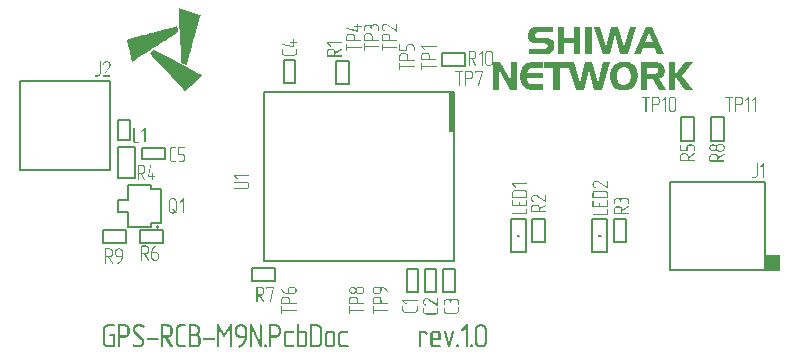
<source format=gto>
G04*
G04 #@! TF.GenerationSoftware,Altium Limited,Altium Designer,24.4.1 (13)*
G04*
G04 Layer_Color=65535*
%FSLAX44Y44*%
%MOMM*%
G71*
G04*
G04 #@! TF.SameCoordinates,B6CB6ADF-9DD1-4ECA-98FA-7FF75F321E1A*
G04*
G04*
G04 #@! TF.FilePolarity,Positive*
G04*
G01*
G75*
%ADD10C,0.1778*%
%ADD11C,0.1524*%
%ADD12C,0.0762*%
%ADD13R,0.4500X3.4755*%
%ADD14R,0.1010X0.0691*%
%ADD15R,1.1684X1.3970*%
G36*
X153111Y281563D02*
X153242Y280130D01*
X153372Y278828D01*
X153437Y277330D01*
X153242Y277134D01*
X152981Y277004D01*
X152069Y276353D01*
X151809Y276223D01*
X151027Y275702D01*
X150767Y275571D01*
X149855Y274920D01*
X149594Y274790D01*
X148683Y274139D01*
X148422Y274008D01*
X147510Y273357D01*
X147250Y273227D01*
X146729Y272836D01*
X146599D01*
X145687Y272185D01*
X145426Y272054D01*
X144515Y271403D01*
X144254Y271273D01*
X143342Y270622D01*
X143082Y270491D01*
X142300Y269970D01*
X142040Y269840D01*
X141128Y269189D01*
X140867Y269059D01*
X139956Y268407D01*
X139695Y268277D01*
X138783Y267626D01*
X138523Y267495D01*
X135853Y265737D01*
X134290Y264695D01*
X132857Y263783D01*
X129731Y261699D01*
X128689Y261048D01*
X126344Y259485D01*
X124911Y258573D01*
X121785Y256489D01*
X120743Y255838D01*
X117617Y253754D01*
X116184Y252842D01*
X115403Y252321D01*
X114817Y251995D01*
X114621Y252581D01*
X114426Y253428D01*
X114165Y254470D01*
X114035Y255121D01*
X113774Y256163D01*
X113644Y256815D01*
X113253Y258378D01*
X113123Y259029D01*
X112732Y260592D01*
X112602Y261243D01*
X112211Y262806D01*
X112081Y263458D01*
X111821Y264500D01*
X111690Y265151D01*
X111300Y266714D01*
X111169Y267365D01*
X110779Y268928D01*
X110648Y269580D01*
X110388Y270622D01*
X110323Y270817D01*
X110909Y271012D01*
X111821Y271273D01*
X113384Y271664D01*
X114296Y271924D01*
X115858Y272315D01*
X116770Y272575D01*
X118333Y272966D01*
X119245Y273227D01*
X120808Y273617D01*
X121720Y273878D01*
X123283Y274269D01*
X124195Y274529D01*
X125237Y274790D01*
X126149Y275050D01*
X127712Y275441D01*
X128624Y275702D01*
X130187Y276092D01*
X131098Y276353D01*
X132661Y276744D01*
X133573Y277004D01*
X135136Y277395D01*
X136048Y277655D01*
X137611Y278046D01*
X138523Y278307D01*
X140086Y278697D01*
X140998Y278958D01*
X142561Y279349D01*
X143472Y279609D01*
X145035Y280000D01*
X145947Y280261D01*
X147510Y280651D01*
X148422Y280912D01*
X149985Y281303D01*
X150897Y281563D01*
X152981Y282084D01*
X153111Y281563D01*
D02*
G37*
G36*
X155065Y297194D02*
X155782Y296998D01*
X157280Y296542D01*
X171868Y291983D01*
X172715Y291658D01*
X171673Y288011D01*
X171542Y287490D01*
X170500Y283843D01*
X170370Y283321D01*
X169067Y278763D01*
X168937Y278242D01*
X167895Y274594D01*
X167765Y274073D01*
X166723Y270426D01*
X166593Y269905D01*
X165551Y266258D01*
X165420Y265737D01*
X164378Y262090D01*
X164248Y261569D01*
X163467Y258834D01*
X163271Y258247D01*
X163206Y258182D01*
X163011Y257205D01*
X162815Y256489D01*
X162034Y253754D01*
X161903Y253233D01*
X160861Y249585D01*
X160666Y249130D01*
X156433Y251279D01*
X156303Y251800D01*
X156107Y256815D01*
X155195Y275962D01*
X154805Y284038D01*
X154674Y287034D01*
X154284Y295240D01*
X154219Y297389D01*
X154414Y297454D01*
X155065Y297194D01*
D02*
G37*
G36*
X145296Y255773D02*
X159624Y248218D01*
X171477Y241966D01*
X172129Y241575D01*
X172259D01*
X173692Y240793D01*
X174278Y240468D01*
X173040Y239230D01*
X172780Y239100D01*
X171738Y238058D01*
X171477Y237928D01*
X170305Y236755D01*
X170044Y236625D01*
X168872Y235453D01*
X168612Y235323D01*
X167439Y234150D01*
X167179Y234020D01*
X166007Y232848D01*
X165746Y232717D01*
X164704Y231675D01*
X164443Y231545D01*
X163271Y230373D01*
X163011Y230243D01*
X161838Y229070D01*
X161578Y228940D01*
X160406Y227768D01*
X159885Y227507D01*
X158256Y229136D01*
X158126Y229396D01*
X155651Y231871D01*
X155521Y232131D01*
X153046Y234606D01*
X152916Y234867D01*
X150311Y237472D01*
X150181Y237732D01*
X147706Y240207D01*
X147576Y240468D01*
X144970Y243073D01*
X144840Y243333D01*
X142365Y245808D01*
X142235Y246069D01*
X139760Y248543D01*
X139630Y248804D01*
X137025Y251409D01*
X136895Y251670D01*
X134420Y254144D01*
X134290Y254405D01*
X131684Y257010D01*
X131554Y257271D01*
X129600Y259224D01*
X129731Y259485D01*
X129926Y259680D01*
X130187Y259811D01*
X132010Y261113D01*
X132271Y261243D01*
X132531Y261504D01*
X132792Y261634D01*
X133443Y262025D01*
X145296Y255773D01*
D02*
G37*
G36*
X494222Y258295D02*
X488773D01*
Y267809D01*
X480642D01*
Y258295D01*
X475210D01*
Y281705D01*
X480642D01*
Y272474D01*
X488773D01*
Y281705D01*
X494222D01*
Y258295D01*
D02*
G37*
G36*
X534462D02*
X528097D01*
X523531Y275290D01*
X519499Y258295D01*
X513167D01*
X505519Y281705D01*
X511201D01*
X516200Y264177D01*
X520415Y281705D01*
X526564D01*
X531413Y264177D01*
X536095Y281705D01*
X541576D01*
X534462Y258295D01*
D02*
G37*
G36*
X565121D02*
X559239D01*
X557156Y263710D01*
X547708D01*
X545676Y258295D01*
X540060D01*
X549808Y281705D01*
X555290D01*
X565121Y258295D01*
D02*
G37*
G36*
X503969D02*
X498321D01*
Y281705D01*
X503969D01*
Y258295D01*
D02*
G37*
G36*
X471161Y277023D02*
X458848D01*
X458681Y277006D01*
X458481Y276990D01*
X458215Y276940D01*
X457931Y276890D01*
X457631Y276807D01*
X457331Y276690D01*
X457015Y276540D01*
X456715Y276373D01*
X456432Y276157D01*
X456165Y275890D01*
X455965Y275590D01*
X455798Y275224D01*
X455732Y275024D01*
X455682Y274807D01*
X455665Y274590D01*
X455648Y274340D01*
Y274324D01*
Y274241D01*
X455665Y274141D01*
X455699Y274007D01*
X455732Y273841D01*
X455798Y273657D01*
X455882Y273474D01*
X455982Y273274D01*
X456132Y273074D01*
X456298Y272874D01*
X456515Y272691D01*
X456782Y272524D01*
X457081Y272391D01*
X457448Y272291D01*
X457865Y272208D01*
X458331Y272191D01*
X464913D01*
X465029Y272174D01*
X465179D01*
X465346Y272158D01*
X465529Y272141D01*
X465729Y272124D01*
X465946Y272108D01*
X466429Y272041D01*
X466962Y271958D01*
X467512Y271841D01*
X468079Y271691D01*
X468662Y271491D01*
X469228Y271258D01*
X469762Y270991D01*
X470278Y270658D01*
X470745Y270275D01*
X470945Y270075D01*
X471145Y269842D01*
X471311Y269608D01*
X471461Y269342D01*
X471478Y269325D01*
X471494Y269275D01*
X471544Y269192D01*
X471595Y269075D01*
X471644Y268925D01*
X471728Y268742D01*
X471794Y268525D01*
X471878Y268292D01*
X471944Y268025D01*
X472028Y267726D01*
X472094Y267409D01*
X472144Y267059D01*
X472211Y266693D01*
X472244Y266293D01*
X472261Y265876D01*
X472278Y265443D01*
Y265426D01*
Y265359D01*
Y265259D01*
X472261Y265143D01*
X472244Y264976D01*
X472228Y264776D01*
X472194Y264560D01*
X472144Y264326D01*
X472094Y264060D01*
X472028Y263793D01*
X471944Y263493D01*
X471844Y263177D01*
X471728Y262860D01*
X471578Y262544D01*
X471428Y262210D01*
X471245Y261877D01*
X471028Y261527D01*
X470795Y261211D01*
X470545Y260877D01*
X470245Y260561D01*
X469928Y260244D01*
X469578Y259961D01*
X469195Y259678D01*
X468778Y259411D01*
X468329Y259178D01*
X467829Y258961D01*
X467296Y258761D01*
X466712Y258595D01*
X466096Y258478D01*
X465446Y258378D01*
X464730Y258311D01*
X463980Y258295D01*
X450900D01*
Y262977D01*
X463497D01*
X463630Y262994D01*
X463780D01*
X464146Y263027D01*
X464546Y263060D01*
X464946Y263127D01*
X465329Y263227D01*
X465496Y263277D01*
X465646Y263343D01*
X465663D01*
X465696Y263360D01*
X465729Y263393D01*
X465796Y263443D01*
X465946Y263577D01*
X466129Y263760D01*
X466213Y263893D01*
X466312Y264027D01*
X466396Y264177D01*
X466462Y264343D01*
X466529Y264543D01*
X466579Y264743D01*
X466596Y264976D01*
X466612Y265226D01*
Y265243D01*
Y265293D01*
Y265359D01*
X466596Y265459D01*
Y265560D01*
X466562Y265693D01*
X466512Y265993D01*
X466413Y266309D01*
X466263Y266626D01*
X466179Y266759D01*
X466063Y266909D01*
X465946Y267026D01*
X465796Y267126D01*
X465763Y267142D01*
X465729Y267159D01*
X465663Y267192D01*
X465596Y267226D01*
X465496Y267259D01*
X465379Y267309D01*
X465263Y267342D01*
X465113Y267376D01*
X464946Y267426D01*
X464763Y267459D01*
X464546Y267492D01*
X464330Y267526D01*
X464080Y267542D01*
X463813Y267559D01*
X457631D01*
X457515Y267576D01*
X457248D01*
X456931Y267609D01*
X456582Y267642D01*
X456165Y267676D01*
X455732Y267742D01*
X455282Y267809D01*
X454815Y267909D01*
X454332Y268025D01*
X453866Y268159D01*
X453416Y268325D01*
X452966Y268525D01*
X452549Y268742D01*
X452183Y268992D01*
X452166Y269009D01*
X452083Y269075D01*
X451983Y269175D01*
X451850Y269308D01*
X451683Y269492D01*
X451500Y269725D01*
X451300Y269992D01*
X451100Y270292D01*
X450883Y270641D01*
X450683Y271041D01*
X450500Y271491D01*
X450350Y271975D01*
X450200Y272508D01*
X450100Y273091D01*
X450033Y273724D01*
X450000Y274407D01*
Y274424D01*
Y274474D01*
Y274541D01*
X450017Y274657D01*
Y274774D01*
X450033Y274940D01*
X450050Y275107D01*
X450067Y275307D01*
X450100Y275524D01*
X450150Y275757D01*
X450250Y276257D01*
X450383Y276807D01*
X450583Y277373D01*
X450833Y277973D01*
X450966Y278256D01*
X451133Y278556D01*
X451316Y278856D01*
X451516Y279139D01*
X451733Y279406D01*
X451966Y279673D01*
X452216Y279939D01*
X452499Y280189D01*
X452799Y280406D01*
X453116Y280622D01*
X453466Y280822D01*
X453832Y280989D01*
X454232Y281139D01*
X454649Y281272D01*
X454665D01*
X454715Y281289D01*
X454815Y281305D01*
X454932Y281339D01*
X455082Y281372D01*
X455265Y281405D01*
X455465Y281455D01*
X455699Y281489D01*
X455948Y281522D01*
X456232Y281572D01*
X456532Y281605D01*
X456865Y281639D01*
X457198Y281672D01*
X457548Y281689D01*
X458298Y281705D01*
X471161D01*
Y277023D01*
D02*
G37*
G36*
X411462Y261507D02*
X411504Y261498D01*
X411554Y261482D01*
X411612Y261465D01*
X411662Y261432D01*
X411720Y261390D01*
X411729Y261382D01*
X411745Y261365D01*
X411770Y261340D01*
X411795Y261298D01*
X411820Y261257D01*
X411845Y261198D01*
X411862Y261132D01*
X411870Y261057D01*
Y248943D01*
Y248935D01*
Y248910D01*
X411862Y248868D01*
X411854Y248818D01*
X411837Y248760D01*
X411812Y248702D01*
X411779Y248643D01*
X411737Y248593D01*
X411729Y248585D01*
X411712Y248577D01*
X411687Y248560D01*
X411645Y248543D01*
X411595Y248518D01*
X411537Y248502D01*
X411479Y248493D01*
X411404Y248485D01*
X411387D01*
X411362Y248493D01*
X411329Y248502D01*
X411279Y248510D01*
X411229Y248535D01*
X411154Y248560D01*
X411071Y248593D01*
X411062Y248602D01*
X411054Y248618D01*
X411029Y248643D01*
X411004Y248677D01*
X410979Y248727D01*
X410962Y248785D01*
X410946Y248860D01*
X410937Y248943D01*
Y259932D01*
X408938Y257924D01*
X408929Y257916D01*
X408913Y257908D01*
X408888Y257883D01*
X408846Y257858D01*
X408805Y257833D01*
X408746Y257816D01*
X408688Y257799D01*
X408621Y257791D01*
X408588D01*
X408554Y257799D01*
X408504Y257808D01*
X408455Y257824D01*
X408396Y257849D01*
X408346Y257883D01*
X408288Y257924D01*
X408280Y257933D01*
X408271Y257949D01*
X408246Y257983D01*
X408221Y258024D01*
X408196Y258074D01*
X408180Y258132D01*
X408163Y258191D01*
X408155Y258266D01*
Y258283D01*
X408163Y258299D01*
X408171Y258333D01*
X408188Y258374D01*
X408213Y258433D01*
X408246Y258499D01*
X408288Y258582D01*
X411071Y261382D01*
X411079Y261390D01*
X411096Y261407D01*
X411120Y261423D01*
X411162Y261448D01*
X411212Y261473D01*
X411262Y261498D01*
X411329Y261507D01*
X411395Y261515D01*
X411429D01*
X411462Y261507D01*
D02*
G37*
G36*
X403581D02*
X403664D01*
X403764Y261490D01*
X403881Y261473D01*
X404006Y261448D01*
X404147Y261415D01*
X404306Y261373D01*
X404464Y261315D01*
X404622Y261248D01*
X404789Y261173D01*
X404955Y261073D01*
X405122Y260965D01*
X405289Y260840D01*
X405447Y260699D01*
X405455Y260690D01*
X405480Y260665D01*
X405522Y260615D01*
X405580Y260557D01*
X405639Y260474D01*
X405714Y260382D01*
X405789Y260265D01*
X405864Y260149D01*
X405938Y260007D01*
X406013Y259857D01*
X406088Y259690D01*
X406147Y259515D01*
X406205Y259332D01*
X406247Y259132D01*
X406272Y258932D01*
X406280Y258716D01*
Y256858D01*
Y256841D01*
Y256808D01*
X406272Y256749D01*
X406263Y256666D01*
X406255Y256566D01*
X406239Y256450D01*
X406213Y256325D01*
X406180Y256183D01*
X406130Y256033D01*
X406080Y255875D01*
X406013Y255708D01*
X405930Y255541D01*
X405839Y255375D01*
X405730Y255208D01*
X405597Y255050D01*
X405455Y254892D01*
X405447Y254883D01*
X405422Y254858D01*
X405372Y254817D01*
X405314Y254767D01*
X405230Y254700D01*
X405139Y254633D01*
X405022Y254558D01*
X404906Y254484D01*
X404764Y254408D01*
X404614Y254333D01*
X404447Y254267D01*
X404272Y254200D01*
X404089Y254150D01*
X403889Y254109D01*
X403689Y254084D01*
X403473Y254075D01*
X403356D01*
X406213Y249177D01*
Y249168D01*
X406222Y249160D01*
X406247Y249110D01*
X406272Y249035D01*
X406280Y248935D01*
Y248927D01*
Y248910D01*
X406272Y248877D01*
X406263Y248835D01*
X406247Y248785D01*
X406213Y248727D01*
X406180Y248668D01*
X406130Y248610D01*
X406122Y248602D01*
X406105Y248593D01*
X406072Y248568D01*
X406030Y248552D01*
X405980Y248527D01*
X405922Y248502D01*
X405855Y248493D01*
X405789Y248485D01*
X405772D01*
X405722Y248493D01*
X405655Y248502D01*
X405580Y248527D01*
X405564Y248543D01*
X405522Y248577D01*
X405472Y248635D01*
X405414Y248710D01*
X402290Y254075D01*
X400690D01*
Y248943D01*
Y248935D01*
Y248910D01*
X400681Y248868D01*
X400673Y248818D01*
X400657Y248760D01*
X400632Y248702D01*
X400598Y248643D01*
X400557Y248593D01*
X400548Y248585D01*
X400532Y248577D01*
X400507Y248560D01*
X400465Y248543D01*
X400415Y248518D01*
X400357Y248502D01*
X400298Y248493D01*
X400223Y248485D01*
X400207D01*
X400182Y248493D01*
X400148Y248502D01*
X400098Y248510D01*
X400048Y248535D01*
X399973Y248560D01*
X399890Y248593D01*
X399882Y248602D01*
X399873Y248618D01*
X399848Y248643D01*
X399823Y248677D01*
X399798Y248727D01*
X399782Y248785D01*
X399765Y248860D01*
X399757Y248943D01*
Y261048D01*
Y261057D01*
Y261065D01*
X399765Y261123D01*
X399782Y261198D01*
X399815Y261282D01*
X399865Y261365D01*
X399948Y261440D01*
X400007Y261473D01*
X400065Y261498D01*
X400132Y261507D01*
X400215Y261515D01*
X403522D01*
X403581Y261507D01*
D02*
G37*
G36*
X580209Y240267D02*
X589440Y228320D01*
X582825D01*
X574644Y239633D01*
Y228320D01*
X569212D01*
Y251730D01*
X574644D01*
Y240767D01*
X583142Y251730D01*
X589357D01*
X580209Y240267D01*
D02*
G37*
G36*
X512193Y228320D02*
X505828D01*
X501263Y245315D01*
X497230Y228320D01*
X490899D01*
X484100Y249129D01*
Y247098D01*
X476719D01*
Y228320D01*
X471120D01*
Y247098D01*
X463772D01*
Y251697D01*
X483261D01*
X483251Y251730D01*
X488932D01*
X493931Y234202D01*
X498147Y251730D01*
X504295D01*
X509144Y234202D01*
X513826Y251730D01*
X519308D01*
X512193Y228320D01*
D02*
G37*
G36*
X557898Y251714D02*
X558065D01*
X558231Y251697D01*
X558431Y251680D01*
X558648Y251664D01*
X558864Y251647D01*
X559381Y251580D01*
X559914Y251480D01*
X560497Y251364D01*
X561081Y251214D01*
X561680Y251014D01*
X562264Y250781D01*
X562813Y250481D01*
X563313Y250147D01*
X563547Y249964D01*
X563780Y249748D01*
X563980Y249531D01*
X564146Y249298D01*
X564313Y249048D01*
X564446Y248781D01*
X564463Y248764D01*
X564513Y248698D01*
X564580Y248598D01*
X564663Y248465D01*
X564763Y248298D01*
X564880Y248098D01*
X565013Y247865D01*
X565146Y247598D01*
X565263Y247298D01*
X565396Y246982D01*
X565513Y246632D01*
X565613Y246265D01*
X565696Y245865D01*
X565763Y245449D01*
X565813Y244999D01*
X565829Y244549D01*
Y244532D01*
Y244482D01*
Y244415D01*
X565813Y244299D01*
Y244182D01*
X565796Y244016D01*
X565779Y243849D01*
X565763Y243649D01*
X565729Y243449D01*
X565696Y243216D01*
X565579Y242716D01*
X565446Y242183D01*
X565246Y241616D01*
X565013Y241033D01*
X564863Y240750D01*
X564696Y240466D01*
X564530Y240183D01*
X564330Y239900D01*
X564113Y239633D01*
X563880Y239384D01*
X563630Y239134D01*
X563347Y238917D01*
X563063Y238700D01*
X562730Y238500D01*
X562397Y238317D01*
X562030Y238167D01*
X561630Y238034D01*
X561214Y237934D01*
X566879Y228320D01*
X560981D01*
X555965Y237267D01*
X550850D01*
Y228320D01*
X545418D01*
Y251730D01*
X557781D01*
X557898Y251714D01*
D02*
G37*
G36*
X462606Y247132D02*
X454241D01*
X454141Y247115D01*
X454041D01*
X453808Y247082D01*
X453508Y247048D01*
X453191Y246982D01*
X452825Y246898D01*
X452442Y246782D01*
X452042Y246632D01*
X451642Y246448D01*
X451242Y246232D01*
X450875Y245965D01*
X450509Y245632D01*
X450192Y245265D01*
X449909Y244832D01*
X449676Y244349D01*
Y244332D01*
X449659Y244316D01*
X449642Y244249D01*
X449626Y244182D01*
X449559Y243999D01*
X449509Y243766D01*
X449442Y243482D01*
X449376Y243166D01*
X449342Y242816D01*
X449326Y242466D01*
X462606D01*
Y237867D01*
X449326D01*
Y237851D01*
Y237834D01*
Y237784D01*
Y237717D01*
X449342Y237551D01*
X449359Y237317D01*
X449393Y237034D01*
X449442Y236717D01*
X449509Y236384D01*
X449592Y236018D01*
X449709Y235651D01*
X449842Y235268D01*
X450026Y234901D01*
X450226Y234535D01*
X450476Y234202D01*
X450759Y233902D01*
X451092Y233652D01*
X451459Y233435D01*
X451475D01*
X451509Y233418D01*
X451575Y233385D01*
X451675Y233352D01*
X451792Y233318D01*
X451925Y233268D01*
X452075Y233218D01*
X452258Y233185D01*
X452475Y233135D01*
X452692Y233085D01*
X452942Y233035D01*
X453191Y233002D01*
X453475Y232969D01*
X453775Y232935D01*
X454408Y232918D01*
X462606D01*
Y228320D01*
X453791D01*
X453591Y228336D01*
X453341D01*
X453092Y228353D01*
X452808D01*
X452192Y228403D01*
X451542Y228453D01*
X450925Y228536D01*
X450625Y228586D01*
X450359Y228636D01*
X450342D01*
X450276Y228653D01*
X450176Y228686D01*
X450042Y228720D01*
X449892Y228769D01*
X449692Y228836D01*
X449492Y228920D01*
X449259Y229003D01*
X449009Y229119D01*
X448743Y229236D01*
X448193Y229519D01*
X447910Y229686D01*
X447626Y229869D01*
X447343Y230086D01*
X447060Y230303D01*
X447043Y230319D01*
X447010Y230336D01*
X446960Y230386D01*
X446893Y230436D01*
X446810Y230519D01*
X446710Y230619D01*
X446593Y230736D01*
X446477Y230869D01*
X446327Y231002D01*
X446193Y231186D01*
X446027Y231369D01*
X445877Y231569D01*
X445693Y231785D01*
X445527Y232035D01*
X445360Y232285D01*
X445177Y232569D01*
X444994Y232868D01*
X444827Y233168D01*
X444660Y233502D01*
X444494Y233868D01*
X444327Y234235D01*
X444160Y234618D01*
X444027Y235035D01*
X443877Y235468D01*
X443761Y235918D01*
X443644Y236384D01*
X443544Y236868D01*
X443461Y237367D01*
X443394Y237901D01*
X443344Y238450D01*
X443311Y239017D01*
X443294Y239600D01*
Y239617D01*
Y239700D01*
Y239800D01*
X443311Y239967D01*
Y240150D01*
X443327Y240383D01*
X443344Y240633D01*
X443377Y240933D01*
X443411Y241250D01*
X443444Y241583D01*
X443494Y241950D01*
X443544Y242333D01*
X443627Y242733D01*
X443694Y243166D01*
X443894Y244032D01*
X444160Y244932D01*
X444310Y245399D01*
X444477Y245849D01*
X444660Y246298D01*
X444877Y246748D01*
X445094Y247198D01*
X445344Y247631D01*
X445610Y248048D01*
X445893Y248448D01*
X446210Y248831D01*
X446543Y249198D01*
X446910Y249548D01*
X447293Y249864D01*
X447710Y250147D01*
X448143Y250414D01*
X448176Y250431D01*
X448259Y250464D01*
X448393Y250531D01*
X448593Y250614D01*
X448826Y250714D01*
X449109Y250831D01*
X449459Y250947D01*
X449842Y251080D01*
X450259Y251197D01*
X450726Y251314D01*
X451242Y251430D01*
X451792Y251530D01*
X452375Y251614D01*
X452992Y251680D01*
X453641Y251714D01*
X454324Y251730D01*
X462606D01*
Y247132D01*
D02*
G37*
G36*
X417544Y261507D02*
X417627D01*
X417727Y261490D01*
X417844Y261473D01*
X417969Y261448D01*
X418110Y261415D01*
X418269Y261373D01*
X418427Y261315D01*
X418585Y261248D01*
X418752Y261173D01*
X418918Y261073D01*
X419085Y260965D01*
X419252Y260840D01*
X419410Y260699D01*
X419418Y260690D01*
X419443Y260665D01*
X419485Y260615D01*
X419543Y260557D01*
X419602Y260474D01*
X419677Y260382D01*
X419752Y260265D01*
X419827Y260149D01*
X419902Y260007D01*
X419977Y259857D01*
X420052Y259690D01*
X420110Y259515D01*
X420168Y259332D01*
X420210Y259132D01*
X420235Y258932D01*
X420243Y258716D01*
Y251730D01*
X426548D01*
X435363Y235351D01*
X435146Y251730D01*
X440678D01*
Y228320D01*
X434613D01*
X425332Y245532D01*
X425549Y228320D01*
X420000D01*
Y250185D01*
X419977Y250126D01*
X419893Y249960D01*
X419802Y249793D01*
X419693Y249626D01*
X419560Y249460D01*
X419418Y249301D01*
X419410Y249293D01*
X419385Y249268D01*
X419335Y249226D01*
X419277Y249177D01*
X419193Y249110D01*
X419102Y249043D01*
X418985Y248968D01*
X418869Y248893D01*
X418727Y248818D01*
X418577Y248743D01*
X418410Y248677D01*
X418235Y248610D01*
X418052Y248560D01*
X417852Y248518D01*
X417652Y248493D01*
X417436Y248485D01*
X416461D01*
X416403Y248493D01*
X416328Y248502D01*
X416236Y248510D01*
X416128Y248527D01*
X416003Y248552D01*
X415869Y248585D01*
X415719Y248627D01*
X415569Y248685D01*
X415403Y248752D01*
X415244Y248827D01*
X415078Y248918D01*
X414911Y249027D01*
X414745Y249151D01*
X414578Y249293D01*
X414570Y249301D01*
X414545Y249326D01*
X414503Y249376D01*
X414445Y249435D01*
X414378Y249518D01*
X414303Y249610D01*
X414228Y249718D01*
X414153Y249843D01*
X414070Y249985D01*
X413995Y250135D01*
X413920Y250293D01*
X413853Y250468D01*
X413803Y250659D01*
X413753Y250851D01*
X413728Y251059D01*
X413720Y251276D01*
Y258716D01*
Y258732D01*
Y258766D01*
X413728Y258824D01*
X413736Y258907D01*
X413745Y258999D01*
X413761Y259116D01*
X413787Y259241D01*
X413820Y259382D01*
X413862Y259532D01*
X413920Y259682D01*
X413987Y259849D01*
X414062Y260015D01*
X414153Y260182D01*
X414261Y260349D01*
X414386Y260515D01*
X414528Y260674D01*
X414536Y260682D01*
X414561Y260707D01*
X414611Y260749D01*
X414670Y260807D01*
X414753Y260865D01*
X414845Y260940D01*
X414953Y261015D01*
X415078Y261098D01*
X415219Y261173D01*
X415369Y261248D01*
X415528Y261323D01*
X415703Y261382D01*
X415894Y261440D01*
X416086Y261482D01*
X416294Y261507D01*
X416511Y261515D01*
X417486D01*
X417544Y261507D01*
D02*
G37*
G36*
X531505Y252147D02*
X531671D01*
X531871Y252130D01*
X532088Y252114D01*
X532321Y252097D01*
X532588Y252064D01*
X532871Y252030D01*
X533154Y251997D01*
X533787Y251897D01*
X534471Y251780D01*
X535187Y251614D01*
X535920Y251397D01*
X536670Y251147D01*
X537403Y250847D01*
X538120Y250497D01*
X538786Y250081D01*
X539119Y249848D01*
X539436Y249597D01*
X539719Y249331D01*
X540003Y249048D01*
X540019D01*
X540036Y249014D01*
X540069Y248964D01*
X540119Y248914D01*
X540186Y248831D01*
X540252Y248731D01*
X540353Y248615D01*
X540436Y248481D01*
X540536Y248331D01*
X540652Y248165D01*
X540769Y247981D01*
X540886Y247781D01*
X541002Y247565D01*
X541136Y247315D01*
X541269Y247065D01*
X541402Y246798D01*
X541519Y246498D01*
X541652Y246198D01*
X541786Y245865D01*
X541902Y245515D01*
X542019Y245165D01*
X542135Y244782D01*
X542252Y244382D01*
X542352Y243966D01*
X542452Y243532D01*
X542535Y243083D01*
X542602Y242616D01*
X542669Y242133D01*
X542719Y241616D01*
X542752Y241100D01*
X542785Y240567D01*
Y240000D01*
Y239967D01*
Y239917D01*
Y239867D01*
X542769Y239700D01*
Y239484D01*
X542735Y239200D01*
X542702Y238884D01*
X542669Y238517D01*
X542602Y238100D01*
X542519Y237651D01*
X542435Y237184D01*
X542319Y236684D01*
X542169Y236151D01*
X542002Y235601D01*
X541802Y235051D01*
X541586Y234485D01*
X541319Y233918D01*
X541036Y233352D01*
X540702Y232785D01*
X540336Y232235D01*
X539936Y231686D01*
X539486Y231169D01*
X538986Y230652D01*
X538453Y230186D01*
X537853Y229736D01*
X537220Y229336D01*
X536520Y228953D01*
X535770Y228636D01*
X534954Y228353D01*
X534087Y228136D01*
X533154Y227970D01*
X532671Y227920D01*
X532171Y227870D01*
X531638Y227853D01*
X531105Y227836D01*
X530838D01*
X530688Y227853D01*
X530522D01*
X530322Y227870D01*
X530105Y227886D01*
X529855Y227903D01*
X529589Y227936D01*
X529322Y227970D01*
X529022Y228003D01*
X528372Y228103D01*
X527689Y228236D01*
X526956Y228403D01*
X526223Y228620D01*
X525473Y228886D01*
X524723Y229186D01*
X524007Y229569D01*
X523324Y229986D01*
X523007Y230236D01*
X522690Y230486D01*
X522407Y230752D01*
X522124Y231052D01*
Y231069D01*
X522090Y231086D01*
X522057Y231136D01*
X522007Y231202D01*
X521941Y231269D01*
X521874Y231369D01*
X521791Y231486D01*
X521707Y231619D01*
X521607Y231769D01*
X521507Y231935D01*
X521391Y232135D01*
X521274Y232335D01*
X521157Y232552D01*
X521041Y232802D01*
X520908Y233052D01*
X520791Y233335D01*
X520658Y233618D01*
X520541Y233935D01*
X520408Y234268D01*
X520291Y234618D01*
X520174Y234985D01*
X520058Y235368D01*
X519958Y235784D01*
X519858Y236201D01*
X519774Y236634D01*
X519691Y237101D01*
X519624Y237567D01*
X519558Y238067D01*
X519508Y238584D01*
X519474Y239117D01*
X519441Y239667D01*
Y240233D01*
Y240250D01*
Y240267D01*
Y240367D01*
X519458Y240533D01*
Y240750D01*
X519491Y241016D01*
X519524Y241333D01*
X519558Y241700D01*
X519624Y242099D01*
X519708Y242533D01*
X519791Y242999D01*
X519908Y243499D01*
X520058Y244016D01*
X520224Y244549D01*
X520424Y245082D01*
X520641Y245649D01*
X520908Y246198D01*
X521191Y246765D01*
X521524Y247315D01*
X521891Y247865D01*
X522290Y248381D01*
X522740Y248898D01*
X523224Y249398D01*
X523773Y249864D01*
X524357Y250297D01*
X525006Y250697D01*
X525690Y251064D01*
X526456Y251380D01*
X527256Y251647D01*
X528122Y251864D01*
X529055Y252030D01*
X530038Y252130D01*
X530572Y252164D01*
X531371D01*
X531505Y252147D01*
D02*
G37*
G36*
X362061Y24386D02*
X362149D01*
X362249Y24374D01*
X362361Y24349D01*
X362499Y24324D01*
X362774Y24261D01*
X363074Y24161D01*
X363386Y24011D01*
X363548Y23924D01*
X363698Y23824D01*
X363711Y23812D01*
X363736Y23799D01*
X363773Y23761D01*
X363823Y23724D01*
X363973Y23587D01*
X364136Y23412D01*
X364323Y23199D01*
X364511Y22937D01*
X364686Y22624D01*
X364836Y22287D01*
X364873Y21999D01*
Y21987D01*
Y21937D01*
X364861Y21862D01*
X364836Y21775D01*
X364798Y21662D01*
X364736Y21537D01*
X364661Y21412D01*
X364561Y21287D01*
X364548Y21275D01*
X364511Y21250D01*
X364448Y21212D01*
X364361Y21162D01*
X364261Y21112D01*
X364148Y21075D01*
X364023Y21050D01*
X363886Y21037D01*
X363861D01*
X363798Y21050D01*
X363711Y21075D01*
X363586Y21112D01*
X363448Y21187D01*
X363298Y21300D01*
X363223Y21375D01*
X363136Y21462D01*
X363061Y21550D01*
X362986Y21662D01*
Y21675D01*
X362961Y21725D01*
X362936Y21787D01*
X362899Y21874D01*
X362836Y21962D01*
X362761Y22062D01*
X362674Y22150D01*
X362561Y22237D01*
X362549Y22249D01*
X362511Y22274D01*
X362436Y22312D01*
X362361Y22349D01*
X362249Y22387D01*
X362136Y22424D01*
X362011Y22449D01*
X361886Y22462D01*
X359450D01*
Y11115D01*
Y11090D01*
Y11040D01*
X359437Y10965D01*
X359412Y10852D01*
X359387Y10740D01*
X359337Y10627D01*
X359262Y10515D01*
X359175Y10402D01*
X359162Y10390D01*
X359125Y10365D01*
X359062Y10328D01*
X358975Y10278D01*
X358875Y10228D01*
X358750Y10190D01*
X358625Y10165D01*
X358475Y10152D01*
X358437D01*
X358387Y10165D01*
X358325Y10178D01*
X358237Y10202D01*
X358125Y10240D01*
X357987Y10290D01*
X357837Y10352D01*
X357825Y10365D01*
X357787Y10402D01*
X357725Y10465D01*
X357675Y10552D01*
X357612Y10652D01*
X357550Y10790D01*
X357513Y10940D01*
X357500Y11115D01*
Y23437D01*
Y23449D01*
Y23474D01*
X357513Y23524D01*
Y23587D01*
X357550Y23737D01*
X357625Y23924D01*
X357675Y24011D01*
X357737Y24099D01*
X357812Y24174D01*
X357912Y24249D01*
X358012Y24311D01*
X358150Y24361D01*
X358287Y24386D01*
X358462Y24399D01*
X361986D01*
X362061Y24386D01*
D02*
G37*
G36*
X386393D02*
X386493Y24374D01*
X386605Y24336D01*
X386717Y24299D01*
X386842Y24236D01*
X386955Y24149D01*
X386968Y24137D01*
X387005Y24099D01*
X387042Y24049D01*
X387105Y23974D01*
X387155Y23874D01*
X387192Y23749D01*
X387230Y23612D01*
X387242Y23462D01*
Y23449D01*
Y23412D01*
Y23362D01*
X387230Y23299D01*
X387217Y23187D01*
X387205Y23137D01*
X387180Y23099D01*
X383731Y10765D01*
Y10752D01*
X383718Y10740D01*
X383693Y10665D01*
X383643Y10565D01*
X383556Y10453D01*
X383443Y10328D01*
X383293Y10228D01*
X383093Y10152D01*
X382981Y10140D01*
X382856Y10128D01*
X382806D01*
X382743Y10140D01*
X382669Y10152D01*
X382494Y10202D01*
X382394Y10240D01*
X382306Y10302D01*
X382294Y10315D01*
X382269Y10340D01*
X382219Y10378D01*
X382169Y10453D01*
X382106Y10527D01*
X382044Y10640D01*
X381981Y10777D01*
X381919Y10927D01*
X378482Y23199D01*
X378457Y23437D01*
Y23449D01*
Y23487D01*
X378470Y23549D01*
X378495Y23624D01*
X378520Y23724D01*
X378570Y23824D01*
X378645Y23937D01*
X378732Y24062D01*
X378745Y24074D01*
X378782Y24111D01*
X378844Y24174D01*
X378932Y24236D01*
X379032Y24286D01*
X379157Y24349D01*
X379294Y24386D01*
X379444Y24399D01*
X379482D01*
X379532Y24386D01*
X379594D01*
X379744Y24336D01*
X379819Y24299D01*
X379894Y24249D01*
X379907D01*
X379932Y24224D01*
X379982Y24186D01*
X380044Y24137D01*
X380119Y24062D01*
X380194Y23974D01*
X380282Y23849D01*
X380357Y23699D01*
X382844Y14026D01*
X385330Y23649D01*
Y23662D01*
X385343Y23699D01*
X385368Y23749D01*
X385393Y23812D01*
X385430Y23899D01*
X385480Y23986D01*
X385543Y24074D01*
X385618Y24161D01*
X385630Y24174D01*
X385668Y24186D01*
X385718Y24224D01*
X385793Y24261D01*
X385880Y24299D01*
X385993Y24336D01*
X386105Y24374D01*
X386243Y24399D01*
X386318D01*
X386393Y24386D01*
D02*
G37*
G36*
X410974Y29860D02*
X411099Y29848D01*
X411261Y29835D01*
X411436Y29810D01*
X411636Y29760D01*
X411861Y29710D01*
X412099Y29648D01*
X412349Y29560D01*
X412598Y29460D01*
X412861Y29335D01*
X413136Y29185D01*
X413398Y29010D01*
X413648Y28810D01*
X413898Y28585D01*
X413911Y28573D01*
X413960Y28523D01*
X414023Y28460D01*
X414098Y28360D01*
X414198Y28235D01*
X414310Y28085D01*
X414435Y27910D01*
X414560Y27710D01*
X414673Y27498D01*
X414798Y27261D01*
X414910Y27011D01*
X415010Y26736D01*
X415085Y26448D01*
X415160Y26136D01*
X415198Y25824D01*
X415210Y25486D01*
Y14539D01*
Y14514D01*
Y14464D01*
X415198Y14364D01*
X415185Y14239D01*
X415173Y14076D01*
X415148Y13902D01*
X415098Y13702D01*
X415048Y13477D01*
X414985Y13239D01*
X414898Y12989D01*
X414785Y12739D01*
X414660Y12477D01*
X414510Y12214D01*
X414335Y11952D01*
X414136Y11690D01*
X413911Y11440D01*
X413898Y11427D01*
X413848Y11390D01*
X413786Y11327D01*
X413686Y11240D01*
X413561Y11140D01*
X413411Y11027D01*
X413236Y10915D01*
X413036Y10802D01*
X412823Y10677D01*
X412586Y10565D01*
X412323Y10453D01*
X412061Y10352D01*
X411761Y10278D01*
X411461Y10202D01*
X411136Y10165D01*
X410799Y10152D01*
X409349D01*
X409262Y10165D01*
X409137Y10178D01*
X408987Y10190D01*
X408824Y10215D01*
X408624Y10252D01*
X408412Y10315D01*
X408187Y10378D01*
X407937Y10465D01*
X407687Y10565D01*
X407437Y10690D01*
X407175Y10827D01*
X406900Y11002D01*
X406650Y11190D01*
X406387Y11415D01*
X406375Y11427D01*
X406325Y11477D01*
X406263Y11540D01*
X406175Y11640D01*
X406075Y11765D01*
X405963Y11915D01*
X405838Y12090D01*
X405713Y12290D01*
X405588Y12502D01*
X405463Y12739D01*
X405350Y12989D01*
X405250Y13277D01*
X405163Y13564D01*
X405100Y13877D01*
X405050Y14202D01*
X405038Y14539D01*
Y25486D01*
Y25511D01*
Y25561D01*
X405050Y25661D01*
X405063Y25786D01*
X405075Y25936D01*
X405100Y26111D01*
X405138Y26311D01*
X405200Y26523D01*
X405263Y26761D01*
X405350Y26998D01*
X405450Y27261D01*
X405575Y27511D01*
X405713Y27773D01*
X405888Y28036D01*
X406075Y28298D01*
X406300Y28548D01*
X406312Y28560D01*
X406362Y28610D01*
X406425Y28673D01*
X406525Y28760D01*
X406650Y28860D01*
X406800Y28973D01*
X406975Y29085D01*
X407175Y29210D01*
X407387Y29335D01*
X407625Y29448D01*
X407875Y29560D01*
X408162Y29660D01*
X408449Y29748D01*
X408762Y29810D01*
X409087Y29860D01*
X409424Y29873D01*
X410874D01*
X410974Y29860D01*
D02*
G37*
G36*
X402338Y12739D02*
X402463Y12714D01*
X402601Y12664D01*
X402763Y12589D01*
X402913Y12489D01*
X403076Y12352D01*
X403088Y12340D01*
X403138Y12277D01*
X403201Y12202D01*
X403288Y12090D01*
X403363Y11952D01*
X403426Y11802D01*
X403476Y11640D01*
X403488Y11465D01*
Y11440D01*
Y11390D01*
X403476Y11290D01*
X403451Y11177D01*
X403401Y11040D01*
X403338Y10890D01*
X403251Y10727D01*
X403138Y10565D01*
X403126Y10552D01*
X403076Y10502D01*
X403001Y10440D01*
X402888Y10365D01*
X402751Y10278D01*
X402589Y10215D01*
X402388Y10165D01*
X402164Y10152D01*
X402064D01*
X401951Y10178D01*
X401826Y10202D01*
X401664Y10240D01*
X401514Y10302D01*
X401351Y10390D01*
X401214Y10502D01*
X401201Y10527D01*
X401164Y10577D01*
X401101Y10665D01*
X401039Y10790D01*
X400964Y10927D01*
X400914Y11090D01*
X400864Y11277D01*
X400851Y11465D01*
Y11477D01*
Y11527D01*
X400864Y11590D01*
X400889Y11677D01*
X400926Y11802D01*
X400989Y11940D01*
X401064Y12090D01*
X401176Y12264D01*
X401189Y12290D01*
X401239Y12340D01*
X401314Y12427D01*
X401426Y12514D01*
X401564Y12602D01*
X401726Y12689D01*
X401926Y12739D01*
X402164Y12764D01*
X402251D01*
X402338Y12739D01*
D02*
G37*
G36*
X398352Y29860D02*
X398439Y29835D01*
X398540Y29810D01*
X398652Y29760D01*
X398777Y29697D01*
X398889Y29610D01*
X398902Y29598D01*
X398939Y29560D01*
X398989Y29510D01*
X399052Y29423D01*
X399102Y29323D01*
X399152Y29210D01*
X399189Y29073D01*
X399202Y28923D01*
Y11115D01*
Y11090D01*
Y11040D01*
X399189Y10965D01*
X399164Y10852D01*
X399139Y10740D01*
X399089Y10627D01*
X399014Y10515D01*
X398927Y10402D01*
X398914Y10390D01*
X398877Y10365D01*
X398814Y10328D01*
X398727Y10278D01*
X398627Y10228D01*
X398502Y10190D01*
X398377Y10165D01*
X398227Y10152D01*
X398190D01*
X398140Y10165D01*
X398077Y10178D01*
X397990Y10202D01*
X397877Y10228D01*
X397740Y10278D01*
X397590Y10340D01*
X397577Y10352D01*
X397540Y10390D01*
X397477Y10453D01*
X397427Y10540D01*
X397365Y10652D01*
X397302Y10777D01*
X397265Y10940D01*
X397252Y11115D01*
Y26986D01*
X394815Y24124D01*
X394803Y24111D01*
X394766Y24074D01*
X394703Y24037D01*
X394628Y23986D01*
X394528Y23924D01*
X394416Y23886D01*
X394278Y23849D01*
X394141Y23837D01*
X394078D01*
X393991Y23849D01*
X393903Y23874D01*
X393791Y23911D01*
X393666Y23962D01*
X393553Y24024D01*
X393441Y24124D01*
X393428Y24137D01*
X393403Y24174D01*
X393353Y24236D01*
X393303Y24324D01*
X393253Y24424D01*
X393203Y24536D01*
X393178Y24674D01*
X393166Y24824D01*
Y24836D01*
Y24861D01*
X393178Y24899D01*
X393203Y24974D01*
X393228Y25061D01*
X393266Y25161D01*
X393328Y25299D01*
X393416Y25461D01*
X397540Y29598D01*
X397552Y29610D01*
X397590Y29635D01*
X397652Y29685D01*
X397727Y29735D01*
X397827Y29785D01*
X397940Y29835D01*
X398077Y29860D01*
X398215Y29873D01*
X398277D01*
X398352Y29860D01*
D02*
G37*
G36*
X390454Y12739D02*
X390579Y12714D01*
X390717Y12664D01*
X390879Y12589D01*
X391029Y12489D01*
X391191Y12352D01*
X391204Y12340D01*
X391254Y12277D01*
X391316Y12202D01*
X391404Y12090D01*
X391479Y11952D01*
X391541Y11802D01*
X391591Y11640D01*
X391604Y11465D01*
Y11440D01*
Y11390D01*
X391591Y11290D01*
X391566Y11177D01*
X391516Y11040D01*
X391454Y10890D01*
X391366Y10727D01*
X391254Y10565D01*
X391241Y10552D01*
X391191Y10502D01*
X391116Y10440D01*
X391004Y10365D01*
X390867Y10278D01*
X390704Y10215D01*
X390504Y10165D01*
X390279Y10152D01*
X390179D01*
X390067Y10178D01*
X389942Y10202D01*
X389779Y10240D01*
X389629Y10302D01*
X389467Y10390D01*
X389329Y10502D01*
X389317Y10527D01*
X389279Y10577D01*
X389217Y10665D01*
X389154Y10790D01*
X389079Y10927D01*
X389029Y11090D01*
X388979Y11277D01*
X388967Y11465D01*
Y11477D01*
Y11527D01*
X388979Y11590D01*
X389004Y11677D01*
X389042Y11802D01*
X389104Y11940D01*
X389179Y12090D01*
X389292Y12264D01*
X389304Y12290D01*
X389354Y12340D01*
X389429Y12427D01*
X389542Y12514D01*
X389679Y12602D01*
X389842Y12689D01*
X390042Y12739D01*
X390279Y12764D01*
X390367D01*
X390454Y12739D01*
D02*
G37*
G36*
X373259Y24386D02*
X373371Y24374D01*
X373496Y24349D01*
X373633Y24324D01*
X373783Y24286D01*
X373946Y24236D01*
X374121Y24186D01*
X374296Y24111D01*
X374483Y24024D01*
X374658Y23924D01*
X374846Y23799D01*
X375020Y23674D01*
X375183Y23512D01*
X375196Y23499D01*
X375220Y23474D01*
X375270Y23424D01*
X375320Y23362D01*
X375383Y23274D01*
X375458Y23174D01*
X375545Y23049D01*
X375633Y22912D01*
X375708Y22774D01*
X375795Y22612D01*
X375870Y22424D01*
X375933Y22237D01*
X375983Y22037D01*
X376033Y21825D01*
X376058Y21612D01*
X376070Y21375D01*
Y17276D01*
Y17263D01*
Y17238D01*
Y17188D01*
X376058Y17126D01*
X376020Y16976D01*
X375945Y16801D01*
X375895Y16701D01*
X375833Y16613D01*
X375745Y16538D01*
X375658Y16463D01*
X375545Y16401D01*
X375408Y16351D01*
X375258Y16326D01*
X375083Y16314D01*
X369235D01*
Y13177D01*
Y13152D01*
Y13102D01*
X369247Y13014D01*
X369272Y12902D01*
X369310Y12789D01*
X369372Y12652D01*
X369447Y12527D01*
X369547Y12402D01*
X369559Y12390D01*
X369597Y12352D01*
X369672Y12302D01*
X369759Y12252D01*
X369872Y12190D01*
X369997Y12140D01*
X370134Y12102D01*
X370297Y12090D01*
X375158D01*
X375220Y12077D01*
X375320Y12052D01*
X375420Y12015D01*
X375533Y11952D01*
X375645Y11877D01*
X375758Y11777D01*
X375770Y11765D01*
X375808Y11727D01*
X375858Y11665D01*
X375920Y11590D01*
X375970Y11490D01*
X376020Y11377D01*
X376058Y11252D01*
X376070Y11127D01*
Y11115D01*
Y11065D01*
X376058Y11002D01*
X376033Y10915D01*
X376008Y10815D01*
X375958Y10702D01*
X375895Y10577D01*
X375808Y10465D01*
X375795Y10453D01*
X375758Y10415D01*
X375708Y10365D01*
X375620Y10315D01*
X375520Y10252D01*
X375408Y10202D01*
X375258Y10165D01*
X375095Y10152D01*
X370172D01*
X370084Y10165D01*
X369972Y10178D01*
X369847Y10202D01*
X369709Y10228D01*
X369559Y10265D01*
X369397Y10302D01*
X369222Y10365D01*
X369047Y10440D01*
X368860Y10527D01*
X368685Y10627D01*
X368497Y10740D01*
X368322Y10877D01*
X368160Y11027D01*
X368147Y11040D01*
X368122Y11065D01*
X368085Y11115D01*
X368022Y11190D01*
X367960Y11265D01*
X367885Y11377D01*
X367810Y11490D01*
X367722Y11627D01*
X367647Y11777D01*
X367560Y11940D01*
X367485Y12114D01*
X367422Y12302D01*
X367360Y12502D01*
X367323Y12714D01*
X367298Y12939D01*
X367285Y13177D01*
Y21375D01*
Y21387D01*
Y21425D01*
Y21487D01*
X367298Y21562D01*
X367310Y21662D01*
X367335Y21787D01*
X367360Y21912D01*
X367397Y22062D01*
X367497Y22387D01*
X367560Y22549D01*
X367647Y22724D01*
X367747Y22912D01*
X367860Y23087D01*
X367985Y23274D01*
X368135Y23449D01*
X368147Y23462D01*
X368172Y23487D01*
X368222Y23537D01*
X368285Y23599D01*
X368372Y23674D01*
X368472Y23749D01*
X368597Y23837D01*
X368722Y23924D01*
X368872Y24011D01*
X369035Y24099D01*
X369210Y24174D01*
X369409Y24249D01*
X369609Y24311D01*
X369822Y24361D01*
X370047Y24386D01*
X370284Y24399D01*
X373171D01*
X373259Y24386D01*
D02*
G37*
G36*
X121779Y29804D02*
X121867D01*
X122067Y29779D01*
X122304Y29754D01*
X122592Y29704D01*
X122892Y29641D01*
X123229Y29554D01*
X123242D01*
X123266Y29541D01*
X123316Y29529D01*
X123379Y29504D01*
X123466Y29479D01*
X123554Y29441D01*
X123779Y29366D01*
X124041Y29254D01*
X124316Y29129D01*
X124591Y28979D01*
X124866Y28804D01*
X124879D01*
X124891Y28791D01*
X124953Y28754D01*
X125028Y28679D01*
X125116Y28567D01*
Y28554D01*
X125141Y28529D01*
X125154Y28492D01*
X125178Y28442D01*
X125216Y28367D01*
X125253Y28267D01*
X125279Y28167D01*
X125316Y28042D01*
Y28029D01*
Y27979D01*
X125303Y27904D01*
X125279Y27804D01*
X125241Y27692D01*
X125191Y27567D01*
X125116Y27454D01*
X125016Y27329D01*
X125003Y27317D01*
X124966Y27279D01*
X124904Y27229D01*
X124816Y27179D01*
X124704Y27117D01*
X124579Y27067D01*
X124441Y27030D01*
X124291Y27017D01*
X123816Y27167D01*
X123804Y27179D01*
X123766Y27192D01*
X123716Y27229D01*
X123641Y27279D01*
X123541Y27329D01*
X123429Y27392D01*
X123304Y27454D01*
X123154Y27529D01*
X123004Y27592D01*
X122829Y27654D01*
X122442Y27767D01*
X122242Y27817D01*
X122029Y27854D01*
X121804Y27867D01*
X121579Y27879D01*
X119467D01*
X119392Y27867D01*
X119292Y27854D01*
X119192Y27842D01*
X118943Y27792D01*
X118668Y27704D01*
X118518Y27642D01*
X118368Y27567D01*
X118218Y27479D01*
X118080Y27392D01*
X117943Y27267D01*
X117805Y27142D01*
X117793Y27129D01*
X117780Y27104D01*
X117743Y27067D01*
X117693Y27017D01*
X117643Y26942D01*
X117593Y26855D01*
X117530Y26755D01*
X117468Y26655D01*
X117331Y26392D01*
X117231Y26092D01*
X117143Y25755D01*
X117131Y25567D01*
X117118Y25380D01*
X117143Y24918D01*
X117193Y24693D01*
X117281Y24493D01*
X117293Y24480D01*
X117318Y24430D01*
X117355Y24355D01*
X117418Y24268D01*
X117493Y24143D01*
X117593Y24005D01*
X117705Y23855D01*
X117843Y23680D01*
X124029Y17394D01*
X124041D01*
X124054Y17369D01*
X124116Y17307D01*
X124229Y17207D01*
X124354Y17057D01*
X124491Y16870D01*
X124641Y16645D01*
X124791Y16382D01*
X124916Y16095D01*
X125016Y15820D01*
X125178Y15208D01*
X125241Y14895D01*
Y14483D01*
Y14458D01*
Y14408D01*
X125229Y14308D01*
X125216Y14183D01*
X125204Y14033D01*
X125166Y13845D01*
X125116Y13645D01*
X125066Y13433D01*
X124991Y13196D01*
X124891Y12946D01*
X124779Y12683D01*
X124641Y12421D01*
X124466Y12146D01*
X124279Y11883D01*
X124054Y11621D01*
X123804Y11358D01*
X123791Y11346D01*
X123754Y11308D01*
X123691Y11246D01*
X123616Y11158D01*
X123504Y11071D01*
X123379Y10959D01*
X123216Y10846D01*
X123041Y10734D01*
X122842Y10609D01*
X122629Y10496D01*
X122379Y10384D01*
X122117Y10296D01*
X121829Y10209D01*
X121517Y10146D01*
X121192Y10109D01*
X120842Y10096D01*
X118780D01*
X118680Y10109D01*
X118543D01*
X118393Y10134D01*
X118205Y10146D01*
X117993Y10184D01*
X117755Y10221D01*
X117518Y10284D01*
X117255Y10346D01*
X116981Y10434D01*
X116693Y10534D01*
X116418Y10646D01*
X116131Y10784D01*
X115843Y10946D01*
X115569Y11121D01*
X115256Y11458D01*
X115169Y11846D01*
Y11858D01*
Y11908D01*
X115181Y11971D01*
X115206Y12058D01*
X115231Y12171D01*
X115281Y12283D01*
X115344Y12408D01*
X115431Y12533D01*
X115443Y12546D01*
X115481Y12583D01*
X115543Y12646D01*
X115618Y12708D01*
X115718Y12758D01*
X115843Y12821D01*
X115981Y12858D01*
X116131Y12871D01*
X116618Y12721D01*
X116631Y12708D01*
X116668Y12696D01*
X116718Y12658D01*
X116793Y12608D01*
X116893Y12558D01*
X117006Y12508D01*
X117143Y12446D01*
X117281Y12383D01*
X117443Y12308D01*
X117618Y12246D01*
X117993Y12146D01*
X118405Y12058D01*
X118618Y12046D01*
X118843Y12033D01*
X120942D01*
X121005Y12046D01*
X121092Y12058D01*
X121192Y12071D01*
X121429Y12121D01*
X121692Y12208D01*
X121842Y12271D01*
X121992Y12346D01*
X122129Y12433D01*
X122279Y12533D01*
X122429Y12646D01*
X122567Y12771D01*
X122579Y12783D01*
X122604Y12808D01*
X122642Y12846D01*
X122679Y12896D01*
X122742Y12971D01*
X122804Y13058D01*
X122867Y13146D01*
X122942Y13258D01*
X123079Y13508D01*
X123204Y13795D01*
X123242Y13958D01*
X123279Y14120D01*
X123304Y14295D01*
X123316Y14470D01*
X123279Y14895D01*
Y14908D01*
X123266Y14958D01*
X123242Y15033D01*
X123216Y15120D01*
Y15145D01*
X123191Y15195D01*
X123167Y15258D01*
X123141Y15332D01*
X123129Y15357D01*
X123117Y15407D01*
X123079Y15495D01*
X123017Y15607D01*
X122942Y15745D01*
X122842Y15895D01*
X122729Y16057D01*
X122579Y16232D01*
X116468Y22343D01*
X116443Y22368D01*
X116381Y22431D01*
X116281Y22556D01*
X116156Y22706D01*
X115993Y22905D01*
X115831Y23156D01*
X115656Y23443D01*
X115469Y23768D01*
Y23780D01*
X115456Y23805D01*
X115443Y23843D01*
X115419Y23905D01*
X115393Y23980D01*
X115368Y24068D01*
X115318Y24280D01*
X115268Y24530D01*
X115218Y24805D01*
X115181Y25117D01*
X115169Y25430D01*
Y25455D01*
Y25505D01*
X115181Y25605D01*
X115194Y25730D01*
X115206Y25880D01*
X115244Y26055D01*
X115281Y26267D01*
X115344Y26480D01*
X115419Y26717D01*
X115519Y26967D01*
X115631Y27229D01*
X115768Y27492D01*
X115931Y27754D01*
X116118Y28029D01*
X116331Y28292D01*
X116581Y28554D01*
X116593Y28567D01*
X116631Y28604D01*
X116693Y28667D01*
X116781Y28754D01*
X116881Y28842D01*
X117018Y28954D01*
X117181Y29066D01*
X117355Y29191D01*
X117555Y29304D01*
X117780Y29416D01*
X118018Y29529D01*
X118293Y29616D01*
X118580Y29704D01*
X118893Y29766D01*
X119218Y29804D01*
X119567Y29816D01*
X121704D01*
X121779Y29804D01*
D02*
G37*
G36*
X198585Y29904D02*
X198672Y29879D01*
X198772Y29841D01*
X198885Y29779D01*
X198997Y29704D01*
X199097Y29604D01*
X199110Y29591D01*
X199135Y29554D01*
X199184Y29479D01*
X199235Y29391D01*
X199272Y29279D01*
X199322Y29154D01*
X199347Y29004D01*
X199359Y28842D01*
Y11071D01*
Y11046D01*
Y10996D01*
X199347Y10921D01*
X199322Y10809D01*
X199297Y10696D01*
X199247Y10584D01*
X199172Y10471D01*
X199085Y10359D01*
X199072Y10346D01*
X199035Y10321D01*
X198972Y10271D01*
X198885Y10234D01*
X198785Y10184D01*
X198660Y10134D01*
X198535Y10109D01*
X198385Y10096D01*
X198347D01*
X198297Y10109D01*
X198235Y10121D01*
X198147Y10146D01*
X198035Y10184D01*
X197897Y10234D01*
X197747Y10296D01*
X197735Y10309D01*
X197697Y10346D01*
X197635Y10409D01*
X197585Y10496D01*
X197523Y10609D01*
X197460Y10734D01*
X197423Y10896D01*
X197410Y11071D01*
Y26142D01*
X193736Y19456D01*
X193723Y19431D01*
X193673Y19369D01*
X193598Y19281D01*
X193498Y19181D01*
X193386Y19081D01*
X193236Y18994D01*
X193074Y18931D01*
X192986Y18919D01*
X192886Y18907D01*
X192861D01*
X192799Y18919D01*
X192711Y18944D01*
X192599Y18981D01*
X192461Y19057D01*
X192311Y19169D01*
X192249Y19231D01*
X192174Y19319D01*
X192099Y19406D01*
X192036Y19519D01*
X188425Y26130D01*
Y11071D01*
Y11046D01*
Y10996D01*
X188412Y10921D01*
X188387Y10809D01*
X188362Y10696D01*
X188312Y10584D01*
X188237Y10471D01*
X188150Y10359D01*
X188137Y10346D01*
X188100Y10321D01*
X188037Y10271D01*
X187950Y10234D01*
X187850Y10184D01*
X187725Y10134D01*
X187600Y10109D01*
X187450Y10096D01*
X187413D01*
X187363Y10109D01*
X187300Y10121D01*
X187213Y10146D01*
X187100Y10184D01*
X186963Y10234D01*
X186813Y10296D01*
X186800Y10309D01*
X186763Y10346D01*
X186700Y10409D01*
X186650Y10496D01*
X186588Y10609D01*
X186525Y10734D01*
X186488Y10896D01*
X186475Y11071D01*
Y28842D01*
Y28867D01*
Y28916D01*
X186488Y29004D01*
X186500Y29116D01*
X186538Y29229D01*
X186575Y29354D01*
X186638Y29491D01*
X186713Y29604D01*
X186725Y29616D01*
X186763Y29654D01*
X186813Y29704D01*
X186888Y29766D01*
X186988Y29816D01*
X187100Y29866D01*
X187225Y29904D01*
X187375Y29916D01*
X187475D01*
X187537Y29904D01*
X187687Y29866D01*
X187837Y29791D01*
X187862Y29779D01*
X187887Y29766D01*
X187925Y29729D01*
X187987Y29679D01*
X188062Y29591D01*
X188150Y29491D01*
X188262Y29354D01*
X192899Y21556D01*
X197547Y29341D01*
Y29354D01*
X197560Y29366D01*
X197610Y29429D01*
X197685Y29529D01*
X197797Y29629D01*
X197922Y29729D01*
X198072Y29829D01*
X198247Y29891D01*
X198347Y29916D01*
X198510D01*
X198585Y29904D01*
D02*
G37*
G36*
X183926Y18169D02*
X184013Y18144D01*
X184113Y18107D01*
X184226Y18044D01*
X184351Y17969D01*
X184463Y17869D01*
X184476Y17857D01*
X184513Y17819D01*
X184563Y17757D01*
X184613Y17682D01*
X184663Y17582D01*
X184713Y17469D01*
X184751Y17344D01*
X184763Y17220D01*
Y17207D01*
Y17157D01*
X184751Y17095D01*
X184726Y17007D01*
X184701Y16907D01*
X184651Y16795D01*
X184588Y16670D01*
X184501Y16557D01*
X184488Y16545D01*
X184451Y16507D01*
X184401Y16457D01*
X184313Y16407D01*
X184213Y16345D01*
X184101Y16295D01*
X183951Y16257D01*
X183789Y16245D01*
X175503D01*
X175428Y16257D01*
X175328Y16282D01*
X175216Y16307D01*
X175091Y16357D01*
X174978Y16420D01*
X174866Y16507D01*
X174853Y16520D01*
X174828Y16570D01*
X174778Y16632D01*
X174741Y16720D01*
X174691Y16820D01*
X174641Y16945D01*
X174616Y17082D01*
X174603Y17220D01*
Y17232D01*
Y17257D01*
X174616Y17307D01*
X174628Y17382D01*
X174666Y17457D01*
X174703Y17557D01*
X174766Y17682D01*
X174841Y17807D01*
X174853Y17819D01*
X174891Y17869D01*
X174941Y17932D01*
X175028Y17994D01*
X175128Y18069D01*
X175253Y18119D01*
X175403Y18169D01*
X175578Y18182D01*
X183851D01*
X183926Y18169D01*
D02*
G37*
G36*
X136388D02*
X136476Y18144D01*
X136576Y18107D01*
X136688Y18044D01*
X136813Y17969D01*
X136925Y17869D01*
X136938Y17857D01*
X136975Y17819D01*
X137025Y17757D01*
X137075Y17682D01*
X137125Y17582D01*
X137175Y17469D01*
X137213Y17344D01*
X137225Y17220D01*
Y17207D01*
Y17157D01*
X137213Y17095D01*
X137188Y17007D01*
X137163Y16907D01*
X137113Y16795D01*
X137050Y16670D01*
X136963Y16557D01*
X136951Y16545D01*
X136913Y16507D01*
X136863Y16457D01*
X136776Y16407D01*
X136676Y16345D01*
X136563Y16295D01*
X136413Y16257D01*
X136251Y16245D01*
X127965D01*
X127890Y16257D01*
X127790Y16282D01*
X127678Y16307D01*
X127553Y16357D01*
X127440Y16420D01*
X127328Y16507D01*
X127315Y16520D01*
X127290Y16570D01*
X127240Y16632D01*
X127203Y16720D01*
X127153Y16820D01*
X127103Y16945D01*
X127078Y17082D01*
X127065Y17220D01*
Y17232D01*
Y17257D01*
X127078Y17307D01*
X127091Y17382D01*
X127128Y17457D01*
X127165Y17557D01*
X127228Y17682D01*
X127303Y17807D01*
X127315Y17819D01*
X127353Y17869D01*
X127403Y17932D01*
X127490Y17994D01*
X127590Y18069D01*
X127715Y18119D01*
X127865Y18169D01*
X128040Y18182D01*
X136313D01*
X136388Y18169D01*
D02*
G37*
G36*
X223753Y29804D02*
X223841Y29779D01*
X223941Y29754D01*
X224041Y29704D01*
X224166Y29641D01*
X224278Y29554D01*
X224291Y29541D01*
X224328Y29504D01*
X224378Y29454D01*
X224441Y29379D01*
X224503Y29279D01*
X224553Y29154D01*
X224590Y29016D01*
X224603Y28854D01*
Y11059D01*
Y11046D01*
Y11009D01*
X224590Y10959D01*
X224566Y10871D01*
X224541Y10771D01*
X224491Y10659D01*
X224416Y10509D01*
X224328Y10359D01*
X224316Y10346D01*
X224266Y10321D01*
X224203Y10271D01*
X224103Y10234D01*
X224003Y10184D01*
X223866Y10134D01*
X223728Y10109D01*
X223578Y10096D01*
X223128Y10196D01*
X222754Y10621D01*
X216380Y25455D01*
Y11059D01*
Y11034D01*
Y10984D01*
X216368Y10909D01*
X216343Y10796D01*
X216318Y10684D01*
X216268Y10571D01*
X216193Y10459D01*
X216105Y10346D01*
X216093Y10334D01*
X216055Y10309D01*
X215993Y10271D01*
X215905Y10221D01*
X215805Y10171D01*
X215680Y10134D01*
X215555Y10109D01*
X215405Y10096D01*
X215368D01*
X215318Y10109D01*
X215255Y10121D01*
X215168Y10146D01*
X215056Y10184D01*
X214918Y10234D01*
X214768Y10296D01*
X214756Y10309D01*
X214718Y10346D01*
X214656Y10409D01*
X214606Y10496D01*
X214543Y10596D01*
X214481Y10734D01*
X214443Y10884D01*
X214431Y11059D01*
Y28854D01*
Y28867D01*
Y28904D01*
X214443Y28967D01*
X214468Y29054D01*
X214493Y29141D01*
X214543Y29254D01*
X214618Y29366D01*
X214706Y29491D01*
X214718Y29504D01*
X214756Y29541D01*
X214818Y29591D01*
X214905Y29654D01*
X215005Y29716D01*
X215118Y29766D01*
X215243Y29804D01*
X215393Y29816D01*
X215480D01*
X215543Y29804D01*
X215693Y29766D01*
X215868Y29691D01*
X215880D01*
X215905Y29666D01*
X215955Y29629D01*
X216018Y29554D01*
X216080Y29466D01*
X216155Y29329D01*
X216230Y29166D01*
X216305Y28954D01*
X222654Y14458D01*
Y28854D01*
Y28867D01*
Y28904D01*
X222666Y28967D01*
X222691Y29054D01*
X222716Y29141D01*
X222766Y29254D01*
X222841Y29366D01*
X222929Y29491D01*
X222941Y29504D01*
X222978Y29541D01*
X223041Y29591D01*
X223128Y29654D01*
X223228Y29716D01*
X223341Y29766D01*
X223478Y29804D01*
X223628Y29816D01*
X223691D01*
X223753Y29804D01*
D02*
G37*
G36*
X297172Y24330D02*
X297259Y24305D01*
X297359Y24268D01*
X297472Y24205D01*
X297597Y24130D01*
X297709Y24030D01*
X297722Y24018D01*
X297759Y23980D01*
X297809Y23918D01*
X297859Y23843D01*
X297909Y23743D01*
X297959Y23630D01*
X297997Y23505D01*
X298009Y23380D01*
Y23368D01*
Y23318D01*
X297997Y23255D01*
X297984Y23168D01*
X297947Y23068D01*
X297909Y22956D01*
X297847Y22831D01*
X297759Y22718D01*
X297747Y22706D01*
X297709Y22668D01*
X297659Y22618D01*
X297572Y22568D01*
X297472Y22506D01*
X297347Y22456D01*
X297197Y22418D01*
X297034Y22406D01*
X292186D01*
X292098Y22393D01*
X291998Y22368D01*
X291873Y22331D01*
X291748Y22268D01*
X291623Y22193D01*
X291498Y22081D01*
X291486Y22068D01*
X291448Y22031D01*
X291398Y21956D01*
X291348Y21868D01*
X291286Y21756D01*
X291236Y21631D01*
X291199Y21481D01*
X291186Y21318D01*
Y13120D01*
Y13096D01*
Y13046D01*
X291199Y12958D01*
X291224Y12846D01*
X291261Y12733D01*
X291323Y12596D01*
X291398Y12471D01*
X291498Y12346D01*
X291511Y12333D01*
X291561Y12296D01*
X291623Y12246D01*
X291711Y12196D01*
X291823Y12133D01*
X291948Y12083D01*
X292098Y12046D01*
X292261Y12033D01*
X297097D01*
X297172Y12021D01*
X297259Y11996D01*
X297359Y11958D01*
X297472Y11896D01*
X297597Y11821D01*
X297709Y11721D01*
X297722Y11708D01*
X297759Y11671D01*
X297809Y11608D01*
X297859Y11533D01*
X297909Y11434D01*
X297959Y11321D01*
X297997Y11196D01*
X298009Y11071D01*
Y11059D01*
Y11009D01*
X297997Y10946D01*
X297984Y10859D01*
X297947Y10759D01*
X297909Y10646D01*
X297847Y10521D01*
X297759Y10409D01*
X297747Y10396D01*
X297709Y10359D01*
X297659Y10309D01*
X297572Y10259D01*
X297472Y10196D01*
X297347Y10146D01*
X297197Y10109D01*
X297034Y10096D01*
X292123D01*
X292036Y10109D01*
X291923Y10121D01*
X291798Y10146D01*
X291661Y10171D01*
X291498Y10209D01*
X291336Y10246D01*
X291161Y10309D01*
X290986Y10371D01*
X290799Y10459D01*
X290624Y10559D01*
X290449Y10671D01*
X290261Y10809D01*
X290099Y10959D01*
X290086Y10971D01*
X290061Y10996D01*
X290024Y11046D01*
X289961Y11121D01*
X289899Y11196D01*
X289824Y11308D01*
X289749Y11421D01*
X289674Y11558D01*
X289586Y11708D01*
X289511Y11871D01*
X289436Y12046D01*
X289374Y12246D01*
X289312Y12446D01*
X289274Y12658D01*
X289249Y12883D01*
X289237Y13120D01*
Y21331D01*
Y21343D01*
Y21381D01*
Y21443D01*
X289249Y21518D01*
X289261Y21618D01*
X289286Y21731D01*
X289312Y21868D01*
X289349Y22006D01*
X289449Y22331D01*
X289511Y22506D01*
X289599Y22681D01*
X289699Y22856D01*
X289811Y23031D01*
X289936Y23218D01*
X290086Y23393D01*
X290099Y23405D01*
X290124Y23430D01*
X290174Y23480D01*
X290236Y23543D01*
X290324Y23618D01*
X290424Y23693D01*
X290549Y23780D01*
X290686Y23868D01*
X290824Y23955D01*
X290998Y24043D01*
X291173Y24118D01*
X291361Y24193D01*
X291561Y24255D01*
X291786Y24305D01*
X292011Y24330D01*
X292248Y24343D01*
X297097D01*
X297172Y24330D01*
D02*
G37*
G36*
X284025D02*
X284125Y24318D01*
X284250Y24293D01*
X284400Y24268D01*
X284550Y24230D01*
X284713Y24193D01*
X284888Y24130D01*
X285063Y24055D01*
X285238Y23980D01*
X285425Y23868D01*
X285600Y23755D01*
X285775Y23618D01*
X285950Y23468D01*
X285962Y23455D01*
X285987Y23430D01*
X286037Y23380D01*
X286087Y23318D01*
X286150Y23230D01*
X286225Y23131D01*
X286312Y23005D01*
X286400Y22868D01*
X286475Y22731D01*
X286562Y22568D01*
X286637Y22381D01*
X286700Y22193D01*
X286750Y21993D01*
X286800Y21781D01*
X286825Y21568D01*
X286837Y21331D01*
Y13120D01*
Y13108D01*
Y13070D01*
Y12996D01*
X286825Y12908D01*
X286812Y12796D01*
X286787Y12671D01*
X286762Y12533D01*
X286725Y12371D01*
X286675Y12208D01*
X286625Y12033D01*
X286550Y11858D01*
X286462Y11671D01*
X286362Y11496D01*
X286237Y11321D01*
X286112Y11134D01*
X285950Y10971D01*
X285937Y10959D01*
X285912Y10934D01*
X285862Y10896D01*
X285800Y10834D01*
X285712Y10771D01*
X285612Y10696D01*
X285487Y10621D01*
X285350Y10534D01*
X285212Y10459D01*
X285050Y10371D01*
X284863Y10296D01*
X284675Y10234D01*
X284475Y10171D01*
X284263Y10134D01*
X284050Y10109D01*
X283813Y10096D01*
X280951D01*
X280864Y10109D01*
X280751Y10121D01*
X280626Y10146D01*
X280476Y10171D01*
X280326Y10209D01*
X280151Y10246D01*
X279989Y10309D01*
X279801Y10371D01*
X279626Y10459D01*
X279439Y10559D01*
X279264Y10671D01*
X279089Y10809D01*
X278914Y10959D01*
X278902Y10971D01*
X278877Y10996D01*
X278839Y11046D01*
X278777Y11121D01*
X278714Y11196D01*
X278639Y11308D01*
X278564Y11421D01*
X278489Y11558D01*
X278402Y11708D01*
X278327Y11871D01*
X278252Y12046D01*
X278189Y12246D01*
X278127Y12446D01*
X278089Y12658D01*
X278064Y12883D01*
X278052Y13120D01*
Y21331D01*
Y21343D01*
Y21381D01*
Y21443D01*
X278064Y21518D01*
X278077Y21618D01*
X278102Y21731D01*
X278127Y21868D01*
X278164Y22006D01*
X278264Y22331D01*
X278327Y22506D01*
X278414Y22681D01*
X278514Y22856D01*
X278627Y23031D01*
X278752Y23218D01*
X278902Y23393D01*
X278914Y23405D01*
X278939Y23430D01*
X278989Y23480D01*
X279052Y23543D01*
X279139Y23618D01*
X279239Y23693D01*
X279364Y23780D01*
X279501Y23868D01*
X279651Y23955D01*
X279814Y24043D01*
X279989Y24118D01*
X280189Y24193D01*
X280389Y24255D01*
X280601Y24305D01*
X280839Y24330D01*
X281076Y24343D01*
X283938D01*
X284025Y24330D01*
D02*
G37*
G36*
X271404Y29804D02*
X271528Y29791D01*
X271691Y29779D01*
X271866Y29754D01*
X272066Y29704D01*
X272291Y29654D01*
X272528Y29591D01*
X272778Y29504D01*
X273028Y29404D01*
X273291Y29279D01*
X273566Y29129D01*
X273828Y28954D01*
X274078Y28754D01*
X274328Y28529D01*
X274340Y28517D01*
X274390Y28467D01*
X274453Y28404D01*
X274528Y28304D01*
X274628Y28179D01*
X274740Y28029D01*
X274865Y27854D01*
X274990Y27654D01*
X275103Y27442D01*
X275228Y27204D01*
X275340Y26955D01*
X275440Y26680D01*
X275515Y26392D01*
X275590Y26080D01*
X275627Y25767D01*
X275640Y25430D01*
Y14483D01*
Y14458D01*
Y14408D01*
X275627Y14308D01*
X275615Y14183D01*
X275602Y14020D01*
X275578Y13845D01*
X275527Y13645D01*
X275478Y13420D01*
X275415Y13183D01*
X275327Y12933D01*
X275215Y12683D01*
X275090Y12421D01*
X274940Y12158D01*
X274765Y11896D01*
X274565Y11633D01*
X274340Y11384D01*
X274328Y11371D01*
X274278Y11334D01*
X274215Y11271D01*
X274115Y11184D01*
X273990Y11084D01*
X273840Y10971D01*
X273666Y10859D01*
X273465Y10746D01*
X273253Y10621D01*
X273016Y10509D01*
X272753Y10396D01*
X272491Y10296D01*
X272191Y10221D01*
X271891Y10146D01*
X271566Y10109D01*
X271229Y10096D01*
X266392D01*
X266342Y10109D01*
X266280D01*
X266130Y10146D01*
X265955Y10221D01*
X265855Y10271D01*
X265767Y10334D01*
X265693Y10409D01*
X265618Y10509D01*
X265555Y10609D01*
X265505Y10746D01*
X265480Y10884D01*
X265468Y11059D01*
Y28854D01*
Y28867D01*
Y28891D01*
X265480Y28942D01*
Y29004D01*
X265518Y29154D01*
X265592Y29341D01*
X265643Y29429D01*
X265705Y29516D01*
X265780Y29591D01*
X265880Y29666D01*
X265980Y29729D01*
X266117Y29779D01*
X266255Y29804D01*
X266430Y29816D01*
X271304D01*
X271404Y29804D01*
D02*
G37*
G36*
X255383D02*
X255470Y29779D01*
X255570Y29754D01*
X255670Y29704D01*
X255795Y29641D01*
X255907Y29554D01*
X255920Y29541D01*
X255958Y29504D01*
X256007Y29454D01*
X256070Y29379D01*
X256133Y29279D01*
X256182Y29154D01*
X256220Y29016D01*
X256232Y28854D01*
Y24343D01*
X260156D01*
X260244Y24330D01*
X260356Y24318D01*
X260481Y24293D01*
X260619Y24268D01*
X260769Y24230D01*
X260944Y24193D01*
X261106Y24130D01*
X261294Y24055D01*
X261469Y23980D01*
X261656Y23868D01*
X261831Y23755D01*
X262006Y23618D01*
X262181Y23468D01*
X262193Y23455D01*
X262218Y23430D01*
X262268Y23380D01*
X262318Y23318D01*
X262381Y23230D01*
X262456Y23131D01*
X262543Y23005D01*
X262631Y22868D01*
X262706Y22731D01*
X262793Y22568D01*
X262868Y22381D01*
X262931Y22193D01*
X262981Y21993D01*
X263031Y21781D01*
X263056Y21568D01*
X263068Y21331D01*
Y13120D01*
Y13108D01*
Y13070D01*
Y12996D01*
X263056Y12908D01*
X263043Y12808D01*
X263018Y12683D01*
X262993Y12546D01*
X262956Y12396D01*
X262918Y12221D01*
X262856Y12058D01*
X262781Y11883D01*
X262706Y11696D01*
X262593Y11521D01*
X262481Y11334D01*
X262343Y11158D01*
X262193Y10984D01*
X262181Y10971D01*
X262156Y10946D01*
X262106Y10896D01*
X262031Y10846D01*
X261956Y10784D01*
X261843Y10709D01*
X261731Y10621D01*
X261594Y10546D01*
X261444Y10459D01*
X261281Y10371D01*
X261094Y10296D01*
X260906Y10234D01*
X260706Y10184D01*
X260481Y10134D01*
X260256Y10109D01*
X260019Y10096D01*
X255208D01*
X255158Y10109D01*
X255095D01*
X254945Y10146D01*
X254770Y10221D01*
X254670Y10271D01*
X254583Y10334D01*
X254508Y10409D01*
X254433Y10509D01*
X254370Y10609D01*
X254320Y10746D01*
X254295Y10884D01*
X254283Y11059D01*
Y28854D01*
Y28867D01*
Y28904D01*
X254295Y28967D01*
X254320Y29054D01*
X254345Y29141D01*
X254395Y29254D01*
X254470Y29366D01*
X254558Y29491D01*
X254570Y29504D01*
X254608Y29541D01*
X254670Y29591D01*
X254758Y29654D01*
X254858Y29716D01*
X254970Y29766D01*
X255108Y29804D01*
X255258Y29816D01*
X255320D01*
X255383Y29804D01*
D02*
G37*
G36*
X251034Y24330D02*
X251121Y24305D01*
X251221Y24268D01*
X251334Y24205D01*
X251459Y24130D01*
X251571Y24030D01*
X251584Y24018D01*
X251621Y23980D01*
X251671Y23918D01*
X251721Y23843D01*
X251771Y23743D01*
X251821Y23630D01*
X251859Y23505D01*
X251871Y23380D01*
Y23368D01*
Y23318D01*
X251859Y23255D01*
X251846Y23168D01*
X251809Y23068D01*
X251771Y22956D01*
X251709Y22831D01*
X251621Y22718D01*
X251609Y22706D01*
X251571Y22668D01*
X251521Y22618D01*
X251434Y22568D01*
X251334Y22506D01*
X251209Y22456D01*
X251059Y22418D01*
X250896Y22406D01*
X246047D01*
X245960Y22393D01*
X245860Y22368D01*
X245735Y22331D01*
X245610Y22268D01*
X245485Y22193D01*
X245360Y22081D01*
X245348Y22068D01*
X245310Y22031D01*
X245260Y21956D01*
X245210Y21868D01*
X245148Y21756D01*
X245098Y21631D01*
X245060Y21481D01*
X245048Y21318D01*
Y13120D01*
Y13096D01*
Y13046D01*
X245060Y12958D01*
X245085Y12846D01*
X245123Y12733D01*
X245185Y12596D01*
X245260Y12471D01*
X245360Y12346D01*
X245373Y12333D01*
X245423Y12296D01*
X245485Y12246D01*
X245573Y12196D01*
X245685Y12133D01*
X245810Y12083D01*
X245960Y12046D01*
X246122Y12033D01*
X250959D01*
X251034Y12021D01*
X251121Y11996D01*
X251221Y11958D01*
X251334Y11896D01*
X251459Y11821D01*
X251571Y11721D01*
X251584Y11708D01*
X251621Y11671D01*
X251671Y11608D01*
X251721Y11533D01*
X251771Y11434D01*
X251821Y11321D01*
X251859Y11196D01*
X251871Y11071D01*
Y11059D01*
Y11009D01*
X251859Y10946D01*
X251846Y10859D01*
X251809Y10759D01*
X251771Y10646D01*
X251709Y10521D01*
X251621Y10409D01*
X251609Y10396D01*
X251571Y10359D01*
X251521Y10309D01*
X251434Y10259D01*
X251334Y10196D01*
X251209Y10146D01*
X251059Y10109D01*
X250896Y10096D01*
X245985D01*
X245898Y10109D01*
X245785Y10121D01*
X245660Y10146D01*
X245523Y10171D01*
X245360Y10209D01*
X245198Y10246D01*
X245023Y10309D01*
X244848Y10371D01*
X244660Y10459D01*
X244485Y10559D01*
X244310Y10671D01*
X244123Y10809D01*
X243961Y10959D01*
X243948Y10971D01*
X243923Y10996D01*
X243886Y11046D01*
X243823Y11121D01*
X243761Y11196D01*
X243686Y11308D01*
X243611Y11421D01*
X243536Y11558D01*
X243448Y11708D01*
X243373Y11871D01*
X243298Y12046D01*
X243236Y12246D01*
X243173Y12446D01*
X243136Y12658D01*
X243111Y12883D01*
X243098Y13120D01*
Y21331D01*
Y21343D01*
Y21381D01*
Y21443D01*
X243111Y21518D01*
X243123Y21618D01*
X243148Y21731D01*
X243173Y21868D01*
X243211Y22006D01*
X243311Y22331D01*
X243373Y22506D01*
X243461Y22681D01*
X243561Y22856D01*
X243673Y23031D01*
X243798Y23218D01*
X243948Y23393D01*
X243961Y23405D01*
X243986Y23430D01*
X244036Y23480D01*
X244098Y23543D01*
X244186Y23618D01*
X244286Y23693D01*
X244410Y23780D01*
X244548Y23868D01*
X244685Y23955D01*
X244860Y24043D01*
X245035Y24118D01*
X245223Y24193D01*
X245423Y24255D01*
X245648Y24305D01*
X245873Y24330D01*
X246110Y24343D01*
X250959D01*
X251034Y24330D01*
D02*
G37*
G36*
X236462Y29804D02*
X236588Y29791D01*
X236750Y29779D01*
X236925Y29754D01*
X237137Y29704D01*
X237362Y29654D01*
X237600Y29591D01*
X237850Y29504D01*
X238112Y29404D01*
X238375Y29279D01*
X238637Y29129D01*
X238899Y28967D01*
X239162Y28767D01*
X239412Y28542D01*
X239424Y28529D01*
X239437Y28517D01*
X239474Y28479D01*
X239524Y28429D01*
X239637Y28304D01*
X239774Y28129D01*
X239937Y27917D01*
X240099Y27679D01*
X240249Y27417D01*
X240387Y27129D01*
X240611Y26342D01*
X240686Y25867D01*
Y25442D01*
Y22681D01*
Y22656D01*
Y22606D01*
X240674Y22506D01*
X240661Y22381D01*
X240649Y22218D01*
X240624Y22043D01*
X240574Y21843D01*
X240524Y21618D01*
X240462Y21381D01*
X240374Y21131D01*
X240274Y20881D01*
X240149Y20619D01*
X239999Y20356D01*
X239824Y20094D01*
X239624Y19844D01*
X239399Y19594D01*
X239387Y19581D01*
X239337Y19544D01*
X239274Y19481D01*
X239174Y19394D01*
X239049Y19294D01*
X238899Y19194D01*
X238724Y19081D01*
X238537Y18957D01*
X238312Y18844D01*
X238075Y18719D01*
X237825Y18619D01*
X237550Y18519D01*
X237250Y18432D01*
X236937Y18369D01*
X236612Y18332D01*
X236275Y18319D01*
X232463D01*
Y11071D01*
Y11046D01*
Y10996D01*
X232451Y10921D01*
X232426Y10809D01*
X232401Y10696D01*
X232351Y10584D01*
X232276Y10471D01*
X232189Y10359D01*
X232176Y10346D01*
X232139Y10321D01*
X232076Y10271D01*
X231989Y10234D01*
X231889Y10184D01*
X231764Y10134D01*
X231639Y10109D01*
X231489Y10096D01*
X231451D01*
X231401Y10109D01*
X231339Y10121D01*
X231251Y10146D01*
X231139Y10184D01*
X231001Y10234D01*
X230851Y10296D01*
X230839Y10309D01*
X230801Y10346D01*
X230739Y10409D01*
X230689Y10496D01*
X230627Y10609D01*
X230564Y10734D01*
X230527Y10896D01*
X230514Y11071D01*
Y28854D01*
Y28867D01*
Y28891D01*
X230527Y28942D01*
Y29004D01*
X230564Y29154D01*
X230639Y29341D01*
X230689Y29429D01*
X230751Y29516D01*
X230826Y29591D01*
X230926Y29666D01*
X231026Y29729D01*
X231164Y29779D01*
X231301Y29804D01*
X231476Y29816D01*
X236362D01*
X236462Y29804D01*
D02*
G37*
G36*
X227815Y12683D02*
X227940Y12658D01*
X228077Y12608D01*
X228240Y12533D01*
X228390Y12433D01*
X228552Y12296D01*
X228564Y12283D01*
X228615Y12221D01*
X228677Y12146D01*
X228764Y12033D01*
X228839Y11896D01*
X228902Y11746D01*
X228952Y11583D01*
X228964Y11408D01*
Y11384D01*
Y11334D01*
X228952Y11234D01*
X228927Y11121D01*
X228877Y10984D01*
X228815Y10834D01*
X228727Y10671D01*
X228615Y10509D01*
X228602Y10496D01*
X228552Y10446D01*
X228477Y10384D01*
X228365Y10309D01*
X228227Y10221D01*
X228065Y10159D01*
X227865Y10109D01*
X227640Y10096D01*
X227540D01*
X227427Y10121D01*
X227302Y10146D01*
X227140Y10184D01*
X226990Y10246D01*
X226828Y10334D01*
X226690Y10446D01*
X226677Y10471D01*
X226640Y10521D01*
X226577Y10609D01*
X226515Y10734D01*
X226440Y10871D01*
X226390Y11034D01*
X226340Y11221D01*
X226328Y11408D01*
Y11421D01*
Y11471D01*
X226340Y11533D01*
X226365Y11621D01*
X226403Y11746D01*
X226465Y11883D01*
X226540Y12033D01*
X226653Y12208D01*
X226665Y12233D01*
X226715Y12283D01*
X226790Y12371D01*
X226902Y12458D01*
X227040Y12546D01*
X227202Y12633D01*
X227402Y12683D01*
X227640Y12708D01*
X227727D01*
X227815Y12683D01*
D02*
G37*
G36*
X167967Y29804D02*
X168092D01*
X168242Y29779D01*
X168430Y29754D01*
X168630Y29716D01*
X168842Y29666D01*
X169067Y29604D01*
X169317Y29529D01*
X169567Y29429D01*
X169817Y29316D01*
X170067Y29179D01*
X170304Y29016D01*
X170554Y28829D01*
X170779Y28617D01*
X170792Y28604D01*
X170817Y28579D01*
X170854Y28542D01*
X170904Y28492D01*
X170967Y28429D01*
X171042Y28354D01*
X171204Y28167D01*
X171392Y27942D01*
X171567Y27679D01*
X171742Y27404D01*
X171879Y27117D01*
X172104Y26342D01*
X172179Y25867D01*
Y25430D01*
Y24055D01*
Y24043D01*
Y24005D01*
Y23955D01*
Y23880D01*
X172167Y23793D01*
X172154Y23680D01*
X172141Y23555D01*
X172129Y23430D01*
X172079Y23131D01*
X172017Y22818D01*
X171917Y22493D01*
X171779Y22168D01*
Y22156D01*
X171767Y22131D01*
X171742Y22093D01*
X171704Y22031D01*
X171617Y21881D01*
X171492Y21706D01*
X171329Y21493D01*
X171129Y21293D01*
X170904Y21081D01*
X170642Y20906D01*
X170654D01*
X170679Y20893D01*
X170729Y20868D01*
X170792Y20831D01*
X170867Y20794D01*
X170954Y20744D01*
X171054Y20681D01*
X171167Y20606D01*
X171292Y20506D01*
X171417Y20406D01*
X171542Y20294D01*
X171679Y20156D01*
X171804Y20006D01*
X171942Y19844D01*
X172079Y19669D01*
X172204Y19469D01*
X172216Y19456D01*
X172229Y19419D01*
X172266Y19356D01*
X172304Y19281D01*
X172366Y19181D01*
X172416Y19069D01*
X172479Y18931D01*
X172541Y18782D01*
X172604Y18619D01*
X172666Y18444D01*
X172779Y18057D01*
X172854Y17644D01*
X172866Y17432D01*
X172879Y17220D01*
Y14483D01*
Y14458D01*
Y14408D01*
X172866Y14308D01*
X172854Y14183D01*
X172841Y14033D01*
X172804Y13858D01*
X172766Y13658D01*
X172704Y13433D01*
X172629Y13208D01*
X172541Y12958D01*
X172429Y12708D01*
X172304Y12446D01*
X172141Y12183D01*
X171954Y11921D01*
X171742Y11658D01*
X171504Y11408D01*
X171492Y11396D01*
X171442Y11358D01*
X171367Y11284D01*
X171267Y11208D01*
X171142Y11108D01*
X170979Y10996D01*
X170804Y10871D01*
X170617Y10759D01*
X170404Y10634D01*
X170167Y10509D01*
X169917Y10396D01*
X169655Y10296D01*
X169367Y10221D01*
X169080Y10159D01*
X168780Y10109D01*
X168467Y10096D01*
X163631D01*
X163581Y10109D01*
X163519D01*
X163369Y10146D01*
X163194Y10221D01*
X163094Y10271D01*
X163006Y10334D01*
X162931Y10409D01*
X162856Y10509D01*
X162794Y10609D01*
X162744Y10746D01*
X162719Y10884D01*
X162706Y11059D01*
Y28854D01*
Y28867D01*
Y28891D01*
X162719Y28942D01*
Y29004D01*
X162756Y29154D01*
X162831Y29341D01*
X162881Y29429D01*
X162944Y29516D01*
X163019Y29591D01*
X163119Y29666D01*
X163219Y29729D01*
X163356Y29779D01*
X163494Y29804D01*
X163669Y29816D01*
X167868D01*
X167967Y29804D01*
D02*
G37*
G36*
X159457D02*
X159545Y29779D01*
X159645Y29741D01*
X159757Y29679D01*
X159882Y29604D01*
X159995Y29504D01*
X160007Y29491D01*
X160045Y29454D01*
X160095Y29391D01*
X160145Y29316D01*
X160194Y29216D01*
X160245Y29104D01*
X160282Y28979D01*
X160294Y28854D01*
Y28842D01*
Y28791D01*
X160282Y28729D01*
X160270Y28642D01*
X160232Y28542D01*
X160194Y28429D01*
X160132Y28304D01*
X160045Y28192D01*
X160032Y28179D01*
X159995Y28142D01*
X159945Y28092D01*
X159857Y28042D01*
X159757Y27979D01*
X159632Y27929D01*
X159482Y27892D01*
X159320Y27879D01*
X155821D01*
X155746Y27867D01*
X155658Y27854D01*
X155558Y27842D01*
X155321Y27792D01*
X155058Y27704D01*
X154908Y27654D01*
X154758Y27579D01*
X154608Y27492D01*
X154471Y27404D01*
X154321Y27292D01*
X154184Y27167D01*
X154171Y27154D01*
X154159Y27129D01*
X154121Y27092D01*
X154071Y27042D01*
X154021Y26979D01*
X153959Y26892D01*
X153896Y26792D01*
X153834Y26692D01*
X153696Y26430D01*
X153584Y26142D01*
X153534Y25980D01*
X153496Y25805D01*
X153484Y25617D01*
X153471Y25430D01*
Y14483D01*
Y14470D01*
Y14433D01*
Y14383D01*
X153484Y14308D01*
X153496Y14220D01*
X153509Y14120D01*
X153559Y13883D01*
X153646Y13620D01*
X153709Y13470D01*
X153771Y13320D01*
X153859Y13170D01*
X153946Y13033D01*
X154059Y12883D01*
X154184Y12746D01*
X154196Y12733D01*
X154221Y12721D01*
X154258Y12683D01*
X154309Y12633D01*
X154383Y12583D01*
X154471Y12521D01*
X154558Y12458D01*
X154671Y12396D01*
X154921Y12258D01*
X155221Y12146D01*
X155383Y12096D01*
X155558Y12058D01*
X155733Y12046D01*
X155921Y12033D01*
X159382D01*
X159457Y12021D01*
X159545Y11996D01*
X159645Y11958D01*
X159757Y11896D01*
X159882Y11821D01*
X159995Y11721D01*
X160007Y11708D01*
X160045Y11671D01*
X160095Y11608D01*
X160145Y11533D01*
X160194Y11434D01*
X160245Y11321D01*
X160282Y11196D01*
X160294Y11071D01*
Y11059D01*
Y11009D01*
X160282Y10946D01*
X160270Y10859D01*
X160232Y10759D01*
X160194Y10646D01*
X160132Y10521D01*
X160045Y10409D01*
X160032Y10396D01*
X159995Y10359D01*
X159945Y10309D01*
X159857Y10259D01*
X159757Y10196D01*
X159632Y10146D01*
X159482Y10109D01*
X159320Y10096D01*
X155846D01*
X155758Y10109D01*
X155633Y10121D01*
X155483Y10134D01*
X155308Y10159D01*
X155108Y10209D01*
X154896Y10259D01*
X154658Y10321D01*
X154421Y10409D01*
X154159Y10509D01*
X153896Y10634D01*
X153634Y10784D01*
X153371Y10946D01*
X153109Y11146D01*
X152859Y11371D01*
X152846Y11384D01*
X152796Y11434D01*
X152734Y11496D01*
X152647Y11596D01*
X152547Y11721D01*
X152434Y11871D01*
X152322Y12046D01*
X152197Y12233D01*
X152072Y12458D01*
X151947Y12696D01*
X151834Y12946D01*
X151734Y13220D01*
X151647Y13508D01*
X151584Y13820D01*
X151534Y14145D01*
X151522Y14483D01*
Y25430D01*
Y25455D01*
Y25505D01*
X151534Y25605D01*
X151547Y25730D01*
X151559Y25880D01*
X151584Y26055D01*
X151622Y26255D01*
X151684Y26467D01*
X151747Y26704D01*
X151834Y26942D01*
X151934Y27204D01*
X152059Y27454D01*
X152197Y27717D01*
X152372Y27979D01*
X152559Y28242D01*
X152784Y28492D01*
X152796Y28504D01*
X152846Y28554D01*
X152909Y28617D01*
X153009Y28704D01*
X153134Y28804D01*
X153284Y28916D01*
X153459Y29029D01*
X153659Y29154D01*
X153871Y29279D01*
X154109Y29391D01*
X154371Y29504D01*
X154646Y29604D01*
X154946Y29691D01*
X155246Y29754D01*
X155583Y29804D01*
X155921Y29816D01*
X159382D01*
X159457Y29804D01*
D02*
G37*
G36*
X144873D02*
X144998Y29791D01*
X145161Y29779D01*
X145336Y29754D01*
X145536Y29704D01*
X145761Y29654D01*
X145998Y29591D01*
X146248Y29504D01*
X146498Y29404D01*
X146761Y29279D01*
X147035Y29129D01*
X147298Y28954D01*
X147548Y28754D01*
X147798Y28529D01*
X147810Y28517D01*
X147860Y28467D01*
X147923Y28404D01*
X147998Y28304D01*
X148098Y28179D01*
X148210Y28029D01*
X148335Y27854D01*
X148460Y27654D01*
X148573Y27442D01*
X148698Y27204D01*
X148810Y26955D01*
X148910Y26680D01*
X148985Y26392D01*
X149060Y26080D01*
X149097Y25767D01*
X149110Y25430D01*
Y22693D01*
Y22668D01*
Y22618D01*
X149097Y22518D01*
X149085Y22393D01*
X149072Y22231D01*
X149047Y22056D01*
X148997Y21856D01*
X148947Y21631D01*
X148885Y21393D01*
X148797Y21144D01*
X148685Y20893D01*
X148560Y20631D01*
X148410Y20369D01*
X148235Y20106D01*
X148035Y19856D01*
X147810Y19606D01*
X147798Y19594D01*
X147748Y19556D01*
X147685Y19494D01*
X147585Y19406D01*
X147460Y19306D01*
X147310Y19194D01*
X147135Y19081D01*
X146935Y18969D01*
X146723Y18844D01*
X146486Y18732D01*
X146223Y18619D01*
X145961Y18519D01*
X145661Y18444D01*
X145361Y18369D01*
X145036Y18332D01*
X144698Y18319D01*
X144811D01*
X149010Y11471D01*
Y11458D01*
X149022Y11446D01*
X149047Y11408D01*
X149060Y11358D01*
X149085Y11296D01*
X149097Y11234D01*
X149110Y11046D01*
Y11034D01*
Y10984D01*
X149097Y10909D01*
X149072Y10821D01*
X149022Y10709D01*
X148972Y10596D01*
X148885Y10471D01*
X148772Y10334D01*
X148760Y10321D01*
X148722Y10296D01*
X148660Y10259D01*
X148585Y10221D01*
X148485Y10171D01*
X148373Y10134D01*
X148248Y10109D01*
X148110Y10096D01*
X148023D01*
X147960Y10109D01*
X147810Y10134D01*
X147648Y10184D01*
X147635Y10196D01*
X147610Y10209D01*
X147573Y10246D01*
X147523Y10296D01*
X147460Y10359D01*
X147398Y10434D01*
X147323Y10521D01*
X147260Y10621D01*
X142774Y18319D01*
X140887D01*
Y11059D01*
Y11034D01*
Y10984D01*
X140875Y10909D01*
X140850Y10796D01*
X140824Y10684D01*
X140774Y10571D01*
X140700Y10459D01*
X140612Y10346D01*
X140599Y10334D01*
X140562Y10309D01*
X140500Y10271D01*
X140412Y10221D01*
X140312Y10171D01*
X140187Y10134D01*
X140062Y10109D01*
X139912Y10096D01*
X139875D01*
X139825Y10109D01*
X139762Y10121D01*
X139675Y10146D01*
X139562Y10171D01*
X139425Y10221D01*
X139275Y10284D01*
X139262Y10296D01*
X139225Y10334D01*
X139162Y10396D01*
X139112Y10484D01*
X139050Y10596D01*
X138988Y10721D01*
X138950Y10884D01*
X138938Y11059D01*
Y28854D01*
Y28867D01*
Y28891D01*
X138950Y28942D01*
Y29004D01*
X138988Y29154D01*
X139062Y29341D01*
X139112Y29429D01*
X139175Y29516D01*
X139250Y29591D01*
X139350Y29666D01*
X139450Y29729D01*
X139587Y29779D01*
X139725Y29804D01*
X139900Y29816D01*
X144774D01*
X144873Y29804D01*
D02*
G37*
G36*
X108533D02*
X108658Y29791D01*
X108820Y29779D01*
X108995Y29754D01*
X109208Y29704D01*
X109432Y29654D01*
X109670Y29591D01*
X109920Y29504D01*
X110182Y29404D01*
X110445Y29279D01*
X110707Y29129D01*
X110970Y28967D01*
X111232Y28767D01*
X111482Y28542D01*
X111495Y28529D01*
X111507Y28517D01*
X111545Y28479D01*
X111594Y28429D01*
X111707Y28304D01*
X111844Y28129D01*
X112007Y27917D01*
X112169Y27679D01*
X112319Y27417D01*
X112457Y27129D01*
X112682Y26342D01*
X112757Y25867D01*
Y25442D01*
Y22681D01*
Y22656D01*
Y22606D01*
X112744Y22506D01*
X112732Y22381D01*
X112719Y22218D01*
X112694Y22043D01*
X112644Y21843D01*
X112594Y21618D01*
X112532Y21381D01*
X112444Y21131D01*
X112344Y20881D01*
X112219Y20619D01*
X112069Y20356D01*
X111894Y20094D01*
X111694Y19844D01*
X111469Y19594D01*
X111457Y19581D01*
X111407Y19544D01*
X111344Y19481D01*
X111245Y19394D01*
X111120Y19294D01*
X110970Y19194D01*
X110795Y19081D01*
X110607Y18957D01*
X110382Y18844D01*
X110145Y18719D01*
X109895Y18619D01*
X109620Y18519D01*
X109320Y18432D01*
X109008Y18369D01*
X108683Y18332D01*
X108345Y18319D01*
X104534D01*
Y11071D01*
Y11046D01*
Y10996D01*
X104521Y10921D01*
X104496Y10809D01*
X104471Y10696D01*
X104421Y10584D01*
X104346Y10471D01*
X104259Y10359D01*
X104246Y10346D01*
X104209Y10321D01*
X104146Y10271D01*
X104059Y10234D01*
X103959Y10184D01*
X103834Y10134D01*
X103709Y10109D01*
X103559Y10096D01*
X103521D01*
X103471Y10109D01*
X103409Y10121D01*
X103322Y10146D01*
X103209Y10184D01*
X103072Y10234D01*
X102922Y10296D01*
X102909Y10309D01*
X102872Y10346D01*
X102809Y10409D01*
X102759Y10496D01*
X102697Y10609D01*
X102634Y10734D01*
X102597Y10896D01*
X102584Y11071D01*
Y28854D01*
Y28867D01*
Y28891D01*
X102597Y28942D01*
Y29004D01*
X102634Y29154D01*
X102709Y29341D01*
X102759Y29429D01*
X102822Y29516D01*
X102897Y29591D01*
X102997Y29666D01*
X103097Y29729D01*
X103234Y29779D01*
X103372Y29804D01*
X103546Y29816D01*
X108433D01*
X108533Y29804D01*
D02*
G37*
G36*
X99310D02*
X99410Y29779D01*
X99510Y29741D01*
X99622Y29679D01*
X99735Y29604D01*
X99847Y29504D01*
X99860Y29491D01*
X99897Y29454D01*
X99948Y29391D01*
X100010Y29316D01*
X100060Y29216D01*
X100110Y29104D01*
X100147Y28979D01*
X100160Y28854D01*
Y28842D01*
Y28791D01*
X100147Y28729D01*
X100122Y28642D01*
X100097Y28542D01*
X100047Y28429D01*
X99985Y28304D01*
X99897Y28192D01*
X99885Y28179D01*
X99847Y28142D01*
X99797Y28092D01*
X99710Y28042D01*
X99610Y27979D01*
X99498Y27929D01*
X99348Y27892D01*
X99185Y27879D01*
X94299D01*
X94224Y27867D01*
X94136Y27854D01*
X94037Y27842D01*
X93799Y27792D01*
X93524Y27704D01*
X93387Y27642D01*
X93237Y27579D01*
X93087Y27492D01*
X92937Y27392D01*
X92799Y27279D01*
X92662Y27154D01*
X92649Y27142D01*
X92637Y27117D01*
X92599Y27079D01*
X92549Y27030D01*
X92499Y26955D01*
X92437Y26879D01*
X92374Y26779D01*
X92312Y26667D01*
X92174Y26417D01*
X92062Y26130D01*
X92012Y25967D01*
X91974Y25792D01*
X91962Y25617D01*
X91950Y25430D01*
Y14483D01*
Y14470D01*
Y14433D01*
Y14383D01*
X91962Y14320D01*
X91974Y14233D01*
X91987Y14133D01*
X92037Y13895D01*
X92125Y13620D01*
X92187Y13483D01*
X92262Y13333D01*
X92349Y13183D01*
X92449Y13046D01*
X92562Y12896D01*
X92687Y12758D01*
X92699Y12746D01*
X92724Y12733D01*
X92762Y12696D01*
X92812Y12646D01*
X92887Y12596D01*
X92974Y12533D01*
X93062Y12458D01*
X93174Y12396D01*
X93424Y12258D01*
X93712Y12146D01*
X93874Y12096D01*
X94037Y12071D01*
X94211Y12046D01*
X94386Y12033D01*
X98210D01*
Y19656D01*
X96386D01*
X96311Y19669D01*
X96211Y19694D01*
X96098Y19719D01*
X95974Y19769D01*
X95861Y19831D01*
X95749Y19919D01*
X95736Y19931D01*
X95711Y19981D01*
X95674Y20044D01*
X95624Y20131D01*
X95574Y20231D01*
X95536Y20356D01*
X95511Y20494D01*
X95499Y20631D01*
Y20644D01*
Y20669D01*
X95511Y20719D01*
X95524Y20794D01*
X95549Y20868D01*
X95599Y20968D01*
X95649Y21093D01*
X95723Y21218D01*
X95736Y21231D01*
X95773Y21281D01*
X95823Y21343D01*
X95911Y21406D01*
X96011Y21481D01*
X96136Y21531D01*
X96286Y21581D01*
X96461Y21593D01*
X99273D01*
X99335Y21581D01*
X99498Y21543D01*
X99672Y21468D01*
X99760Y21418D01*
X99847Y21356D01*
X99935Y21281D01*
X100010Y21193D01*
X100072Y21081D01*
X100122Y20944D01*
X100147Y20806D01*
X100160Y20631D01*
Y11059D01*
Y11046D01*
Y11021D01*
Y10971D01*
X100147Y10909D01*
X100110Y10759D01*
X100035Y10584D01*
X99985Y10484D01*
X99923Y10396D01*
X99847Y10321D01*
X99747Y10246D01*
X99635Y10184D01*
X99510Y10134D01*
X99360Y10109D01*
X99185Y10096D01*
X94311D01*
X94224Y10109D01*
X94099Y10121D01*
X93949Y10134D01*
X93786Y10159D01*
X93587Y10196D01*
X93374Y10259D01*
X93149Y10321D01*
X92899Y10409D01*
X92649Y10509D01*
X92399Y10634D01*
X92137Y10771D01*
X91862Y10946D01*
X91612Y11134D01*
X91350Y11358D01*
X91337Y11371D01*
X91287Y11421D01*
X91225Y11483D01*
X91137Y11583D01*
X91037Y11708D01*
X90925Y11858D01*
X90800Y12033D01*
X90675Y12233D01*
X90550Y12446D01*
X90425Y12683D01*
X90312Y12933D01*
X90212Y13220D01*
X90125Y13508D01*
X90063Y13820D01*
X90013Y14145D01*
X90000Y14483D01*
Y25430D01*
Y25455D01*
Y25505D01*
X90013Y25605D01*
X90025Y25730D01*
X90037Y25880D01*
X90063Y26055D01*
X90100Y26255D01*
X90162Y26467D01*
X90225Y26704D01*
X90312Y26942D01*
X90412Y27204D01*
X90537Y27454D01*
X90675Y27717D01*
X90850Y27979D01*
X91037Y28242D01*
X91262Y28492D01*
X91275Y28504D01*
X91325Y28554D01*
X91387Y28617D01*
X91487Y28704D01*
X91612Y28804D01*
X91762Y28916D01*
X91937Y29029D01*
X92137Y29154D01*
X92349Y29279D01*
X92587Y29391D01*
X92837Y29504D01*
X93124Y29604D01*
X93412Y29691D01*
X93724Y29754D01*
X94049Y29804D01*
X94386Y29816D01*
X99248D01*
X99310Y29804D01*
D02*
G37*
G36*
X207795D02*
X207920D01*
X208070Y29779D01*
X208257Y29754D01*
X208457Y29716D01*
X208670Y29666D01*
X208895Y29604D01*
X209144Y29529D01*
X209394Y29429D01*
X209644Y29316D01*
X209894Y29179D01*
X210132Y29016D01*
X210382Y28829D01*
X210607Y28617D01*
X210619Y28604D01*
X210644Y28579D01*
X210682Y28542D01*
X210732Y28492D01*
X210794Y28429D01*
X210869Y28354D01*
X211031Y28167D01*
X211219Y27942D01*
X211394Y27679D01*
X211569Y27404D01*
X211706Y27117D01*
X211931Y26342D01*
X212006Y25867D01*
Y25430D01*
Y19344D01*
Y19331D01*
Y19306D01*
Y19269D01*
Y19219D01*
Y19144D01*
X211994Y19057D01*
Y18957D01*
X211981Y18844D01*
X211956Y18594D01*
X211931Y18294D01*
X211881Y17944D01*
X211819Y17569D01*
X211731Y17170D01*
X211631Y16745D01*
X211519Y16295D01*
X211369Y15832D01*
X211194Y15370D01*
X210994Y14895D01*
X210757Y14420D01*
X210494Y13958D01*
Y13945D01*
X210469Y13933D01*
X210457Y13895D01*
X210419Y13845D01*
X210369Y13783D01*
X210319Y13708D01*
X210194Y13520D01*
X210019Y13308D01*
X209819Y13058D01*
X209569Y12783D01*
X209294Y12483D01*
X208982Y12183D01*
X208632Y11858D01*
X208257Y11546D01*
X207845Y11234D01*
X207407Y10934D01*
X206933Y10646D01*
X206420Y10384D01*
X205883Y10146D01*
X205533Y10084D01*
X205483D01*
X205433Y10096D01*
X205358Y10121D01*
X205258Y10146D01*
X205133Y10196D01*
X204996Y10259D01*
X204846Y10346D01*
X204833Y10359D01*
X204808Y10409D01*
X204758Y10471D01*
X204721Y10559D01*
X204671Y10671D01*
X204621Y10796D01*
X204596Y10934D01*
X204583Y11071D01*
Y11084D01*
Y11121D01*
X204596Y11171D01*
Y11234D01*
X204633Y11408D01*
X204696Y11583D01*
Y11596D01*
X204721Y11621D01*
X204746Y11671D01*
X204783Y11721D01*
X204883Y11821D01*
X204946Y11871D01*
X205021Y11896D01*
X205033D01*
X205046Y11908D01*
X205083Y11921D01*
X205133Y11933D01*
X205258Y11983D01*
X205408Y12046D01*
X205595Y12121D01*
X205795Y12221D01*
X206220Y12433D01*
X206833Y12821D01*
X206957Y12908D01*
X207183Y13070D01*
X207195Y13083D01*
X207220Y13108D01*
X207270Y13146D01*
X207332Y13208D01*
X207407Y13283D01*
X207507Y13370D01*
X207607Y13470D01*
X207720Y13583D01*
X207845Y13720D01*
X207982Y13858D01*
X208120Y14020D01*
X208257Y14183D01*
X208557Y14558D01*
X208845Y14970D01*
Y14983D01*
X208870Y15007D01*
X208895Y15057D01*
X208932Y15120D01*
X208969Y15195D01*
X209020Y15282D01*
X209069Y15382D01*
X209132Y15507D01*
X209270Y15770D01*
X209407Y16082D01*
X209557Y16407D01*
X209694Y16770D01*
Y16782D01*
X209707Y16820D01*
X209732Y16870D01*
X209757Y16932D01*
X209782Y17019D01*
X209807Y17107D01*
X209882Y17332D01*
X209944Y17582D01*
X210007Y17832D01*
X210044Y18082D01*
X210057Y18307D01*
X206158D01*
X206070Y18319D01*
X205933Y18332D01*
X205783Y18344D01*
X205595Y18369D01*
X205383Y18407D01*
X205158Y18469D01*
X204921Y18532D01*
X204671Y18619D01*
X204408Y18719D01*
X204146Y18844D01*
X203883Y18981D01*
X203621Y19157D01*
X203371Y19344D01*
X203121Y19569D01*
X203109Y19581D01*
X203071Y19631D01*
X203009Y19694D01*
X202921Y19794D01*
X202821Y19919D01*
X202721Y20069D01*
X202609Y20244D01*
X202484Y20444D01*
X202371Y20656D01*
X202246Y20893D01*
X202146Y21144D01*
X202046Y21431D01*
X201959Y21718D01*
X201896Y22031D01*
X201859Y22356D01*
X201846Y22693D01*
Y25430D01*
Y25455D01*
Y25505D01*
X201859Y25605D01*
X201871Y25730D01*
X201884Y25880D01*
X201909Y26055D01*
X201959Y26255D01*
X202009Y26467D01*
X202071Y26704D01*
X202159Y26942D01*
X202259Y27204D01*
X202384Y27454D01*
X202534Y27717D01*
X202696Y27979D01*
X202896Y28242D01*
X203121Y28492D01*
X203134Y28504D01*
X203183Y28554D01*
X203246Y28617D01*
X203346Y28704D01*
X203471Y28804D01*
X203621Y28916D01*
X203796Y29029D01*
X203996Y29154D01*
X204208Y29279D01*
X204446Y29391D01*
X204696Y29504D01*
X204983Y29604D01*
X205271Y29691D01*
X205583Y29754D01*
X205908Y29804D01*
X206245Y29816D01*
X207695D01*
X207795Y29804D01*
D02*
G37*
G36*
X213632Y156048D02*
X213682Y156040D01*
X213740Y156024D01*
X213798Y155998D01*
X213857Y155965D01*
X213907Y155924D01*
X213915Y155915D01*
X213923Y155899D01*
X213940Y155873D01*
X213957Y155832D01*
X213982Y155782D01*
X213998Y155723D01*
X214007Y155665D01*
X214015Y155590D01*
Y155574D01*
X214007Y155549D01*
X213998Y155515D01*
X213990Y155465D01*
X213965Y155415D01*
X213940Y155340D01*
X213907Y155257D01*
X213898Y155249D01*
X213882Y155240D01*
X213857Y155215D01*
X213823Y155190D01*
X213773Y155165D01*
X213715Y155149D01*
X213640Y155132D01*
X213557Y155124D01*
X202568D01*
X204576Y153124D01*
X204584Y153116D01*
X204592Y153099D01*
X204617Y153074D01*
X204642Y153033D01*
X204667Y152991D01*
X204684Y152933D01*
X204701Y152874D01*
X204709Y152808D01*
Y152774D01*
X204701Y152741D01*
X204692Y152691D01*
X204676Y152641D01*
X204651Y152583D01*
X204617Y152533D01*
X204576Y152474D01*
X204567Y152466D01*
X204551Y152458D01*
X204517Y152433D01*
X204476Y152408D01*
X204426Y152383D01*
X204368Y152366D01*
X204309Y152349D01*
X204234Y152341D01*
X204217D01*
X204201Y152349D01*
X204167Y152358D01*
X204126Y152374D01*
X204067Y152399D01*
X204001Y152433D01*
X203918Y152474D01*
X201118Y155257D01*
X201110Y155265D01*
X201093Y155282D01*
X201077Y155307D01*
X201052Y155349D01*
X201027Y155399D01*
X201002Y155449D01*
X200993Y155515D01*
X200985Y155582D01*
Y155615D01*
X200993Y155649D01*
X201002Y155690D01*
X201018Y155740D01*
X201035Y155799D01*
X201068Y155849D01*
X201110Y155907D01*
X201118Y155915D01*
X201135Y155932D01*
X201160Y155957D01*
X201202Y155982D01*
X201243Y156007D01*
X201302Y156032D01*
X201368Y156048D01*
X201443Y156057D01*
X213557D01*
X213565D01*
X213590D01*
X213632Y156048D01*
D02*
G37*
G36*
X211332Y150458D02*
X211416Y150450D01*
X211516Y150442D01*
X211632Y150425D01*
X211757Y150400D01*
X211899Y150367D01*
X212049Y150317D01*
X212207Y150267D01*
X212374Y150200D01*
X212540Y150117D01*
X212707Y150025D01*
X212874Y149917D01*
X213040Y149783D01*
X213199Y149642D01*
X213207Y149633D01*
X213232Y149608D01*
X213274Y149558D01*
X213323Y149500D01*
X213390Y149417D01*
X213457Y149325D01*
X213532Y149208D01*
X213607Y149092D01*
X213682Y148950D01*
X213757Y148800D01*
X213823Y148634D01*
X213890Y148459D01*
X213940Y148275D01*
X213982Y148076D01*
X214007Y147875D01*
X214015Y147659D01*
Y146684D01*
X214007Y146626D01*
X213998Y146551D01*
X213990Y146459D01*
X213973Y146351D01*
X213948Y146226D01*
X213915Y146093D01*
X213873Y145943D01*
X213815Y145793D01*
X213748Y145626D01*
X213673Y145468D01*
X213582Y145301D01*
X213473Y145135D01*
X213349Y144968D01*
X213207Y144801D01*
X213199Y144793D01*
X213174Y144768D01*
X213124Y144726D01*
X213065Y144668D01*
X212982Y144601D01*
X212890Y144526D01*
X212782Y144451D01*
X212657Y144376D01*
X212515Y144293D01*
X212365Y144218D01*
X212207Y144143D01*
X212032Y144076D01*
X211840Y144026D01*
X211649Y143976D01*
X211441Y143952D01*
X211224Y143943D01*
X201451D01*
X201443D01*
X201427D01*
X201393Y143952D01*
X201360Y143960D01*
X201310Y143976D01*
X201260Y144002D01*
X201202Y144035D01*
X201143Y144076D01*
X201135Y144085D01*
X201118Y144101D01*
X201093Y144135D01*
X201060Y144168D01*
X201035Y144218D01*
X201010Y144277D01*
X200993Y144343D01*
X200985Y144410D01*
Y144435D01*
X200993Y144468D01*
X201002Y144510D01*
X201018Y144560D01*
X201035Y144618D01*
X201068Y144668D01*
X201110Y144726D01*
X201118Y144735D01*
X201135Y144751D01*
X201160Y144776D01*
X201193Y144801D01*
X201243Y144826D01*
X201302Y144851D01*
X201368Y144868D01*
X201451Y144876D01*
X211224D01*
X211232D01*
X211257D01*
X211299D01*
X211349Y144885D01*
X211416Y144893D01*
X211491Y144910D01*
X211582Y144926D01*
X211674Y144943D01*
X211874Y145010D01*
X211982Y145060D01*
X212099Y145110D01*
X212207Y145176D01*
X212315Y145251D01*
X212424Y145335D01*
X212532Y145435D01*
X212540Y145443D01*
X212557Y145459D01*
X212582Y145493D01*
X212615Y145534D01*
X212657Y145584D01*
X212707Y145651D01*
X212757Y145726D01*
X212807Y145809D01*
X212857Y145901D01*
X212907Y146001D01*
X212999Y146226D01*
X213032Y146343D01*
X213057Y146468D01*
X213074Y146601D01*
X213082Y146734D01*
Y147734D01*
X213074Y147784D01*
X213065Y147851D01*
X213057Y147926D01*
X213040Y148017D01*
X213015Y148109D01*
X212957Y148317D01*
X212907Y148425D01*
X212857Y148534D01*
X212799Y148650D01*
X212732Y148759D01*
X212649Y148867D01*
X212557Y148975D01*
X212549Y148984D01*
X212532Y149000D01*
X212499Y149025D01*
X212457Y149067D01*
X212407Y149109D01*
X212349Y149150D01*
X212274Y149200D01*
X212190Y149258D01*
X212099Y149309D01*
X211999Y149359D01*
X211891Y149400D01*
X211766Y149450D01*
X211641Y149483D01*
X211507Y149508D01*
X211374Y149525D01*
X211224Y149534D01*
X201451D01*
X201443D01*
X201427D01*
X201393Y149542D01*
X201360Y149550D01*
X201310Y149567D01*
X201260Y149592D01*
X201202Y149625D01*
X201143Y149667D01*
X201135Y149675D01*
X201118Y149692D01*
X201093Y149725D01*
X201060Y149758D01*
X201035Y149808D01*
X201010Y149867D01*
X200993Y149933D01*
X200985Y150000D01*
Y150025D01*
X200993Y150058D01*
X201002Y150100D01*
X201018Y150150D01*
X201035Y150208D01*
X201068Y150258D01*
X201110Y150317D01*
X201118Y150325D01*
X201135Y150342D01*
X201160Y150367D01*
X201193Y150392D01*
X201243Y150417D01*
X201302Y150442D01*
X201368Y150458D01*
X201451Y150467D01*
X211224D01*
X211241D01*
X211274D01*
X211332Y150458D01*
D02*
G37*
G36*
X95816Y94011D02*
X95899D01*
X95999Y93994D01*
X96116Y93977D01*
X96241Y93953D01*
X96383Y93919D01*
X96541Y93877D01*
X96699Y93819D01*
X96857Y93753D01*
X97024Y93678D01*
X97191Y93578D01*
X97357Y93469D01*
X97524Y93344D01*
X97682Y93203D01*
X97690Y93194D01*
X97716Y93169D01*
X97757Y93119D01*
X97815Y93061D01*
X97874Y92978D01*
X97949Y92886D01*
X98024Y92769D01*
X98099Y92653D01*
X98174Y92511D01*
X98249Y92361D01*
X98324Y92195D01*
X98382Y92020D01*
X98440Y91836D01*
X98482Y91636D01*
X98507Y91437D01*
X98515Y91220D01*
Y89362D01*
Y89345D01*
Y89312D01*
X98507Y89254D01*
X98499Y89170D01*
X98490Y89070D01*
X98474Y88954D01*
X98449Y88829D01*
X98415Y88687D01*
X98365Y88537D01*
X98315Y88379D01*
X98249Y88212D01*
X98165Y88046D01*
X98074Y87879D01*
X97965Y87712D01*
X97832Y87554D01*
X97690Y87396D01*
X97682Y87388D01*
X97657Y87362D01*
X97607Y87321D01*
X97549Y87271D01*
X97465Y87204D01*
X97374Y87138D01*
X97257Y87063D01*
X97141Y86988D01*
X96999Y86913D01*
X96849Y86838D01*
X96682Y86771D01*
X96507Y86704D01*
X96324Y86654D01*
X96124Y86613D01*
X95924Y86588D01*
X95708Y86579D01*
X95591D01*
X98449Y81681D01*
Y81672D01*
X98457Y81664D01*
X98482Y81614D01*
X98507Y81539D01*
X98515Y81439D01*
Y81431D01*
Y81414D01*
X98507Y81381D01*
X98499Y81339D01*
X98482Y81289D01*
X98449Y81231D01*
X98415Y81173D01*
X98365Y81114D01*
X98357Y81106D01*
X98340Y81097D01*
X98307Y81073D01*
X98265Y81056D01*
X98215Y81031D01*
X98157Y81006D01*
X98090Y80997D01*
X98024Y80989D01*
X98007D01*
X97957Y80997D01*
X97890Y81006D01*
X97815Y81031D01*
X97799Y81047D01*
X97757Y81081D01*
X97707Y81139D01*
X97649Y81214D01*
X94525Y86579D01*
X92925D01*
Y81447D01*
Y81439D01*
Y81414D01*
X92917Y81372D01*
X92908Y81322D01*
X92892Y81264D01*
X92867Y81206D01*
X92833Y81147D01*
X92792Y81097D01*
X92783Y81089D01*
X92767Y81081D01*
X92742Y81064D01*
X92700Y81047D01*
X92650Y81023D01*
X92592Y81006D01*
X92533Y80997D01*
X92458Y80989D01*
X92442D01*
X92417Y80997D01*
X92383Y81006D01*
X92333Y81014D01*
X92283Y81039D01*
X92208Y81064D01*
X92125Y81097D01*
X92117Y81106D01*
X92109Y81123D01*
X92084Y81147D01*
X92059Y81181D01*
X92034Y81231D01*
X92017Y81289D01*
X92000Y81364D01*
X91992Y81447D01*
Y93553D01*
Y93561D01*
Y93569D01*
X92000Y93628D01*
X92017Y93703D01*
X92050Y93786D01*
X92100Y93869D01*
X92184Y93944D01*
X92242Y93977D01*
X92300Y94003D01*
X92367Y94011D01*
X92450Y94019D01*
X95758D01*
X95816Y94011D01*
D02*
G37*
G36*
X104214D02*
X104297Y94003D01*
X104397Y93994D01*
X104514Y93977D01*
X104639Y93953D01*
X104780Y93919D01*
X104930Y93869D01*
X105089Y93819D01*
X105255Y93753D01*
X105422Y93669D01*
X105588Y93578D01*
X105755Y93469D01*
X105922Y93336D01*
X106080Y93194D01*
X106088Y93186D01*
X106097Y93178D01*
X106122Y93153D01*
X106147Y93128D01*
X106222Y93044D01*
X106313Y92936D01*
X106413Y92803D01*
X106513Y92653D01*
X106613Y92486D01*
X106697Y92303D01*
X106838Y91811D01*
X106888Y91511D01*
Y91220D01*
Y87079D01*
Y87071D01*
Y87054D01*
Y87029D01*
Y86996D01*
Y86946D01*
X106880Y86888D01*
Y86829D01*
X106871Y86754D01*
X106855Y86579D01*
X106838Y86379D01*
X106805Y86154D01*
X106763Y85913D01*
X106713Y85646D01*
X106646Y85363D01*
X106563Y85071D01*
X106463Y84763D01*
X106355Y84455D01*
X106222Y84147D01*
X106063Y83838D01*
X105888Y83530D01*
Y83522D01*
X105880Y83513D01*
X105863Y83489D01*
X105838Y83455D01*
X105772Y83364D01*
X105688Y83247D01*
X105580Y83105D01*
X105438Y82939D01*
X105280Y82755D01*
X105105Y82564D01*
X104897Y82355D01*
X104672Y82147D01*
X104422Y81939D01*
X104156Y81731D01*
X103864Y81531D01*
X103547Y81339D01*
X103214Y81173D01*
X102864Y81014D01*
X102664Y80981D01*
X102647D01*
X102622Y80989D01*
X102589Y80997D01*
X102548Y81014D01*
X102489Y81039D01*
X102423Y81073D01*
X102348Y81114D01*
X102339Y81123D01*
X102331Y81139D01*
X102314Y81173D01*
X102289Y81214D01*
X102264Y81264D01*
X102248Y81322D01*
X102239Y81389D01*
X102231Y81464D01*
Y81472D01*
Y81489D01*
Y81514D01*
X102239Y81547D01*
X102256Y81622D01*
X102281Y81706D01*
Y81714D01*
X102289Y81722D01*
X102306Y81747D01*
X102331Y81772D01*
X102364Y81806D01*
X102414Y81831D01*
X102464Y81864D01*
X102531Y81889D01*
X102548Y81897D01*
X102589Y81914D01*
X102656Y81939D01*
X102747Y81972D01*
X102864Y82022D01*
X102989Y82089D01*
X103139Y82164D01*
X103297Y82247D01*
X103647Y82472D01*
X103772Y82555D01*
X103997Y82747D01*
X104005Y82755D01*
X104022Y82772D01*
X104056Y82797D01*
X104097Y82830D01*
X104147Y82880D01*
X104206Y82930D01*
X104272Y82997D01*
X104347Y83072D01*
X104430Y83164D01*
X104522Y83255D01*
X104614Y83364D01*
X104705Y83472D01*
X104805Y83597D01*
X104905Y83730D01*
X105014Y83872D01*
X105114Y84022D01*
Y84030D01*
X105130Y84047D01*
X105147Y84080D01*
X105172Y84122D01*
X105197Y84180D01*
X105230Y84238D01*
X105272Y84313D01*
X105314Y84397D01*
X105405Y84580D01*
X105497Y84796D01*
X105597Y85030D01*
X105697Y85280D01*
Y85288D01*
X105705Y85313D01*
X105722Y85346D01*
X105738Y85396D01*
X105755Y85455D01*
X105780Y85530D01*
X105805Y85605D01*
X105830Y85696D01*
X105872Y85896D01*
X105913Y86113D01*
X105947Y86338D01*
X105955Y86571D01*
X103122D01*
X103056Y86579D01*
X102972Y86588D01*
X102872Y86596D01*
X102756Y86613D01*
X102622Y86638D01*
X102481Y86671D01*
X102331Y86713D01*
X102164Y86771D01*
X101998Y86838D01*
X101831Y86913D01*
X101664Y87004D01*
X101498Y87113D01*
X101340Y87238D01*
X101181Y87379D01*
X101173Y87388D01*
X101148Y87413D01*
X101106Y87463D01*
X101056Y87521D01*
X100998Y87604D01*
X100923Y87696D01*
X100856Y87804D01*
X100781Y87929D01*
X100698Y88071D01*
X100631Y88221D01*
X100565Y88379D01*
X100498Y88554D01*
X100448Y88745D01*
X100406Y88937D01*
X100381Y89145D01*
X100373Y89362D01*
Y91220D01*
Y91236D01*
Y91270D01*
X100381Y91328D01*
X100390Y91412D01*
X100398Y91503D01*
X100415Y91620D01*
X100440Y91745D01*
X100473Y91886D01*
X100515Y92036D01*
X100573Y92186D01*
X100640Y92353D01*
X100715Y92520D01*
X100806Y92686D01*
X100915Y92853D01*
X101040Y93019D01*
X101181Y93178D01*
X101190Y93186D01*
X101215Y93211D01*
X101264Y93253D01*
X101323Y93311D01*
X101406Y93369D01*
X101498Y93444D01*
X101606Y93519D01*
X101731Y93603D01*
X101873Y93678D01*
X102023Y93753D01*
X102189Y93827D01*
X102364Y93886D01*
X102548Y93944D01*
X102747Y93986D01*
X102956Y94011D01*
X103172Y94019D01*
X104156D01*
X104214Y94011D01*
D02*
G37*
G36*
X234561Y61507D02*
X234602Y61498D01*
X234711Y61465D01*
X234769Y61440D01*
X234819Y61398D01*
X234827Y61390D01*
X234844Y61373D01*
X234861Y61348D01*
X234886Y61315D01*
X234911Y61273D01*
X234936Y61215D01*
X234944Y61157D01*
X234952Y61082D01*
X234936Y60940D01*
X232136Y48843D01*
X232128Y48827D01*
X232120Y48810D01*
X232111Y48785D01*
X232086Y48752D01*
X232061Y48702D01*
X232020Y48643D01*
X231970Y48577D01*
X231686Y48485D01*
X231661D01*
X231628Y48493D01*
X231586Y48502D01*
X231478Y48535D01*
X231411Y48560D01*
X231353Y48593D01*
X231345Y48602D01*
X231328Y48618D01*
X231303Y48643D01*
X231278Y48677D01*
X231253Y48727D01*
X231228Y48785D01*
X231212Y48852D01*
X231203Y48927D01*
X231228Y49051D01*
X233894Y60582D01*
X229362D01*
Y59657D01*
Y59649D01*
Y59624D01*
X229354Y59582D01*
X229345Y59532D01*
X229329Y59474D01*
X229304Y59415D01*
X229270Y59357D01*
X229229Y59307D01*
X229220Y59299D01*
X229204Y59291D01*
X229179Y59274D01*
X229137Y59257D01*
X229087Y59232D01*
X229029Y59216D01*
X228971Y59207D01*
X228895Y59199D01*
X228879D01*
X228854Y59207D01*
X228820Y59216D01*
X228771Y59224D01*
X228720Y59249D01*
X228645Y59274D01*
X228562Y59307D01*
X228554Y59316D01*
X228546Y59332D01*
X228521Y59357D01*
X228496Y59391D01*
X228471Y59440D01*
X228454Y59499D01*
X228437Y59574D01*
X228429Y59657D01*
Y61048D01*
Y61057D01*
Y61065D01*
X228437Y61123D01*
X228454Y61198D01*
X228487Y61282D01*
X228537Y61365D01*
X228620Y61440D01*
X228679Y61473D01*
X228737Y61498D01*
X228804Y61507D01*
X228887Y61515D01*
X234519D01*
X234561Y61507D01*
D02*
G37*
G36*
X223872D02*
X223955D01*
X224055Y61490D01*
X224172Y61473D01*
X224297Y61448D01*
X224438Y61415D01*
X224597Y61373D01*
X224755Y61315D01*
X224913Y61248D01*
X225080Y61173D01*
X225246Y61073D01*
X225413Y60965D01*
X225580Y60840D01*
X225738Y60698D01*
X225746Y60690D01*
X225771Y60665D01*
X225813Y60615D01*
X225871Y60557D01*
X225930Y60474D01*
X226005Y60382D01*
X226080Y60265D01*
X226154Y60149D01*
X226229Y60007D01*
X226304Y59857D01*
X226380Y59690D01*
X226438Y59516D01*
X226496Y59332D01*
X226538Y59132D01*
X226563Y58932D01*
X226571Y58716D01*
Y56858D01*
Y56841D01*
Y56808D01*
X226563Y56750D01*
X226554Y56666D01*
X226546Y56566D01*
X226529Y56450D01*
X226504Y56325D01*
X226471Y56183D01*
X226421Y56033D01*
X226371Y55875D01*
X226304Y55708D01*
X226221Y55542D01*
X226129Y55375D01*
X226021Y55208D01*
X225888Y55050D01*
X225746Y54892D01*
X225738Y54883D01*
X225713Y54858D01*
X225663Y54817D01*
X225605Y54767D01*
X225521Y54700D01*
X225430Y54633D01*
X225313Y54558D01*
X225196Y54483D01*
X225055Y54408D01*
X224905Y54334D01*
X224738Y54267D01*
X224563Y54200D01*
X224380Y54150D01*
X224180Y54109D01*
X223980Y54084D01*
X223764Y54075D01*
X223647D01*
X226504Y49177D01*
Y49168D01*
X226513Y49160D01*
X226538Y49110D01*
X226563Y49035D01*
X226571Y48935D01*
Y48927D01*
Y48910D01*
X226563Y48877D01*
X226554Y48835D01*
X226538Y48785D01*
X226504Y48727D01*
X226471Y48668D01*
X226421Y48610D01*
X226413Y48602D01*
X226396Y48593D01*
X226363Y48568D01*
X226321Y48552D01*
X226271Y48527D01*
X226213Y48502D01*
X226146Y48493D01*
X226080Y48485D01*
X226063D01*
X226013Y48493D01*
X225946Y48502D01*
X225871Y48527D01*
X225855Y48543D01*
X225813Y48577D01*
X225763Y48635D01*
X225705Y48710D01*
X222580Y54075D01*
X220981D01*
Y48943D01*
Y48935D01*
Y48910D01*
X220972Y48868D01*
X220964Y48818D01*
X220947Y48760D01*
X220923Y48702D01*
X220889Y48643D01*
X220847Y48593D01*
X220839Y48585D01*
X220823Y48577D01*
X220798Y48560D01*
X220756Y48543D01*
X220706Y48518D01*
X220648Y48502D01*
X220589Y48493D01*
X220514Y48485D01*
X220498D01*
X220473Y48493D01*
X220439Y48502D01*
X220389Y48510D01*
X220339Y48535D01*
X220264Y48560D01*
X220181Y48593D01*
X220173Y48602D01*
X220164Y48618D01*
X220139Y48643D01*
X220114Y48677D01*
X220089Y48727D01*
X220073Y48785D01*
X220056Y48860D01*
X220048Y48943D01*
Y61048D01*
Y61057D01*
Y61065D01*
X220056Y61123D01*
X220073Y61198D01*
X220106Y61282D01*
X220156Y61365D01*
X220239Y61440D01*
X220298Y61473D01*
X220356Y61498D01*
X220423Y61507D01*
X220506Y61515D01*
X223813D01*
X223872Y61507D01*
D02*
G37*
G36*
X135215Y96511D02*
X135257Y96503D01*
X135307Y96486D01*
X135357Y96453D01*
X135407Y96419D01*
X135457Y96369D01*
X135465Y96361D01*
X135474Y96344D01*
X135499Y96311D01*
X135524Y96269D01*
X135540Y96219D01*
X135565Y96161D01*
X135574Y96094D01*
X135582Y96028D01*
Y96019D01*
Y96011D01*
X135574Y95953D01*
X135557Y95878D01*
X135524Y95803D01*
Y95794D01*
X135515Y95786D01*
X135499Y95769D01*
X135474Y95744D01*
X135440Y95711D01*
X135399Y95678D01*
X135349Y95644D01*
X135282Y95603D01*
X135107Y95536D01*
X134899Y95444D01*
X134507Y95245D01*
X134490Y95236D01*
X134449Y95203D01*
X134374Y95161D01*
X134282Y95103D01*
X134174Y95028D01*
X134057Y94945D01*
X133941Y94845D01*
X133816Y94745D01*
X133807Y94736D01*
X133791Y94728D01*
X133757Y94695D01*
X133716Y94661D01*
X133666Y94611D01*
X133607Y94561D01*
X133541Y94495D01*
X133466Y94420D01*
X133383Y94328D01*
X133291Y94236D01*
X133199Y94128D01*
X133108Y94020D01*
X133008Y93895D01*
X132908Y93762D01*
X132799Y93620D01*
X132699Y93470D01*
Y93462D01*
X132683Y93445D01*
X132666Y93412D01*
X132641Y93370D01*
X132616Y93320D01*
X132583Y93253D01*
X132541Y93187D01*
X132499Y93103D01*
X132408Y92920D01*
X132316Y92704D01*
X132216Y92470D01*
X132116Y92220D01*
Y92212D01*
X132108Y92187D01*
X132091Y92154D01*
X132074Y92104D01*
X132058Y92045D01*
X132041Y91970D01*
X132016Y91887D01*
X131991Y91804D01*
X131950Y91604D01*
X131908Y91387D01*
X131875Y91154D01*
X131866Y90929D01*
X134691D01*
X134757Y90921D01*
X134840D01*
X134940Y90904D01*
X135057Y90887D01*
X135190Y90862D01*
X135332Y90829D01*
X135490Y90787D01*
X135648Y90729D01*
X135815Y90662D01*
X135982Y90587D01*
X136148Y90487D01*
X136315Y90379D01*
X136473Y90254D01*
X136632Y90112D01*
X136640Y90104D01*
X136665Y90079D01*
X136707Y90029D01*
X136757Y89971D01*
X136823Y89888D01*
X136890Y89796D01*
X136965Y89688D01*
X137040Y89563D01*
X137115Y89421D01*
X137190Y89271D01*
X137256Y89113D01*
X137323Y88938D01*
X137373Y88746D01*
X137415Y88554D01*
X137440Y88346D01*
X137448Y88130D01*
Y86272D01*
Y86255D01*
Y86222D01*
X137440Y86155D01*
Y86080D01*
X137423Y85980D01*
X137406Y85864D01*
X137381Y85730D01*
X137348Y85589D01*
X137306Y85439D01*
X137248Y85272D01*
X137182Y85114D01*
X137107Y84947D01*
X137007Y84772D01*
X136898Y84606D01*
X136773Y84447D01*
X136632Y84289D01*
X136623Y84281D01*
X136598Y84256D01*
X136548Y84214D01*
X136490Y84164D01*
X136407Y84106D01*
X136315Y84031D01*
X136198Y83964D01*
X136082Y83889D01*
X135940Y83806D01*
X135790Y83739D01*
X135624Y83673D01*
X135449Y83606D01*
X135265Y83556D01*
X135065Y83514D01*
X134865Y83489D01*
X134649Y83481D01*
X133674D01*
X133616Y83489D01*
X133541Y83497D01*
X133449Y83506D01*
X133341Y83523D01*
X133216Y83547D01*
X133083Y83581D01*
X132933Y83623D01*
X132783Y83681D01*
X132616Y83747D01*
X132458Y83822D01*
X132291Y83914D01*
X132124Y84022D01*
X131958Y84147D01*
X131791Y84289D01*
X131783Y84297D01*
X131758Y84322D01*
X131716Y84372D01*
X131658Y84431D01*
X131591Y84514D01*
X131516Y84606D01*
X131441Y84714D01*
X131366Y84839D01*
X131283Y84980D01*
X131208Y85130D01*
X131133Y85289D01*
X131066Y85464D01*
X131016Y85655D01*
X130966Y85847D01*
X130941Y86055D01*
X130933Y86272D01*
Y90412D01*
Y90421D01*
Y90437D01*
Y90462D01*
Y90496D01*
Y90546D01*
X130941Y90604D01*
Y90671D01*
X130950Y90737D01*
X130966Y90912D01*
X130983Y91112D01*
X131016Y91337D01*
X131058Y91579D01*
X131108Y91845D01*
X131175Y92129D01*
X131258Y92420D01*
X131350Y92729D01*
X131466Y93037D01*
X131600Y93345D01*
X131749Y93653D01*
X131924Y93961D01*
Y93970D01*
X131941Y93978D01*
X131950Y94003D01*
X131974Y94037D01*
X132041Y94128D01*
X132124Y94245D01*
X132233Y94395D01*
X132374Y94553D01*
X132533Y94736D01*
X132716Y94936D01*
X132916Y95136D01*
X133141Y95344D01*
X133391Y95553D01*
X133657Y95761D01*
X133949Y95961D01*
X134266Y96153D01*
X134599Y96319D01*
X134949Y96477D01*
X135149Y96519D01*
X135182D01*
X135215Y96511D01*
D02*
G37*
G36*
X126376Y96503D02*
X126459D01*
X126559Y96486D01*
X126676Y96469D01*
X126801Y96444D01*
X126942Y96411D01*
X127101Y96369D01*
X127259Y96311D01*
X127417Y96244D01*
X127584Y96169D01*
X127751Y96069D01*
X127917Y95961D01*
X128084Y95836D01*
X128242Y95694D01*
X128250Y95686D01*
X128275Y95661D01*
X128317Y95611D01*
X128375Y95553D01*
X128434Y95469D01*
X128509Y95378D01*
X128584Y95261D01*
X128659Y95145D01*
X128734Y95003D01*
X128809Y94853D01*
X128884Y94686D01*
X128942Y94511D01*
X129000Y94328D01*
X129042Y94128D01*
X129067Y93928D01*
X129075Y93712D01*
Y91854D01*
Y91837D01*
Y91804D01*
X129067Y91745D01*
X129059Y91662D01*
X129050Y91562D01*
X129034Y91446D01*
X129009Y91320D01*
X128975Y91179D01*
X128925Y91029D01*
X128875Y90871D01*
X128809Y90704D01*
X128725Y90537D01*
X128634Y90371D01*
X128525Y90204D01*
X128392Y90046D01*
X128250Y89888D01*
X128242Y89879D01*
X128217Y89854D01*
X128167Y89812D01*
X128109Y89763D01*
X128026Y89696D01*
X127934Y89629D01*
X127817Y89554D01*
X127701Y89479D01*
X127559Y89404D01*
X127409Y89329D01*
X127242Y89263D01*
X127067Y89196D01*
X126884Y89146D01*
X126684Y89104D01*
X126484Y89079D01*
X126268Y89071D01*
X126151D01*
X129009Y84172D01*
Y84164D01*
X129017Y84156D01*
X129042Y84106D01*
X129067Y84031D01*
X129075Y83931D01*
Y83922D01*
Y83906D01*
X129067Y83872D01*
X129059Y83831D01*
X129042Y83781D01*
X129009Y83722D01*
X128975Y83664D01*
X128925Y83606D01*
X128917Y83597D01*
X128900Y83589D01*
X128867Y83564D01*
X128825Y83547D01*
X128775Y83523D01*
X128717Y83497D01*
X128650Y83489D01*
X128584Y83481D01*
X128567D01*
X128517Y83489D01*
X128450Y83497D01*
X128375Y83523D01*
X128359Y83539D01*
X128317Y83573D01*
X128267Y83631D01*
X128209Y83706D01*
X125085Y89071D01*
X123485D01*
Y83939D01*
Y83931D01*
Y83906D01*
X123477Y83864D01*
X123468Y83814D01*
X123452Y83756D01*
X123427Y83697D01*
X123393Y83639D01*
X123352Y83589D01*
X123343Y83581D01*
X123327Y83573D01*
X123302Y83556D01*
X123260Y83539D01*
X123210Y83514D01*
X123152Y83497D01*
X123093Y83489D01*
X123018Y83481D01*
X123002D01*
X122977Y83489D01*
X122943Y83497D01*
X122893Y83506D01*
X122844Y83531D01*
X122768Y83556D01*
X122685Y83589D01*
X122677Y83597D01*
X122669Y83614D01*
X122643Y83639D01*
X122619Y83673D01*
X122594Y83722D01*
X122577Y83781D01*
X122560Y83856D01*
X122552Y83939D01*
Y96044D01*
Y96053D01*
Y96061D01*
X122560Y96119D01*
X122577Y96194D01*
X122610Y96278D01*
X122660Y96361D01*
X122744Y96436D01*
X122802Y96469D01*
X122860Y96494D01*
X122927Y96503D01*
X123010Y96511D01*
X126318D01*
X126376Y96503D01*
D02*
G37*
G36*
X158611Y136507D02*
X158653Y136498D01*
X158703Y136482D01*
X158761Y136465D01*
X158811Y136432D01*
X158869Y136390D01*
X158877Y136382D01*
X158894Y136365D01*
X158919Y136340D01*
X158944Y136298D01*
X158969Y136257D01*
X158994Y136198D01*
X159011Y136132D01*
X159019Y136057D01*
Y123943D01*
Y123935D01*
Y123910D01*
X159011Y123868D01*
X159003Y123818D01*
X158986Y123760D01*
X158961Y123702D01*
X158927Y123643D01*
X158886Y123593D01*
X158877Y123585D01*
X158861Y123577D01*
X158836Y123560D01*
X158794Y123543D01*
X158744Y123518D01*
X158686Y123502D01*
X158628Y123493D01*
X158553Y123485D01*
X158536D01*
X158511Y123493D01*
X158478Y123502D01*
X158428Y123510D01*
X158378Y123535D01*
X158303Y123560D01*
X158219Y123593D01*
X158211Y123602D01*
X158203Y123618D01*
X158178Y123643D01*
X158153Y123677D01*
X158128Y123727D01*
X158111Y123785D01*
X158094Y123860D01*
X158086Y123943D01*
Y134932D01*
X156087Y132924D01*
X156078Y132916D01*
X156062Y132908D01*
X156037Y132883D01*
X155995Y132858D01*
X155953Y132833D01*
X155895Y132816D01*
X155837Y132799D01*
X155770Y132791D01*
X155737D01*
X155703Y132799D01*
X155653Y132808D01*
X155603Y132824D01*
X155545Y132849D01*
X155495Y132883D01*
X155437Y132924D01*
X155428Y132933D01*
X155420Y132949D01*
X155395Y132983D01*
X155370Y133024D01*
X155345Y133074D01*
X155328Y133132D01*
X155312Y133191D01*
X155303Y133266D01*
Y133282D01*
X155312Y133299D01*
X155320Y133333D01*
X155337Y133374D01*
X155362Y133432D01*
X155395Y133499D01*
X155437Y133582D01*
X158219Y136382D01*
X158228Y136390D01*
X158244Y136407D01*
X158269Y136423D01*
X158311Y136448D01*
X158361Y136473D01*
X158411Y136498D01*
X158478Y136507D01*
X158544Y136515D01*
X158578D01*
X158611Y136507D01*
D02*
G37*
G36*
X149805D02*
X149888D01*
X149988Y136490D01*
X150105Y136473D01*
X150230Y136448D01*
X150371Y136415D01*
X150521Y136373D01*
X150680Y136315D01*
X150838Y136248D01*
X151004Y136173D01*
X151171Y136073D01*
X151338Y135965D01*
X151504Y135840D01*
X151663Y135698D01*
X151671Y135690D01*
X151696Y135665D01*
X151738Y135615D01*
X151796Y135557D01*
X151854Y135474D01*
X151921Y135382D01*
X151996Y135265D01*
X152079Y135149D01*
X152154Y135007D01*
X152229Y134857D01*
X152296Y134691D01*
X152362Y134515D01*
X152413Y134332D01*
X152454Y134132D01*
X152479Y133932D01*
X152487Y133716D01*
Y126268D01*
Y125934D01*
X152437Y125668D01*
Y125651D01*
X152429Y125626D01*
X152421Y125593D01*
X152404Y125534D01*
X152379Y125468D01*
X152346Y125376D01*
X152296Y125260D01*
X153287Y124268D01*
X153296Y124260D01*
X153312Y124243D01*
X153329Y124218D01*
X153354Y124177D01*
X153404Y124076D01*
X153412Y124018D01*
X153421Y123952D01*
Y123943D01*
Y123918D01*
X153412Y123885D01*
X153404Y123835D01*
X153387Y123785D01*
X153362Y123727D01*
X153329Y123677D01*
X153279Y123618D01*
X153271Y123610D01*
X153254Y123602D01*
X153229Y123577D01*
X153187Y123552D01*
X153137Y123527D01*
X153079Y123510D01*
X153021Y123493D01*
X152946Y123485D01*
X152929D01*
X152912Y123493D01*
X152879Y123502D01*
X152837Y123518D01*
X152779Y123543D01*
X152712Y123577D01*
X152629Y123618D01*
X151804Y124443D01*
Y124435D01*
X151788Y124426D01*
X151771Y124401D01*
X151746Y124368D01*
X151671Y124293D01*
X151563Y124193D01*
X151429Y124076D01*
X151271Y123960D01*
X151088Y123835D01*
X150880Y123727D01*
X150863Y123718D01*
X150821Y123702D01*
X150763Y123685D01*
X150688Y123652D01*
X150596Y123618D01*
X150496Y123585D01*
X150305Y123527D01*
X150013Y123485D01*
X148722D01*
X148664Y123493D01*
X148588Y123502D01*
X148497Y123510D01*
X148389Y123527D01*
X148264Y123552D01*
X148130Y123585D01*
X147980Y123627D01*
X147830Y123685D01*
X147664Y123752D01*
X147505Y123827D01*
X147339Y123918D01*
X147172Y124026D01*
X147006Y124151D01*
X146839Y124293D01*
X146831Y124302D01*
X146806Y124326D01*
X146764Y124376D01*
X146706Y124435D01*
X146639Y124518D01*
X146564Y124610D01*
X146489Y124718D01*
X146414Y124843D01*
X146331Y124976D01*
X146256Y125135D01*
X146181Y125293D01*
X146114Y125468D01*
X146064Y125651D01*
X146014Y125851D01*
X145989Y126051D01*
X145981Y126268D01*
Y133716D01*
Y133732D01*
Y133766D01*
X145989Y133824D01*
X145997Y133907D01*
X146006Y133999D01*
X146023Y134116D01*
X146047Y134241D01*
X146081Y134382D01*
X146123Y134532D01*
X146181Y134682D01*
X146247Y134849D01*
X146322Y135015D01*
X146414Y135182D01*
X146522Y135349D01*
X146647Y135515D01*
X146789Y135674D01*
X146797Y135682D01*
X146822Y135707D01*
X146872Y135749D01*
X146931Y135807D01*
X147014Y135865D01*
X147106Y135940D01*
X147214Y136015D01*
X147339Y136098D01*
X147480Y136173D01*
X147630Y136248D01*
X147789Y136323D01*
X147964Y136382D01*
X148155Y136440D01*
X148347Y136482D01*
X148555Y136507D01*
X148772Y136515D01*
X149747D01*
X149805Y136507D01*
D02*
G37*
G36*
X159107Y179890D02*
X159148Y179882D01*
X159198Y179865D01*
X159257Y179832D01*
X159307Y179799D01*
X159365Y179748D01*
X159373Y179740D01*
X159390Y179723D01*
X159415Y179690D01*
X159440Y179657D01*
X159490Y179549D01*
X159507Y179490D01*
X159515Y179432D01*
Y179424D01*
Y179399D01*
X159507Y179365D01*
X159498Y179324D01*
X159482Y179274D01*
X159465Y179224D01*
X159432Y179165D01*
X159390Y179107D01*
X159382Y179099D01*
X159365Y179082D01*
X159340Y179065D01*
X159298Y179040D01*
X159248Y179007D01*
X159190Y178990D01*
X159123Y178974D01*
X159048Y178965D01*
X154866D01*
Y174308D01*
X156782D01*
X156841Y174300D01*
X156924Y174292D01*
X157024Y174283D01*
X157141Y174267D01*
X157266Y174242D01*
X157407Y174208D01*
X157557Y174158D01*
X157716Y174108D01*
X157874Y174042D01*
X158040Y173958D01*
X158207Y173867D01*
X158374Y173758D01*
X158532Y173625D01*
X158690Y173483D01*
X158699Y173475D01*
X158723Y173450D01*
X158765Y173400D01*
X158823Y173342D01*
X158882Y173258D01*
X158948Y173167D01*
X159024Y173059D01*
X159107Y172934D01*
X159182Y172792D01*
X159257Y172642D01*
X159323Y172484D01*
X159390Y172309D01*
X159440Y172125D01*
X159482Y171934D01*
X159507Y171726D01*
X159515Y171517D01*
Y169659D01*
Y169643D01*
Y169609D01*
X159507Y169551D01*
X159498Y169468D01*
X159490Y169368D01*
X159473Y169251D01*
X159448Y169126D01*
X159415Y168985D01*
X159365Y168835D01*
X159315Y168676D01*
X159248Y168510D01*
X159165Y168343D01*
X159073Y168176D01*
X158965Y168010D01*
X158832Y167843D01*
X158690Y167685D01*
X158682Y167677D01*
X158657Y167652D01*
X158607Y167610D01*
X158549Y167560D01*
X158465Y167493D01*
X158374Y167427D01*
X158265Y167352D01*
X158140Y167277D01*
X158007Y167202D01*
X157857Y167127D01*
X157690Y167060D01*
X157524Y166993D01*
X157341Y166943D01*
X157141Y166902D01*
X156941Y166877D01*
X156732Y166868D01*
X154358D01*
X154316Y166877D01*
X154275Y166885D01*
X154216Y166902D01*
X154158Y166919D01*
X154100Y166952D01*
X154050Y166993D01*
X154041Y167002D01*
X154033Y167018D01*
X154016Y167052D01*
X153991Y167093D01*
X153966Y167143D01*
X153950Y167202D01*
X153941Y167268D01*
X153933Y167335D01*
Y167343D01*
Y167352D01*
X153941Y167377D01*
X153950Y167410D01*
X153958Y167452D01*
X153983Y167493D01*
X154008Y167552D01*
X154041Y167618D01*
X154050Y167627D01*
X154066Y167643D01*
X154091Y167677D01*
X154133Y167710D01*
X154175Y167743D01*
X154241Y167777D01*
X154308Y167793D01*
X154391Y167802D01*
X156799D01*
X156857Y167810D01*
X156924Y167818D01*
X156999Y167827D01*
X157082Y167843D01*
X157182Y167868D01*
X157382Y167935D01*
X157499Y167976D01*
X157607Y168027D01*
X157716Y168085D01*
X157832Y168160D01*
X157940Y168243D01*
X158040Y168335D01*
X158049Y168343D01*
X158065Y168360D01*
X158090Y168393D01*
X158124Y168435D01*
X158165Y168485D01*
X158215Y168551D01*
X158257Y168618D01*
X158315Y168701D01*
X158365Y168793D01*
X158407Y168893D01*
X158499Y169126D01*
X158532Y169243D01*
X158557Y169376D01*
X158574Y169518D01*
X158582Y169659D01*
Y171517D01*
Y171526D01*
Y171551D01*
Y171592D01*
X158574Y171651D01*
X158565Y171717D01*
X158557Y171792D01*
X158540Y171875D01*
X158515Y171975D01*
X158449Y172175D01*
X158407Y172292D01*
X158357Y172400D01*
X158290Y172509D01*
X158215Y172625D01*
X158132Y172734D01*
X158040Y172834D01*
X158032Y172842D01*
X158015Y172859D01*
X157982Y172884D01*
X157940Y172917D01*
X157890Y172959D01*
X157832Y173009D01*
X157757Y173050D01*
X157674Y173109D01*
X157582Y173158D01*
X157482Y173200D01*
X157257Y173292D01*
X157132Y173325D01*
X157007Y173350D01*
X156866Y173367D01*
X156724Y173375D01*
X154375D01*
X154316Y173384D01*
X154250Y173400D01*
X154166Y173433D01*
X154075Y173483D01*
X154008Y173567D01*
X153975Y173625D01*
X153950Y173683D01*
X153941Y173750D01*
X153933Y173833D01*
Y179432D01*
Y179440D01*
Y179449D01*
X153941Y179507D01*
X153958Y179582D01*
X153991Y179665D01*
X154041Y179748D01*
X154125Y179823D01*
X154183Y179857D01*
X154241Y179882D01*
X154308Y179890D01*
X154391Y179898D01*
X159073D01*
X159107Y179890D01*
D02*
G37*
G36*
X151659D02*
X151700Y179882D01*
X151750Y179865D01*
X151809Y179832D01*
X151859Y179799D01*
X151917Y179748D01*
X151925Y179740D01*
X151942Y179723D01*
X151967Y179690D01*
X151992Y179657D01*
X152042Y179549D01*
X152059Y179490D01*
X152067Y179432D01*
Y179424D01*
Y179399D01*
X152059Y179365D01*
X152050Y179324D01*
X152034Y179274D01*
X152017Y179224D01*
X151984Y179165D01*
X151942Y179107D01*
X151934Y179099D01*
X151917Y179082D01*
X151892Y179065D01*
X151859Y179040D01*
X151809Y179007D01*
X151750Y178990D01*
X151684Y178974D01*
X151600Y178965D01*
X149209D01*
X149151Y178957D01*
X149084Y178949D01*
X149009Y178940D01*
X148926Y178924D01*
X148826Y178899D01*
X148618Y178832D01*
X148510Y178790D01*
X148401Y178740D01*
X148285Y178674D01*
X148176Y178599D01*
X148068Y178515D01*
X147960Y178424D01*
X147951Y178416D01*
X147935Y178399D01*
X147910Y178365D01*
X147876Y178332D01*
X147835Y178274D01*
X147785Y178216D01*
X147743Y178141D01*
X147693Y178057D01*
X147635Y177966D01*
X147593Y177866D01*
X147543Y177757D01*
X147501Y177641D01*
X147468Y177516D01*
X147443Y177382D01*
X147426Y177241D01*
X147418Y177099D01*
Y169659D01*
Y169651D01*
Y169626D01*
Y169584D01*
X147426Y169534D01*
X147435Y169468D01*
X147443Y169384D01*
X147460Y169301D01*
X147485Y169209D01*
X147551Y169001D01*
X147593Y168893D01*
X147643Y168785D01*
X147710Y168668D01*
X147785Y168560D01*
X147868Y168451D01*
X147960Y168343D01*
X147968Y168335D01*
X147985Y168318D01*
X148018Y168293D01*
X148060Y168260D01*
X148110Y168218D01*
X148176Y168168D01*
X148251Y168127D01*
X148335Y168076D01*
X148426Y168018D01*
X148526Y167976D01*
X148751Y167885D01*
X148876Y167852D01*
X149001Y167827D01*
X149143Y167810D01*
X149284Y167802D01*
X151625D01*
X151659Y167793D01*
X151700Y167785D01*
X151750Y167768D01*
X151809Y167735D01*
X151859Y167702D01*
X151917Y167652D01*
X151925Y167643D01*
X151942Y167627D01*
X151967Y167593D01*
X151992Y167560D01*
X152042Y167452D01*
X152059Y167393D01*
X152067Y167335D01*
Y167327D01*
Y167302D01*
X152059Y167268D01*
X152050Y167227D01*
X152034Y167177D01*
X152017Y167127D01*
X151984Y167068D01*
X151942Y167010D01*
X151934Y167002D01*
X151917Y166985D01*
X151892Y166968D01*
X151859Y166943D01*
X151809Y166910D01*
X151750Y166894D01*
X151684Y166877D01*
X151600Y166868D01*
X149234D01*
X149176Y166877D01*
X149101Y166885D01*
X149009Y166894D01*
X148893Y166910D01*
X148768Y166935D01*
X148634Y166968D01*
X148484Y167010D01*
X148326Y167068D01*
X148168Y167135D01*
X148001Y167210D01*
X147835Y167302D01*
X147668Y167410D01*
X147501Y167535D01*
X147335Y167677D01*
X147326Y167685D01*
X147302Y167718D01*
X147260Y167760D01*
X147201Y167827D01*
X147135Y167901D01*
X147068Y167993D01*
X146993Y168110D01*
X146910Y168235D01*
X146835Y168368D01*
X146752Y168518D01*
X146685Y168685D01*
X146618Y168860D01*
X146560Y169043D01*
X146518Y169243D01*
X146493Y169443D01*
X146485Y169659D01*
Y177099D01*
Y177116D01*
Y177149D01*
X146493Y177208D01*
X146502Y177291D01*
X146510Y177382D01*
X146527Y177499D01*
X146552Y177624D01*
X146585Y177766D01*
X146627Y177916D01*
X146685Y178066D01*
X146752Y178232D01*
X146827Y178399D01*
X146918Y178566D01*
X147027Y178732D01*
X147151Y178899D01*
X147293Y179057D01*
X147302Y179065D01*
X147326Y179090D01*
X147376Y179132D01*
X147435Y179190D01*
X147518Y179249D01*
X147610Y179324D01*
X147718Y179399D01*
X147843Y179482D01*
X147985Y179557D01*
X148135Y179632D01*
X148301Y179707D01*
X148476Y179765D01*
X148659Y179823D01*
X148859Y179865D01*
X149068Y179890D01*
X149284Y179898D01*
X151625D01*
X151659Y179890D01*
D02*
G37*
G36*
X642630Y222507D02*
X642672Y222498D01*
X642722Y222482D01*
X642780Y222465D01*
X642830Y222432D01*
X642888Y222390D01*
X642897Y222382D01*
X642913Y222365D01*
X642938Y222340D01*
X642963Y222298D01*
X642988Y222257D01*
X643013Y222198D01*
X643030Y222132D01*
X643038Y222057D01*
Y209943D01*
Y209935D01*
Y209910D01*
X643030Y209868D01*
X643022Y209818D01*
X643005Y209760D01*
X642980Y209702D01*
X642947Y209643D01*
X642905Y209593D01*
X642897Y209585D01*
X642880Y209577D01*
X642855Y209560D01*
X642813Y209543D01*
X642763Y209518D01*
X642705Y209502D01*
X642647Y209493D01*
X642572Y209485D01*
X642555D01*
X642530Y209493D01*
X642497Y209502D01*
X642447Y209510D01*
X642397Y209535D01*
X642322Y209560D01*
X642238Y209593D01*
X642230Y209602D01*
X642222Y209618D01*
X642197Y209643D01*
X642172Y209677D01*
X642147Y209727D01*
X642130Y209785D01*
X642113Y209860D01*
X642105Y209943D01*
Y220932D01*
X640106Y218924D01*
X640097Y218916D01*
X640081Y218908D01*
X640056Y218883D01*
X640014Y218858D01*
X639972Y218833D01*
X639914Y218816D01*
X639856Y218799D01*
X639789Y218791D01*
X639756D01*
X639723Y218799D01*
X639673Y218808D01*
X639622Y218824D01*
X639564Y218849D01*
X639514Y218883D01*
X639456Y218924D01*
X639448Y218933D01*
X639439Y218949D01*
X639414Y218983D01*
X639389Y219024D01*
X639364Y219074D01*
X639348Y219132D01*
X639331Y219191D01*
X639323Y219266D01*
Y219282D01*
X639331Y219299D01*
X639339Y219333D01*
X639356Y219374D01*
X639381Y219433D01*
X639414Y219499D01*
X639456Y219582D01*
X642238Y222382D01*
X642247Y222390D01*
X642263Y222407D01*
X642289Y222423D01*
X642330Y222448D01*
X642380Y222473D01*
X642430Y222498D01*
X642497Y222507D01*
X642563Y222515D01*
X642597D01*
X642630Y222507D01*
D02*
G37*
G36*
X637048D02*
X637090Y222498D01*
X637140Y222482D01*
X637198Y222465D01*
X637248Y222432D01*
X637306Y222390D01*
X637315Y222382D01*
X637331Y222365D01*
X637356Y222340D01*
X637381Y222298D01*
X637406Y222257D01*
X637431Y222198D01*
X637448Y222132D01*
X637456Y222057D01*
Y209943D01*
Y209935D01*
Y209910D01*
X637448Y209868D01*
X637440Y209818D01*
X637423Y209760D01*
X637398Y209702D01*
X637365Y209643D01*
X637323Y209593D01*
X637315Y209585D01*
X637298Y209577D01*
X637273Y209560D01*
X637231Y209543D01*
X637182Y209518D01*
X637123Y209502D01*
X637065Y209493D01*
X636990Y209485D01*
X636973D01*
X636948Y209493D01*
X636915Y209502D01*
X636865Y209510D01*
X636815Y209535D01*
X636740Y209560D01*
X636657Y209593D01*
X636648Y209602D01*
X636640Y209618D01*
X636615Y209643D01*
X636590Y209677D01*
X636565Y209727D01*
X636548Y209785D01*
X636532Y209860D01*
X636523Y209943D01*
Y220932D01*
X634524Y218924D01*
X634515Y218916D01*
X634499Y218908D01*
X634474Y218883D01*
X634432Y218858D01*
X634390Y218833D01*
X634332Y218816D01*
X634274Y218799D01*
X634207Y218791D01*
X634174D01*
X634141Y218799D01*
X634091Y218808D01*
X634041Y218824D01*
X633982Y218849D01*
X633932Y218883D01*
X633874Y218924D01*
X633866Y218933D01*
X633857Y218949D01*
X633832Y218983D01*
X633807Y219024D01*
X633782Y219074D01*
X633766Y219132D01*
X633749Y219191D01*
X633741Y219266D01*
Y219282D01*
X633749Y219299D01*
X633757Y219333D01*
X633774Y219374D01*
X633799Y219433D01*
X633832Y219499D01*
X633874Y219582D01*
X636657Y222382D01*
X636665Y222390D01*
X636682Y222407D01*
X636707Y222423D01*
X636748Y222448D01*
X636798Y222473D01*
X636848Y222498D01*
X636915Y222507D01*
X636982Y222515D01*
X637015D01*
X637048Y222507D01*
D02*
G37*
G36*
X629184D02*
X629267D01*
X629367Y222490D01*
X629483Y222473D01*
X629608Y222448D01*
X629750Y222415D01*
X629900Y222373D01*
X630058Y222315D01*
X630225Y222248D01*
X630392Y222173D01*
X630566Y222073D01*
X630733Y221965D01*
X630900Y221840D01*
X631058Y221698D01*
X631066Y221690D01*
X631075Y221682D01*
X631100Y221657D01*
X631125Y221632D01*
X631200Y221549D01*
X631291Y221440D01*
X631391Y221307D01*
X631491Y221157D01*
X631591Y220990D01*
X631675Y220807D01*
X631816Y220307D01*
X631866Y220016D01*
Y219724D01*
Y217850D01*
Y217833D01*
Y217799D01*
X631858Y217741D01*
Y217658D01*
X631841Y217558D01*
X631824Y217441D01*
X631800Y217316D01*
X631766Y217175D01*
X631725Y217025D01*
X631666Y216866D01*
X631600Y216700D01*
X631525Y216533D01*
X631425Y216367D01*
X631316Y216200D01*
X631191Y216042D01*
X631050Y215883D01*
X631041Y215875D01*
X631016Y215850D01*
X630966Y215808D01*
X630908Y215758D01*
X630825Y215700D01*
X630733Y215625D01*
X630616Y215558D01*
X630491Y215483D01*
X630358Y215400D01*
X630208Y215333D01*
X630042Y215267D01*
X629867Y215200D01*
X629675Y215150D01*
X629483Y215109D01*
X629275Y215084D01*
X629059Y215075D01*
X626276D01*
Y209951D01*
Y209943D01*
Y209918D01*
X626268Y209877D01*
X626259Y209827D01*
X626243Y209768D01*
X626218Y209710D01*
X626184Y209652D01*
X626143Y209602D01*
X626134Y209593D01*
X626118Y209585D01*
X626093Y209568D01*
X626051Y209543D01*
X626001Y209518D01*
X625943Y209502D01*
X625884Y209493D01*
X625809Y209485D01*
X625793D01*
X625768Y209493D01*
X625734Y209502D01*
X625684Y209510D01*
X625634Y209535D01*
X625560Y209560D01*
X625476Y209602D01*
X625468Y209610D01*
X625460Y209627D01*
X625434Y209652D01*
X625410Y209685D01*
X625384Y209735D01*
X625368Y209793D01*
X625351Y209868D01*
X625343Y209951D01*
Y222048D01*
Y222057D01*
Y222065D01*
X625351Y222123D01*
X625368Y222198D01*
X625401Y222282D01*
X625460Y222365D01*
X625543Y222440D01*
X625593Y222473D01*
X625659Y222498D01*
X625726Y222507D01*
X625809Y222515D01*
X629125D01*
X629184Y222507D01*
D02*
G37*
G36*
X623077D02*
X623118Y222498D01*
X623168Y222482D01*
X623227Y222448D01*
X623277Y222415D01*
X623335Y222365D01*
X623343Y222357D01*
X623360Y222340D01*
X623385Y222307D01*
X623410Y222273D01*
X623460Y222165D01*
X623477Y222107D01*
X623485Y222048D01*
Y222040D01*
Y222015D01*
X623477Y221982D01*
X623468Y221940D01*
X623452Y221890D01*
X623435Y221840D01*
X623402Y221782D01*
X623360Y221723D01*
X623352Y221715D01*
X623335Y221698D01*
X623310Y221682D01*
X623268Y221657D01*
X623218Y221624D01*
X623160Y221607D01*
X623093Y221590D01*
X623018Y221582D01*
X620686D01*
Y209943D01*
Y209935D01*
Y209910D01*
X620677Y209868D01*
X620669Y209818D01*
X620652Y209760D01*
X620627Y209702D01*
X620594Y209643D01*
X620552Y209593D01*
X620544Y209585D01*
X620527Y209577D01*
X620502Y209560D01*
X620461Y209543D01*
X620411Y209518D01*
X620353Y209502D01*
X620294Y209493D01*
X620219Y209485D01*
X620202D01*
X620177Y209493D01*
X620144Y209502D01*
X620094Y209510D01*
X620044Y209535D01*
X619969Y209560D01*
X619886Y209593D01*
X619878Y209602D01*
X619869Y209618D01*
X619844Y209643D01*
X619819Y209677D01*
X619794Y209727D01*
X619778Y209785D01*
X619761Y209860D01*
X619753Y209943D01*
Y221582D01*
X617387D01*
X617345Y221590D01*
X617303Y221599D01*
X617245Y221615D01*
X617187Y221632D01*
X617128Y221665D01*
X617078Y221707D01*
X617070Y221715D01*
X617062Y221732D01*
X617045Y221765D01*
X617020Y221807D01*
X616995Y221857D01*
X616978Y221915D01*
X616970Y221982D01*
X616962Y222048D01*
Y222057D01*
Y222065D01*
X616970Y222090D01*
X616978Y222123D01*
X616987Y222165D01*
X617012Y222207D01*
X617037Y222265D01*
X617070Y222332D01*
X617078Y222340D01*
X617095Y222357D01*
X617120Y222390D01*
X617162Y222423D01*
X617203Y222457D01*
X617270Y222490D01*
X617337Y222507D01*
X617420Y222515D01*
X623043D01*
X623077Y222507D01*
D02*
G37*
G36*
X572734D02*
X572818D01*
X572918Y222490D01*
X573034Y222473D01*
X573159Y222448D01*
X573301Y222415D01*
X573459Y222373D01*
X573618Y222315D01*
X573776Y222248D01*
X573942Y222173D01*
X574109Y222073D01*
X574276Y221965D01*
X574442Y221840D01*
X574601Y221698D01*
X574609Y221690D01*
X574634Y221665D01*
X574676Y221615D01*
X574734Y221557D01*
X574792Y221474D01*
X574867Y221382D01*
X574942Y221265D01*
X575017Y221149D01*
X575092Y221007D01*
X575167Y220857D01*
X575242Y220690D01*
X575300Y220515D01*
X575359Y220332D01*
X575401Y220132D01*
X575425Y219932D01*
X575434Y219716D01*
Y212276D01*
Y212259D01*
Y212226D01*
X575425Y212168D01*
X575417Y212084D01*
X575409Y211984D01*
X575392Y211868D01*
X575367Y211743D01*
X575334Y211601D01*
X575284Y211451D01*
X575234Y211293D01*
X575167Y211126D01*
X575084Y210960D01*
X574992Y210793D01*
X574884Y210626D01*
X574751Y210460D01*
X574609Y210301D01*
X574601Y210293D01*
X574576Y210268D01*
X574526Y210226D01*
X574467Y210177D01*
X574384Y210110D01*
X574292Y210043D01*
X574176Y209968D01*
X574059Y209893D01*
X573918Y209818D01*
X573768Y209743D01*
X573601Y209677D01*
X573426Y209610D01*
X573243Y209560D01*
X573043Y209518D01*
X572843Y209493D01*
X572626Y209485D01*
X571651D01*
X571593Y209493D01*
X571518Y209502D01*
X571427Y209510D01*
X571318Y209527D01*
X571193Y209552D01*
X571060Y209585D01*
X570910Y209627D01*
X570760Y209685D01*
X570593Y209752D01*
X570435Y209827D01*
X570269Y209918D01*
X570102Y210026D01*
X569935Y210152D01*
X569769Y210293D01*
X569760Y210301D01*
X569735Y210326D01*
X569694Y210376D01*
X569635Y210435D01*
X569569Y210518D01*
X569494Y210610D01*
X569419Y210718D01*
X569344Y210843D01*
X569260Y210985D01*
X569185Y211135D01*
X569110Y211293D01*
X569044Y211468D01*
X568994Y211659D01*
X568944Y211851D01*
X568919Y212059D01*
X568910Y212276D01*
Y219716D01*
Y219732D01*
Y219766D01*
X568919Y219824D01*
X568927Y219907D01*
X568936Y219999D01*
X568952Y220116D01*
X568977Y220241D01*
X569010Y220382D01*
X569052Y220532D01*
X569110Y220682D01*
X569177Y220849D01*
X569252Y221015D01*
X569344Y221182D01*
X569452Y221349D01*
X569577Y221515D01*
X569719Y221674D01*
X569727Y221682D01*
X569752Y221707D01*
X569802Y221749D01*
X569860Y221807D01*
X569944Y221865D01*
X570035Y221940D01*
X570144Y222015D01*
X570269Y222098D01*
X570410Y222173D01*
X570560Y222248D01*
X570718Y222323D01*
X570893Y222382D01*
X571085Y222440D01*
X571277Y222482D01*
X571485Y222507D01*
X571701Y222515D01*
X572676D01*
X572734Y222507D01*
D02*
G37*
G36*
X566653D02*
X566694Y222498D01*
X566744Y222482D01*
X566803Y222465D01*
X566853Y222432D01*
X566911Y222390D01*
X566919Y222382D01*
X566936Y222365D01*
X566961Y222340D01*
X566986Y222298D01*
X567011Y222257D01*
X567036Y222198D01*
X567053Y222132D01*
X567061Y222057D01*
Y209943D01*
Y209935D01*
Y209910D01*
X567053Y209868D01*
X567044Y209818D01*
X567028Y209760D01*
X567003Y209702D01*
X566969Y209643D01*
X566928Y209593D01*
X566919Y209585D01*
X566903Y209577D01*
X566878Y209560D01*
X566836Y209543D01*
X566786Y209518D01*
X566728Y209502D01*
X566669Y209493D01*
X566594Y209485D01*
X566578D01*
X566553Y209493D01*
X566519Y209502D01*
X566469Y209510D01*
X566419Y209535D01*
X566344Y209560D01*
X566261Y209593D01*
X566253Y209602D01*
X566245Y209618D01*
X566219Y209643D01*
X566194Y209677D01*
X566170Y209727D01*
X566153Y209785D01*
X566136Y209860D01*
X566128Y209943D01*
Y220932D01*
X564128Y218924D01*
X564120Y218916D01*
X564103Y218908D01*
X564078Y218883D01*
X564037Y218858D01*
X563995Y218833D01*
X563937Y218816D01*
X563878Y218799D01*
X563812Y218791D01*
X563778D01*
X563745Y218799D01*
X563695Y218808D01*
X563645Y218824D01*
X563587Y218849D01*
X563537Y218883D01*
X563479Y218924D01*
X563470Y218933D01*
X563462Y218949D01*
X563437Y218983D01*
X563412Y219024D01*
X563387Y219074D01*
X563370Y219132D01*
X563354Y219191D01*
X563345Y219266D01*
Y219282D01*
X563354Y219299D01*
X563362Y219333D01*
X563379Y219374D01*
X563404Y219433D01*
X563437Y219499D01*
X563479Y219582D01*
X566261Y222382D01*
X566269Y222390D01*
X566286Y222407D01*
X566311Y222423D01*
X566353Y222448D01*
X566403Y222473D01*
X566453Y222498D01*
X566519Y222507D01*
X566586Y222515D01*
X566619D01*
X566653Y222507D01*
D02*
G37*
G36*
X558788D02*
X558871D01*
X558971Y222490D01*
X559088Y222473D01*
X559213Y222448D01*
X559355Y222415D01*
X559505Y222373D01*
X559663Y222315D01*
X559829Y222248D01*
X559996Y222173D01*
X560171Y222073D01*
X560338Y221965D01*
X560504Y221840D01*
X560663Y221698D01*
X560671Y221690D01*
X560679Y221682D01*
X560704Y221657D01*
X560729Y221632D01*
X560804Y221549D01*
X560896Y221440D01*
X560996Y221307D01*
X561096Y221157D01*
X561196Y220990D01*
X561279Y220807D01*
X561421Y220307D01*
X561471Y220016D01*
Y219724D01*
Y217850D01*
Y217833D01*
Y217799D01*
X561462Y217741D01*
Y217658D01*
X561446Y217558D01*
X561429Y217441D01*
X561404Y217316D01*
X561371Y217175D01*
X561329Y217025D01*
X561271Y216866D01*
X561204Y216700D01*
X561129Y216533D01*
X561029Y216367D01*
X560921Y216200D01*
X560796Y216042D01*
X560654Y215883D01*
X560646Y215875D01*
X560621Y215850D01*
X560571Y215808D01*
X560513Y215758D01*
X560429Y215700D01*
X560338Y215625D01*
X560221Y215558D01*
X560096Y215483D01*
X559963Y215400D01*
X559813Y215333D01*
X559646Y215267D01*
X559471Y215200D01*
X559280Y215150D01*
X559088Y215109D01*
X558880Y215084D01*
X558663Y215075D01*
X555881D01*
Y209951D01*
Y209943D01*
Y209918D01*
X555872Y209877D01*
X555864Y209827D01*
X555847Y209768D01*
X555822Y209710D01*
X555789Y209652D01*
X555747Y209602D01*
X555739Y209593D01*
X555722Y209585D01*
X555697Y209568D01*
X555656Y209543D01*
X555606Y209518D01*
X555547Y209502D01*
X555489Y209493D01*
X555414Y209485D01*
X555397D01*
X555372Y209493D01*
X555339Y209502D01*
X555289Y209510D01*
X555239Y209535D01*
X555164Y209560D01*
X555081Y209602D01*
X555072Y209610D01*
X555064Y209627D01*
X555039Y209652D01*
X555014Y209685D01*
X554989Y209735D01*
X554972Y209793D01*
X554956Y209868D01*
X554947Y209951D01*
Y222048D01*
Y222057D01*
Y222065D01*
X554956Y222123D01*
X554972Y222198D01*
X555006Y222282D01*
X555064Y222365D01*
X555147Y222440D01*
X555197Y222473D01*
X555264Y222498D01*
X555331Y222507D01*
X555414Y222515D01*
X558730D01*
X558788Y222507D01*
D02*
G37*
G36*
X552681D02*
X552723Y222498D01*
X552773Y222482D01*
X552831Y222448D01*
X552881Y222415D01*
X552940Y222365D01*
X552948Y222357D01*
X552965Y222340D01*
X552990Y222307D01*
X553014Y222273D01*
X553064Y222165D01*
X553081Y222107D01*
X553089Y222048D01*
Y222040D01*
Y222015D01*
X553081Y221982D01*
X553073Y221940D01*
X553056Y221890D01*
X553040Y221840D01*
X553006Y221782D01*
X552965Y221723D01*
X552956Y221715D01*
X552940Y221698D01*
X552915Y221682D01*
X552873Y221657D01*
X552823Y221624D01*
X552765Y221607D01*
X552698Y221590D01*
X552623Y221582D01*
X550290D01*
Y209943D01*
Y209935D01*
Y209910D01*
X550282Y209868D01*
X550274Y209818D01*
X550257Y209760D01*
X550232Y209702D01*
X550199Y209643D01*
X550157Y209593D01*
X550149Y209585D01*
X550132Y209577D01*
X550107Y209560D01*
X550065Y209543D01*
X550015Y209518D01*
X549957Y209502D01*
X549899Y209493D01*
X549824Y209485D01*
X549807D01*
X549782Y209493D01*
X549749Y209502D01*
X549699Y209510D01*
X549649Y209535D01*
X549574Y209560D01*
X549490Y209593D01*
X549482Y209602D01*
X549474Y209618D01*
X549449Y209643D01*
X549424Y209677D01*
X549399Y209727D01*
X549382Y209785D01*
X549366Y209860D01*
X549357Y209943D01*
Y221582D01*
X546991D01*
X546949Y221590D01*
X546908Y221599D01*
X546850Y221615D01*
X546791Y221632D01*
X546733Y221665D01*
X546683Y221707D01*
X546674Y221715D01*
X546666Y221732D01*
X546650Y221765D01*
X546624Y221807D01*
X546600Y221857D01*
X546583Y221915D01*
X546575Y221982D01*
X546566Y222048D01*
Y222057D01*
Y222065D01*
X546575Y222090D01*
X546583Y222123D01*
X546591Y222165D01*
X546616Y222207D01*
X546641Y222265D01*
X546674Y222332D01*
X546683Y222340D01*
X546699Y222357D01*
X546725Y222390D01*
X546766Y222423D01*
X546808Y222457D01*
X546874Y222490D01*
X546941Y222507D01*
X547024Y222515D01*
X552648D01*
X552681Y222507D01*
D02*
G37*
G36*
X325612Y61630D02*
X325671D01*
X325746Y61622D01*
X325921Y61605D01*
X326120Y61589D01*
X326345Y61555D01*
X326587Y61514D01*
X326854Y61464D01*
X327137Y61397D01*
X327429Y61314D01*
X327737Y61214D01*
X328045Y61105D01*
X328353Y60972D01*
X328661Y60814D01*
X328970Y60639D01*
X328978D01*
X328987Y60631D01*
X329011Y60614D01*
X329045Y60589D01*
X329136Y60522D01*
X329253Y60439D01*
X329395Y60331D01*
X329561Y60189D01*
X329745Y60031D01*
X329936Y59856D01*
X330145Y59647D01*
X330353Y59423D01*
X330561Y59173D01*
X330769Y58906D01*
X330969Y58614D01*
X331161Y58298D01*
X331328Y57965D01*
X331486Y57615D01*
X331519Y57415D01*
Y57398D01*
X331511Y57373D01*
X331502Y57340D01*
X331486Y57298D01*
X331461Y57240D01*
X331427Y57173D01*
X331386Y57098D01*
X331377Y57090D01*
X331361Y57081D01*
X331328Y57065D01*
X331286Y57040D01*
X331236Y57015D01*
X331178Y56998D01*
X331111Y56990D01*
X331036Y56982D01*
X331028D01*
X331011D01*
X330986D01*
X330953Y56990D01*
X330878Y57007D01*
X330794Y57031D01*
X330786D01*
X330778Y57040D01*
X330753Y57056D01*
X330728Y57081D01*
X330694Y57115D01*
X330669Y57165D01*
X330636Y57215D01*
X330611Y57281D01*
X330603Y57298D01*
X330586Y57340D01*
X330561Y57406D01*
X330528Y57498D01*
X330478Y57615D01*
X330411Y57740D01*
X330336Y57890D01*
X330253Y58048D01*
X330028Y58398D01*
X329945Y58523D01*
X329753Y58748D01*
X329745Y58756D01*
X329728Y58773D01*
X329703Y58806D01*
X329670Y58848D01*
X329620Y58898D01*
X329570Y58956D01*
X329503Y59023D01*
X329428Y59098D01*
X329336Y59181D01*
X329245Y59273D01*
X329136Y59364D01*
X329028Y59456D01*
X328903Y59556D01*
X328770Y59656D01*
X328628Y59764D01*
X328478Y59864D01*
X328470D01*
X328453Y59881D01*
X328420Y59897D01*
X328378Y59922D01*
X328320Y59947D01*
X328262Y59981D01*
X328187Y60022D01*
X328103Y60064D01*
X327920Y60156D01*
X327704Y60247D01*
X327470Y60347D01*
X327220Y60447D01*
X327212D01*
X327187Y60456D01*
X327154Y60472D01*
X327104Y60489D01*
X327045Y60506D01*
X326970Y60531D01*
X326895Y60556D01*
X326804Y60581D01*
X326604Y60622D01*
X326387Y60664D01*
X326162Y60697D01*
X325929Y60706D01*
Y57873D01*
X325921Y57806D01*
X325912Y57723D01*
X325904Y57623D01*
X325887Y57506D01*
X325862Y57373D01*
X325829Y57231D01*
X325787Y57081D01*
X325729Y56915D01*
X325662Y56748D01*
X325587Y56582D01*
X325496Y56415D01*
X325387Y56248D01*
X325262Y56090D01*
X325121Y55932D01*
X325112Y55924D01*
X325088Y55898D01*
X325037Y55857D01*
X324979Y55807D01*
X324896Y55749D01*
X324804Y55673D01*
X324696Y55607D01*
X324571Y55532D01*
X324429Y55449D01*
X324279Y55382D01*
X324121Y55315D01*
X323946Y55249D01*
X323755Y55199D01*
X323563Y55157D01*
X323355Y55132D01*
X323138Y55124D01*
X321280D01*
X321263D01*
X321230D01*
X321172Y55132D01*
X321088Y55140D01*
X320997Y55149D01*
X320880Y55165D01*
X320755Y55190D01*
X320614Y55224D01*
X320464Y55265D01*
X320314Y55324D01*
X320147Y55390D01*
X319980Y55465D01*
X319814Y55557D01*
X319647Y55665D01*
X319481Y55790D01*
X319322Y55932D01*
X319314Y55940D01*
X319289Y55965D01*
X319247Y56015D01*
X319189Y56073D01*
X319131Y56157D01*
X319056Y56248D01*
X318981Y56357D01*
X318897Y56482D01*
X318822Y56623D01*
X318747Y56773D01*
X318672Y56940D01*
X318614Y57115D01*
X318556Y57298D01*
X318514Y57498D01*
X318489Y57706D01*
X318481Y57923D01*
Y58906D01*
X318489Y58964D01*
X318498Y59048D01*
X318506Y59148D01*
X318522Y59264D01*
X318547Y59389D01*
X318581Y59531D01*
X318631Y59681D01*
X318681Y59839D01*
X318747Y60006D01*
X318831Y60172D01*
X318922Y60339D01*
X319031Y60506D01*
X319164Y60672D01*
X319306Y60830D01*
X319314Y60839D01*
X319322Y60847D01*
X319347Y60872D01*
X319372Y60897D01*
X319456Y60972D01*
X319564Y61064D01*
X319697Y61164D01*
X319847Y61264D01*
X320014Y61364D01*
X320197Y61447D01*
X320689Y61589D01*
X320989Y61639D01*
X321280D01*
X325421D01*
X325429D01*
X325446D01*
X325471D01*
X325504D01*
X325554D01*
X325612Y61630D01*
D02*
G37*
G36*
X323255Y53257D02*
X323338D01*
X323438Y53241D01*
X323554Y53224D01*
X323680Y53199D01*
X323821Y53166D01*
X323971Y53124D01*
X324129Y53066D01*
X324296Y52999D01*
X324463Y52924D01*
X324629Y52824D01*
X324796Y52716D01*
X324954Y52591D01*
X325112Y52449D01*
X325121Y52441D01*
X325146Y52416D01*
X325187Y52366D01*
X325237Y52308D01*
X325296Y52224D01*
X325371Y52133D01*
X325437Y52016D01*
X325512Y51891D01*
X325596Y51758D01*
X325662Y51608D01*
X325729Y51441D01*
X325796Y51266D01*
X325846Y51075D01*
X325887Y50883D01*
X325912Y50675D01*
X325921Y50458D01*
Y47676D01*
X331044D01*
X331053D01*
X331078D01*
X331119Y47667D01*
X331169Y47659D01*
X331228Y47642D01*
X331286Y47617D01*
X331344Y47584D01*
X331394Y47542D01*
X331403Y47534D01*
X331411Y47517D01*
X331427Y47492D01*
X331452Y47451D01*
X331478Y47401D01*
X331494Y47342D01*
X331502Y47284D01*
X331511Y47209D01*
Y47192D01*
X331502Y47167D01*
X331494Y47134D01*
X331486Y47084D01*
X331461Y47034D01*
X331436Y46959D01*
X331394Y46876D01*
X331386Y46867D01*
X331369Y46859D01*
X331344Y46834D01*
X331311Y46809D01*
X331261Y46784D01*
X331203Y46768D01*
X331128Y46751D01*
X331044Y46743D01*
X318947D01*
X318939D01*
X318931D01*
X318872Y46751D01*
X318797Y46768D01*
X318714Y46801D01*
X318631Y46859D01*
X318556Y46942D01*
X318522Y46992D01*
X318498Y47059D01*
X318489Y47126D01*
X318481Y47209D01*
Y50525D01*
X318489Y50583D01*
Y50666D01*
X318506Y50766D01*
X318522Y50883D01*
X318547Y51008D01*
X318581Y51150D01*
X318622Y51300D01*
X318681Y51458D01*
X318747Y51625D01*
X318822Y51791D01*
X318922Y51966D01*
X319031Y52133D01*
X319156Y52299D01*
X319297Y52458D01*
X319306Y52466D01*
X319314Y52474D01*
X319339Y52499D01*
X319364Y52524D01*
X319447Y52599D01*
X319555Y52691D01*
X319689Y52791D01*
X319839Y52891D01*
X320005Y52991D01*
X320189Y53074D01*
X320689Y53216D01*
X320980Y53266D01*
X321272D01*
X323146D01*
X323163D01*
X323196D01*
X323255Y53257D01*
D02*
G37*
G36*
X319014Y44876D02*
X319056Y44868D01*
X319106Y44851D01*
X319156Y44835D01*
X319214Y44801D01*
X319272Y44760D01*
X319281Y44751D01*
X319297Y44735D01*
X319314Y44710D01*
X319339Y44668D01*
X319372Y44618D01*
X319389Y44560D01*
X319406Y44493D01*
X319414Y44418D01*
Y42085D01*
X331053D01*
X331061D01*
X331086D01*
X331128Y42077D01*
X331178Y42069D01*
X331236Y42052D01*
X331294Y42027D01*
X331353Y41994D01*
X331403Y41952D01*
X331411Y41944D01*
X331419Y41927D01*
X331436Y41902D01*
X331452Y41860D01*
X331478Y41810D01*
X331494Y41752D01*
X331502Y41694D01*
X331511Y41619D01*
Y41602D01*
X331502Y41577D01*
X331494Y41544D01*
X331486Y41494D01*
X331461Y41444D01*
X331436Y41369D01*
X331403Y41286D01*
X331394Y41277D01*
X331377Y41269D01*
X331353Y41244D01*
X331319Y41219D01*
X331269Y41194D01*
X331211Y41177D01*
X331136Y41161D01*
X331053Y41152D01*
X319414D01*
Y38786D01*
X319406Y38744D01*
X319397Y38703D01*
X319381Y38645D01*
X319364Y38586D01*
X319331Y38528D01*
X319289Y38478D01*
X319281Y38470D01*
X319264Y38461D01*
X319231Y38445D01*
X319189Y38420D01*
X319139Y38395D01*
X319081Y38378D01*
X319014Y38370D01*
X318947Y38361D01*
X318939D01*
X318931D01*
X318906Y38370D01*
X318872Y38378D01*
X318831Y38386D01*
X318789Y38411D01*
X318731Y38436D01*
X318664Y38470D01*
X318656Y38478D01*
X318639Y38495D01*
X318606Y38520D01*
X318573Y38561D01*
X318539Y38603D01*
X318506Y38670D01*
X318489Y38736D01*
X318481Y38819D01*
Y44443D01*
X318489Y44476D01*
X318498Y44518D01*
X318514Y44568D01*
X318547Y44626D01*
X318581Y44676D01*
X318631Y44735D01*
X318639Y44743D01*
X318656Y44760D01*
X318689Y44785D01*
X318722Y44810D01*
X318831Y44860D01*
X318889Y44876D01*
X318947Y44885D01*
X318956D01*
X318981D01*
X319014Y44876D01*
D02*
G37*
G36*
X308841Y61630D02*
X308916D01*
X309016Y61614D01*
X309132Y61597D01*
X309265Y61572D01*
X309407Y61539D01*
X309557Y61497D01*
X309724Y61439D01*
X309882Y61372D01*
X310049Y61297D01*
X310224Y61197D01*
X310390Y61089D01*
X310549Y60964D01*
X310707Y60822D01*
X310715Y60814D01*
X310740Y60789D01*
X310782Y60739D01*
X310832Y60681D01*
X310890Y60597D01*
X310965Y60506D01*
X311032Y60389D01*
X311107Y60272D01*
X311190Y60131D01*
X311257Y59981D01*
X311323Y59814D01*
X311390Y59639D01*
X311440Y59456D01*
X311482Y59256D01*
X311507Y59056D01*
X311515Y58839D01*
Y57865D01*
X311507Y57806D01*
X311498Y57731D01*
X311490Y57640D01*
X311473Y57531D01*
X311448Y57406D01*
X311415Y57273D01*
X311373Y57123D01*
X311315Y56973D01*
X311248Y56807D01*
X311173Y56648D01*
X311082Y56482D01*
X310973Y56315D01*
X310849Y56148D01*
X310707Y55982D01*
X310699Y55973D01*
X310674Y55949D01*
X310623Y55907D01*
X310565Y55848D01*
X310482Y55782D01*
X310390Y55707D01*
X310282Y55632D01*
X310157Y55557D01*
X310015Y55474D01*
X309865Y55399D01*
X309707Y55324D01*
X309532Y55257D01*
X309340Y55207D01*
X309149Y55157D01*
X308941Y55132D01*
X308724Y55124D01*
X306866D01*
X306858D01*
X306833D01*
X306800D01*
X306741Y55132D01*
X306683D01*
X306608Y55140D01*
X306516Y55157D01*
X306425Y55174D01*
X306216Y55215D01*
X305983Y55282D01*
X305742Y55382D01*
X305625Y55440D01*
X305500Y55507D01*
X305492Y55515D01*
X305466Y55524D01*
X305433Y55549D01*
X305392Y55582D01*
X305333Y55623D01*
X305267Y55665D01*
X305192Y55724D01*
X305117Y55790D01*
X305025Y55865D01*
X304942Y55949D01*
X304758Y56140D01*
X304567Y56365D01*
X304392Y56623D01*
X304384Y56615D01*
X304375Y56607D01*
X304350Y56582D01*
X304325Y56548D01*
X304242Y56457D01*
X304125Y56348D01*
X303984Y56232D01*
X303825Y56107D01*
X303642Y55982D01*
X303442Y55865D01*
X303434D01*
X303417Y55857D01*
X303384Y55840D01*
X303342Y55823D01*
X303292Y55799D01*
X303225Y55782D01*
X303159Y55757D01*
X303076Y55732D01*
X302892Y55673D01*
X302684Y55632D01*
X302459Y55599D01*
X302217Y55590D01*
X301259D01*
X301243D01*
X301209D01*
X301151Y55599D01*
X301076Y55607D01*
X300984Y55615D01*
X300876Y55632D01*
X300751Y55657D01*
X300609Y55690D01*
X300459Y55732D01*
X300310Y55790D01*
X300143Y55857D01*
X299976Y55932D01*
X299801Y56023D01*
X299635Y56132D01*
X299460Y56257D01*
X299293Y56398D01*
X299285Y56407D01*
X299276Y56415D01*
X299251Y56440D01*
X299226Y56473D01*
X299151Y56557D01*
X299060Y56665D01*
X298960Y56798D01*
X298860Y56948D01*
X298760Y57115D01*
X298677Y57290D01*
X298535Y57781D01*
X298485Y58081D01*
Y58415D01*
X298493Y58481D01*
Y58556D01*
X298510Y58656D01*
X298527Y58773D01*
X298552Y58906D01*
X298585Y59048D01*
X298627Y59198D01*
X298685Y59364D01*
X298752Y59531D01*
X298827Y59697D01*
X298927Y59864D01*
X299035Y60039D01*
X299160Y60206D01*
X299301Y60364D01*
X299310Y60372D01*
X299318Y60381D01*
X299343Y60406D01*
X299368Y60431D01*
X299451Y60506D01*
X299560Y60597D01*
X299693Y60697D01*
X299843Y60797D01*
X300010Y60897D01*
X300193Y60981D01*
X300684Y61122D01*
X300984Y61172D01*
X301276D01*
X302217D01*
X302226D01*
X302251D01*
X302284D01*
X302334D01*
X302392Y61164D01*
X302459Y61156D01*
X302542Y61147D01*
X302626Y61139D01*
X302809Y61105D01*
X303017Y61064D01*
X303225Y60997D01*
X303425Y60914D01*
X303434D01*
X303450Y60905D01*
X303475Y60889D01*
X303517Y60864D01*
X303559Y60839D01*
X303617Y60806D01*
X303742Y60722D01*
X303892Y60614D01*
X304050Y60481D01*
X304225Y60322D01*
X304392Y60139D01*
Y60147D01*
X304408Y60164D01*
X304425Y60197D01*
X304450Y60247D01*
X304483Y60297D01*
X304525Y60364D01*
X304633Y60514D01*
X304775Y60681D01*
X304850Y60764D01*
X304942Y60855D01*
X305042Y60947D01*
X305150Y61039D01*
X305267Y61122D01*
X305392Y61205D01*
X305400Y61214D01*
X305425Y61222D01*
X305458Y61247D01*
X305508Y61272D01*
X305575Y61305D01*
X305650Y61339D01*
X305742Y61380D01*
X305833Y61422D01*
X305941Y61464D01*
X306058Y61505D01*
X306308Y61572D01*
X306575Y61622D01*
X306716Y61630D01*
X306866Y61639D01*
X308724D01*
X308741D01*
X308774D01*
X308841Y61630D01*
D02*
G37*
G36*
X303259Y53257D02*
X303342D01*
X303442Y53241D01*
X303559Y53224D01*
X303684Y53199D01*
X303825Y53166D01*
X303975Y53124D01*
X304133Y53066D01*
X304300Y52999D01*
X304467Y52924D01*
X304633Y52824D01*
X304800Y52716D01*
X304958Y52591D01*
X305117Y52449D01*
X305125Y52441D01*
X305150Y52416D01*
X305192Y52366D01*
X305242Y52308D01*
X305300Y52224D01*
X305375Y52133D01*
X305441Y52016D01*
X305516Y51891D01*
X305600Y51758D01*
X305667Y51608D01*
X305733Y51441D01*
X305800Y51266D01*
X305850Y51075D01*
X305891Y50883D01*
X305916Y50675D01*
X305925Y50458D01*
Y47676D01*
X311048D01*
X311057D01*
X311082D01*
X311123Y47667D01*
X311173Y47659D01*
X311232Y47642D01*
X311290Y47617D01*
X311348Y47584D01*
X311398Y47542D01*
X311407Y47534D01*
X311415Y47517D01*
X311432Y47492D01*
X311457Y47451D01*
X311482Y47401D01*
X311498Y47342D01*
X311507Y47284D01*
X311515Y47209D01*
Y47192D01*
X311507Y47167D01*
X311498Y47134D01*
X311490Y47084D01*
X311465Y47034D01*
X311440Y46959D01*
X311398Y46876D01*
X311390Y46867D01*
X311373Y46859D01*
X311348Y46834D01*
X311315Y46809D01*
X311265Y46784D01*
X311207Y46768D01*
X311132Y46751D01*
X311048Y46743D01*
X298951D01*
X298943D01*
X298935D01*
X298876Y46751D01*
X298802Y46768D01*
X298718Y46801D01*
X298635Y46859D01*
X298560Y46942D01*
X298527Y46992D01*
X298502Y47059D01*
X298493Y47126D01*
X298485Y47209D01*
Y50525D01*
X298493Y50583D01*
Y50666D01*
X298510Y50766D01*
X298527Y50883D01*
X298552Y51008D01*
X298585Y51150D01*
X298627Y51300D01*
X298685Y51458D01*
X298752Y51625D01*
X298827Y51791D01*
X298927Y51966D01*
X299035Y52133D01*
X299160Y52299D01*
X299301Y52458D01*
X299310Y52466D01*
X299318Y52474D01*
X299343Y52499D01*
X299368Y52524D01*
X299451Y52599D01*
X299560Y52691D01*
X299693Y52791D01*
X299843Y52891D01*
X300010Y52991D01*
X300193Y53074D01*
X300693Y53216D01*
X300984Y53266D01*
X301276D01*
X303150D01*
X303167D01*
X303200D01*
X303259Y53257D01*
D02*
G37*
G36*
X299018Y44876D02*
X299060Y44868D01*
X299110Y44851D01*
X299160Y44835D01*
X299218Y44801D01*
X299276Y44760D01*
X299285Y44751D01*
X299301Y44735D01*
X299318Y44710D01*
X299343Y44668D01*
X299376Y44618D01*
X299393Y44560D01*
X299410Y44493D01*
X299418Y44418D01*
Y42085D01*
X311057D01*
X311065D01*
X311090D01*
X311132Y42077D01*
X311182Y42069D01*
X311240Y42052D01*
X311298Y42027D01*
X311357Y41994D01*
X311407Y41952D01*
X311415Y41944D01*
X311423Y41927D01*
X311440Y41902D01*
X311457Y41860D01*
X311482Y41810D01*
X311498Y41752D01*
X311507Y41694D01*
X311515Y41619D01*
Y41602D01*
X311507Y41577D01*
X311498Y41544D01*
X311490Y41494D01*
X311465Y41444D01*
X311440Y41369D01*
X311407Y41286D01*
X311398Y41277D01*
X311382Y41269D01*
X311357Y41244D01*
X311323Y41219D01*
X311273Y41194D01*
X311215Y41177D01*
X311140Y41161D01*
X311057Y41152D01*
X299418D01*
Y38786D01*
X299410Y38744D01*
X299401Y38703D01*
X299385Y38645D01*
X299368Y38586D01*
X299335Y38528D01*
X299293Y38478D01*
X299285Y38470D01*
X299268Y38461D01*
X299235Y38445D01*
X299193Y38420D01*
X299143Y38395D01*
X299085Y38378D01*
X299018Y38370D01*
X298951Y38361D01*
X298943D01*
X298935D01*
X298910Y38370D01*
X298876Y38378D01*
X298835Y38386D01*
X298793Y38411D01*
X298735Y38436D01*
X298668Y38470D01*
X298660Y38478D01*
X298643Y38495D01*
X298610Y38520D01*
X298577Y38561D01*
X298543Y38603D01*
X298510Y38670D01*
X298493Y38736D01*
X298485Y38819D01*
Y44443D01*
X298493Y44476D01*
X298502Y44518D01*
X298518Y44568D01*
X298552Y44626D01*
X298585Y44676D01*
X298635Y44735D01*
X298643Y44743D01*
X298660Y44760D01*
X298693Y44785D01*
X298727Y44810D01*
X298835Y44860D01*
X298893Y44876D01*
X298951Y44885D01*
X298960D01*
X298985D01*
X299018Y44876D01*
D02*
G37*
G36*
X411251Y244507D02*
X411293Y244498D01*
X411401Y244465D01*
X411460Y244440D01*
X411510Y244398D01*
X411518Y244390D01*
X411535Y244373D01*
X411551Y244348D01*
X411576Y244315D01*
X411601Y244273D01*
X411626Y244215D01*
X411634Y244157D01*
X411643Y244082D01*
X411626Y243940D01*
X408827Y231843D01*
X408819Y231827D01*
X408810Y231810D01*
X408802Y231785D01*
X408777Y231752D01*
X408752Y231702D01*
X408710Y231643D01*
X408660Y231577D01*
X408377Y231485D01*
X408352D01*
X408319Y231493D01*
X408277Y231502D01*
X408169Y231535D01*
X408102Y231560D01*
X408044Y231593D01*
X408036Y231602D01*
X408019Y231618D01*
X407994Y231643D01*
X407969Y231677D01*
X407944Y231727D01*
X407919Y231785D01*
X407902Y231852D01*
X407894Y231926D01*
X407919Y232052D01*
X410585Y243582D01*
X406053D01*
Y242657D01*
Y242649D01*
Y242624D01*
X406044Y242582D01*
X406036Y242532D01*
X406019Y242474D01*
X405994Y242416D01*
X405961Y242357D01*
X405919Y242307D01*
X405911Y242299D01*
X405894Y242290D01*
X405869Y242274D01*
X405828Y242257D01*
X405778Y242232D01*
X405719Y242216D01*
X405661Y242207D01*
X405586Y242199D01*
X405569D01*
X405544Y242207D01*
X405511Y242216D01*
X405461Y242224D01*
X405411Y242249D01*
X405336Y242274D01*
X405253Y242307D01*
X405244Y242316D01*
X405236Y242332D01*
X405211Y242357D01*
X405186Y242390D01*
X405161Y242440D01*
X405145Y242499D01*
X405128Y242574D01*
X405120Y242657D01*
Y244048D01*
Y244057D01*
Y244065D01*
X405128Y244123D01*
X405145Y244198D01*
X405178Y244282D01*
X405228Y244365D01*
X405311Y244440D01*
X405369Y244473D01*
X405428Y244498D01*
X405494Y244507D01*
X405578Y244515D01*
X411210D01*
X411251Y244507D01*
D02*
G37*
G36*
X400579D02*
X400662D01*
X400762Y244490D01*
X400879Y244473D01*
X401004Y244448D01*
X401146Y244415D01*
X401296Y244373D01*
X401454Y244315D01*
X401620Y244248D01*
X401787Y244173D01*
X401962Y244073D01*
X402129Y243965D01*
X402295Y243840D01*
X402454Y243699D01*
X402462Y243690D01*
X402470Y243682D01*
X402495Y243657D01*
X402520Y243632D01*
X402595Y243549D01*
X402687Y243440D01*
X402787Y243307D01*
X402887Y243157D01*
X402987Y242990D01*
X403070Y242807D01*
X403212Y242307D01*
X403262Y242016D01*
Y241724D01*
Y239849D01*
Y239833D01*
Y239799D01*
X403253Y239741D01*
Y239658D01*
X403237Y239558D01*
X403220Y239441D01*
X403195Y239316D01*
X403162Y239175D01*
X403120Y239025D01*
X403062Y238866D01*
X402995Y238700D01*
X402920Y238533D01*
X402820Y238367D01*
X402712Y238200D01*
X402587Y238042D01*
X402445Y237883D01*
X402437Y237875D01*
X402412Y237850D01*
X402362Y237808D01*
X402304Y237758D01*
X402220Y237700D01*
X402129Y237625D01*
X402012Y237558D01*
X401887Y237483D01*
X401754Y237400D01*
X401604Y237334D01*
X401437Y237267D01*
X401262Y237200D01*
X401071Y237150D01*
X400879Y237108D01*
X400671Y237083D01*
X400454Y237075D01*
X397671D01*
Y231952D01*
Y231943D01*
Y231918D01*
X397663Y231877D01*
X397655Y231827D01*
X397638Y231768D01*
X397613Y231710D01*
X397580Y231652D01*
X397538Y231602D01*
X397530Y231593D01*
X397513Y231585D01*
X397488Y231568D01*
X397447Y231543D01*
X397397Y231518D01*
X397338Y231502D01*
X397280Y231493D01*
X397205Y231485D01*
X397188D01*
X397163Y231493D01*
X397130Y231502D01*
X397080Y231510D01*
X397030Y231535D01*
X396955Y231560D01*
X396872Y231602D01*
X396863Y231610D01*
X396855Y231627D01*
X396830Y231652D01*
X396805Y231685D01*
X396780Y231735D01*
X396763Y231793D01*
X396747Y231868D01*
X396738Y231952D01*
Y244048D01*
Y244057D01*
Y244065D01*
X396747Y244123D01*
X396763Y244198D01*
X396797Y244282D01*
X396855Y244365D01*
X396938Y244440D01*
X396988Y244473D01*
X397055Y244498D01*
X397122Y244507D01*
X397205Y244515D01*
X400521D01*
X400579Y244507D01*
D02*
G37*
G36*
X394472D02*
X394514Y244498D01*
X394564Y244482D01*
X394622Y244448D01*
X394672Y244415D01*
X394730Y244365D01*
X394739Y244357D01*
X394756Y244340D01*
X394781Y244307D01*
X394805Y244273D01*
X394855Y244165D01*
X394872Y244107D01*
X394880Y244048D01*
Y244040D01*
Y244015D01*
X394872Y243982D01*
X394864Y243940D01*
X394847Y243890D01*
X394831Y243840D01*
X394797Y243782D01*
X394756Y243724D01*
X394747Y243715D01*
X394730Y243699D01*
X394706Y243682D01*
X394664Y243657D01*
X394614Y243624D01*
X394556Y243607D01*
X394489Y243590D01*
X394414Y243582D01*
X392081D01*
Y231943D01*
Y231935D01*
Y231910D01*
X392073Y231868D01*
X392065Y231818D01*
X392048Y231760D01*
X392023Y231702D01*
X391990Y231643D01*
X391948Y231593D01*
X391940Y231585D01*
X391923Y231577D01*
X391898Y231560D01*
X391856Y231543D01*
X391806Y231518D01*
X391748Y231502D01*
X391690Y231493D01*
X391615Y231485D01*
X391598D01*
X391573Y231493D01*
X391540Y231502D01*
X391490Y231510D01*
X391440Y231535D01*
X391365Y231560D01*
X391281Y231593D01*
X391273Y231602D01*
X391265Y231618D01*
X391240Y231643D01*
X391215Y231677D01*
X391190Y231727D01*
X391173Y231785D01*
X391156Y231860D01*
X391148Y231943D01*
Y243582D01*
X388782D01*
X388740Y243590D01*
X388699Y243598D01*
X388640Y243615D01*
X388582Y243632D01*
X388524Y243665D01*
X388474Y243707D01*
X388465Y243715D01*
X388457Y243732D01*
X388441Y243765D01*
X388415Y243807D01*
X388391Y243857D01*
X388374Y243915D01*
X388366Y243982D01*
X388357Y244048D01*
Y244057D01*
Y244065D01*
X388366Y244090D01*
X388374Y244123D01*
X388382Y244165D01*
X388407Y244207D01*
X388432Y244265D01*
X388465Y244332D01*
X388474Y244340D01*
X388490Y244357D01*
X388516Y244390D01*
X388557Y244423D01*
X388599Y244457D01*
X388665Y244490D01*
X388732Y244507D01*
X388815Y244515D01*
X394439D01*
X394472Y244507D01*
D02*
G37*
G36*
X251345Y61630D02*
X251420D01*
X251520Y61614D01*
X251636Y61597D01*
X251770Y61572D01*
X251911Y61539D01*
X252061Y61497D01*
X252228Y61439D01*
X252386Y61372D01*
X252553Y61297D01*
X252728Y61197D01*
X252894Y61089D01*
X253053Y60964D01*
X253211Y60822D01*
X253219Y60814D01*
X253244Y60789D01*
X253286Y60739D01*
X253336Y60681D01*
X253394Y60597D01*
X253469Y60506D01*
X253536Y60389D01*
X253611Y60272D01*
X253694Y60131D01*
X253761Y59981D01*
X253827Y59814D01*
X253894Y59639D01*
X253944Y59456D01*
X253986Y59256D01*
X254011Y59056D01*
X254019Y58839D01*
Y57865D01*
X254011Y57806D01*
X254002Y57731D01*
X253994Y57640D01*
X253978Y57531D01*
X253953Y57406D01*
X253919Y57273D01*
X253878Y57123D01*
X253819Y56973D01*
X253752Y56807D01*
X253678Y56648D01*
X253586Y56482D01*
X253478Y56315D01*
X253353Y56148D01*
X253211Y55982D01*
X253203Y55973D01*
X253178Y55949D01*
X253128Y55907D01*
X253069Y55848D01*
X252986Y55782D01*
X252894Y55707D01*
X252786Y55632D01*
X252661Y55557D01*
X252519Y55474D01*
X252369Y55399D01*
X252211Y55324D01*
X252036Y55257D01*
X251845Y55207D01*
X251653Y55157D01*
X251445Y55132D01*
X251228Y55124D01*
X247088D01*
X247079D01*
X247063D01*
X247038D01*
X247004D01*
X246954D01*
X246896Y55132D01*
X246829D01*
X246763Y55140D01*
X246588Y55157D01*
X246388Y55174D01*
X246163Y55207D01*
X245921Y55249D01*
X245655Y55299D01*
X245371Y55365D01*
X245080Y55449D01*
X244771Y55540D01*
X244463Y55657D01*
X244155Y55790D01*
X243847Y55940D01*
X243538Y56115D01*
X243530D01*
X243522Y56132D01*
X243497Y56140D01*
X243463Y56165D01*
X243372Y56232D01*
X243255Y56315D01*
X243105Y56423D01*
X242947Y56565D01*
X242764Y56723D01*
X242564Y56906D01*
X242364Y57106D01*
X242155Y57331D01*
X241947Y57581D01*
X241739Y57848D01*
X241539Y58140D01*
X241347Y58456D01*
X241181Y58789D01*
X241022Y59139D01*
X240981Y59339D01*
Y59373D01*
X240989Y59406D01*
X240998Y59448D01*
X241014Y59497D01*
X241047Y59548D01*
X241081Y59598D01*
X241131Y59647D01*
X241139Y59656D01*
X241156Y59664D01*
X241189Y59689D01*
X241231Y59714D01*
X241281Y59731D01*
X241339Y59756D01*
X241406Y59764D01*
X241472Y59773D01*
X241481D01*
X241489D01*
X241547Y59764D01*
X241622Y59748D01*
X241697Y59714D01*
X241706D01*
X241714Y59706D01*
X241731Y59689D01*
X241756Y59664D01*
X241789Y59631D01*
X241822Y59589D01*
X241856Y59539D01*
X241897Y59473D01*
X241964Y59298D01*
X242055Y59089D01*
X242255Y58698D01*
X242264Y58681D01*
X242297Y58639D01*
X242339Y58564D01*
X242397Y58473D01*
X242472Y58365D01*
X242555Y58248D01*
X242655Y58131D01*
X242755Y58006D01*
X242764Y57998D01*
X242772Y57981D01*
X242805Y57948D01*
X242839Y57906D01*
X242889Y57856D01*
X242939Y57798D01*
X243005Y57731D01*
X243080Y57656D01*
X243172Y57573D01*
X243263Y57481D01*
X243372Y57390D01*
X243480Y57298D01*
X243605Y57198D01*
X243738Y57098D01*
X243880Y56990D01*
X244030Y56890D01*
X244038D01*
X244055Y56873D01*
X244088Y56857D01*
X244130Y56832D01*
X244180Y56807D01*
X244247Y56773D01*
X244313Y56732D01*
X244397Y56690D01*
X244580Y56598D01*
X244797Y56507D01*
X245030Y56407D01*
X245280Y56307D01*
X245288D01*
X245313Y56298D01*
X245346Y56282D01*
X245396Y56265D01*
X245455Y56248D01*
X245530Y56232D01*
X245613Y56207D01*
X245696Y56182D01*
X245896Y56140D01*
X246113Y56098D01*
X246346Y56065D01*
X246571Y56057D01*
Y58881D01*
X246579Y58948D01*
Y59031D01*
X246596Y59131D01*
X246613Y59248D01*
X246638Y59381D01*
X246671Y59523D01*
X246713Y59681D01*
X246771Y59839D01*
X246838Y60006D01*
X246913Y60172D01*
X247013Y60339D01*
X247121Y60506D01*
X247246Y60664D01*
X247388Y60822D01*
X247396Y60830D01*
X247421Y60855D01*
X247471Y60897D01*
X247529Y60947D01*
X247612Y61014D01*
X247704Y61080D01*
X247812Y61156D01*
X247937Y61230D01*
X248079Y61305D01*
X248229Y61380D01*
X248387Y61447D01*
X248562Y61514D01*
X248754Y61564D01*
X248945Y61605D01*
X249154Y61630D01*
X249370Y61639D01*
X251228D01*
X251245D01*
X251278D01*
X251345Y61630D01*
D02*
G37*
G36*
X245763Y53257D02*
X245846D01*
X245946Y53241D01*
X246063Y53224D01*
X246188Y53199D01*
X246329Y53166D01*
X246479Y53124D01*
X246638Y53066D01*
X246804Y52999D01*
X246971Y52924D01*
X247138Y52824D01*
X247304Y52716D01*
X247463Y52591D01*
X247621Y52449D01*
X247629Y52441D01*
X247654Y52416D01*
X247696Y52366D01*
X247746Y52308D01*
X247804Y52224D01*
X247879Y52133D01*
X247946Y52016D01*
X248021Y51891D01*
X248104Y51758D01*
X248171Y51608D01*
X248237Y51441D01*
X248304Y51266D01*
X248354Y51075D01*
X248396Y50883D01*
X248421Y50675D01*
X248429Y50458D01*
Y47676D01*
X253553D01*
X253561D01*
X253586D01*
X253628Y47667D01*
X253678Y47659D01*
X253736Y47642D01*
X253794Y47617D01*
X253853Y47584D01*
X253902Y47542D01*
X253911Y47534D01*
X253919Y47517D01*
X253936Y47492D01*
X253961Y47451D01*
X253986Y47401D01*
X254002Y47342D01*
X254011Y47284D01*
X254019Y47209D01*
Y47192D01*
X254011Y47167D01*
X254002Y47134D01*
X253994Y47084D01*
X253969Y47034D01*
X253944Y46959D01*
X253902Y46876D01*
X253894Y46867D01*
X253878Y46859D01*
X253853Y46834D01*
X253819Y46809D01*
X253769Y46784D01*
X253711Y46768D01*
X253636Y46751D01*
X253553Y46743D01*
X241456D01*
X241447D01*
X241439D01*
X241381Y46751D01*
X241306Y46768D01*
X241222Y46801D01*
X241139Y46859D01*
X241064Y46942D01*
X241031Y46992D01*
X241006Y47059D01*
X240998Y47126D01*
X240989Y47209D01*
Y50525D01*
X240998Y50583D01*
Y50666D01*
X241014Y50766D01*
X241031Y50883D01*
X241056Y51008D01*
X241089Y51150D01*
X241131Y51300D01*
X241189Y51458D01*
X241256Y51625D01*
X241331Y51791D01*
X241431Y51966D01*
X241539Y52133D01*
X241664Y52299D01*
X241806Y52458D01*
X241814Y52466D01*
X241822Y52474D01*
X241847Y52499D01*
X241872Y52524D01*
X241956Y52599D01*
X242064Y52691D01*
X242197Y52791D01*
X242347Y52891D01*
X242514Y52991D01*
X242697Y53074D01*
X243197Y53216D01*
X243489Y53266D01*
X243780D01*
X245655D01*
X245671D01*
X245705D01*
X245763Y53257D01*
D02*
G37*
G36*
X241522Y44876D02*
X241564Y44868D01*
X241614Y44851D01*
X241664Y44835D01*
X241722Y44801D01*
X241781Y44760D01*
X241789Y44751D01*
X241806Y44735D01*
X241822Y44710D01*
X241847Y44668D01*
X241881Y44618D01*
X241897Y44560D01*
X241914Y44493D01*
X241922Y44418D01*
Y42085D01*
X253561D01*
X253569D01*
X253594D01*
X253636Y42077D01*
X253686Y42069D01*
X253744Y42052D01*
X253803Y42027D01*
X253861Y41994D01*
X253911Y41952D01*
X253919Y41944D01*
X253927Y41927D01*
X253944Y41902D01*
X253961Y41860D01*
X253986Y41810D01*
X254002Y41752D01*
X254011Y41694D01*
X254019Y41619D01*
Y41602D01*
X254011Y41577D01*
X254002Y41544D01*
X253994Y41494D01*
X253969Y41444D01*
X253944Y41369D01*
X253911Y41286D01*
X253902Y41277D01*
X253886Y41269D01*
X253861Y41244D01*
X253827Y41219D01*
X253778Y41194D01*
X253719Y41177D01*
X253644Y41161D01*
X253561Y41152D01*
X241922D01*
Y38786D01*
X241914Y38744D01*
X241906Y38703D01*
X241889Y38645D01*
X241872Y38586D01*
X241839Y38528D01*
X241797Y38478D01*
X241789Y38470D01*
X241772Y38461D01*
X241739Y38445D01*
X241697Y38420D01*
X241647Y38395D01*
X241589Y38378D01*
X241522Y38370D01*
X241456Y38361D01*
X241447D01*
X241439D01*
X241414Y38370D01*
X241381Y38378D01*
X241339Y38386D01*
X241297Y38411D01*
X241239Y38436D01*
X241172Y38470D01*
X241164Y38478D01*
X241147Y38495D01*
X241114Y38520D01*
X241081Y38561D01*
X241047Y38603D01*
X241014Y38670D01*
X240998Y38736D01*
X240989Y38819D01*
Y44443D01*
X240998Y44476D01*
X241006Y44518D01*
X241022Y44568D01*
X241056Y44626D01*
X241089Y44676D01*
X241139Y44735D01*
X241147Y44743D01*
X241164Y44760D01*
X241197Y44785D01*
X241231Y44810D01*
X241339Y44860D01*
X241397Y44876D01*
X241456Y44885D01*
X241464D01*
X241489D01*
X241522Y44876D01*
D02*
G37*
G36*
X351332Y266866D02*
X351416Y266857D01*
X351516Y266849D01*
X351632Y266832D01*
X351757Y266807D01*
X351899Y266774D01*
X352049Y266724D01*
X352207Y266674D01*
X352374Y266607D01*
X352540Y266524D01*
X352707Y266432D01*
X352874Y266324D01*
X353040Y266191D01*
X353199Y266049D01*
X353207Y266041D01*
X353232Y266016D01*
X353274Y265966D01*
X353323Y265908D01*
X353390Y265824D01*
X353457Y265733D01*
X353532Y265624D01*
X353607Y265499D01*
X353682Y265366D01*
X353757Y265216D01*
X353823Y265049D01*
X353890Y264883D01*
X353940Y264700D01*
X353982Y264500D01*
X354007Y264300D01*
X354015Y264091D01*
Y261717D01*
X354007Y261675D01*
X353998Y261634D01*
X353982Y261575D01*
X353965Y261517D01*
X353932Y261459D01*
X353890Y261409D01*
X353882Y261400D01*
X353865Y261392D01*
X353832Y261375D01*
X353790Y261350D01*
X353740Y261325D01*
X353682Y261309D01*
X353615Y261300D01*
X353548Y261292D01*
X353540D01*
X353532D01*
X353507Y261300D01*
X353473Y261309D01*
X353432Y261317D01*
X353390Y261342D01*
X353332Y261367D01*
X353265Y261400D01*
X353257Y261409D01*
X353240Y261425D01*
X353207Y261450D01*
X353173Y261492D01*
X353140Y261534D01*
X353107Y261600D01*
X353090Y261667D01*
X353082Y261750D01*
Y264158D01*
X353074Y264216D01*
X353065Y264283D01*
X353057Y264358D01*
X353040Y264441D01*
X353015Y264541D01*
X352948Y264741D01*
X352907Y264858D01*
X352857Y264966D01*
X352799Y265075D01*
X352724Y265191D01*
X352640Y265299D01*
X352549Y265399D01*
X352540Y265408D01*
X352524Y265424D01*
X352490Y265449D01*
X352449Y265483D01*
X352399Y265524D01*
X352332Y265574D01*
X352265Y265616D01*
X352182Y265674D01*
X352090Y265724D01*
X351991Y265766D01*
X351757Y265858D01*
X351641Y265891D01*
X351507Y265916D01*
X351366Y265933D01*
X351224Y265941D01*
X349366D01*
X349358D01*
X349333D01*
X349291D01*
X349233Y265933D01*
X349166Y265924D01*
X349091Y265916D01*
X349008Y265899D01*
X348908Y265874D01*
X348708Y265808D01*
X348591Y265766D01*
X348483Y265716D01*
X348375Y265649D01*
X348258Y265574D01*
X348150Y265491D01*
X348050Y265399D01*
X348041Y265391D01*
X348025Y265374D01*
X348000Y265341D01*
X347966Y265299D01*
X347925Y265249D01*
X347875Y265191D01*
X347833Y265116D01*
X347775Y265033D01*
X347725Y264941D01*
X347683Y264841D01*
X347592Y264616D01*
X347558Y264491D01*
X347533Y264366D01*
X347517Y264225D01*
X347508Y264083D01*
Y261734D01*
X347500Y261675D01*
X347483Y261609D01*
X347450Y261525D01*
X347400Y261434D01*
X347317Y261367D01*
X347258Y261334D01*
X347200Y261309D01*
X347133Y261300D01*
X347050Y261292D01*
X341451D01*
X341443D01*
X341435D01*
X341376Y261300D01*
X341301Y261317D01*
X341218Y261350D01*
X341135Y261400D01*
X341060Y261484D01*
X341027Y261542D01*
X341002Y261600D01*
X340993Y261667D01*
X340985Y261750D01*
Y266432D01*
X340993Y266466D01*
X341002Y266507D01*
X341018Y266557D01*
X341052Y266616D01*
X341085Y266666D01*
X341135Y266724D01*
X341143Y266732D01*
X341160Y266749D01*
X341193Y266774D01*
X341227Y266799D01*
X341335Y266849D01*
X341393Y266866D01*
X341451Y266874D01*
X341460D01*
X341485D01*
X341518Y266866D01*
X341560Y266857D01*
X341610Y266841D01*
X341660Y266824D01*
X341718Y266791D01*
X341776Y266749D01*
X341785Y266741D01*
X341801Y266724D01*
X341818Y266699D01*
X341843Y266657D01*
X341876Y266607D01*
X341893Y266549D01*
X341910Y266482D01*
X341918Y266408D01*
Y262225D01*
X346575D01*
Y264141D01*
X346584Y264200D01*
X346592Y264283D01*
X346600Y264383D01*
X346617Y264500D01*
X346642Y264625D01*
X346675Y264766D01*
X346725Y264916D01*
X346775Y265075D01*
X346842Y265233D01*
X346925Y265399D01*
X347017Y265566D01*
X347125Y265733D01*
X347258Y265891D01*
X347400Y266049D01*
X347408Y266058D01*
X347433Y266083D01*
X347483Y266124D01*
X347542Y266182D01*
X347625Y266241D01*
X347717Y266308D01*
X347825Y266383D01*
X347950Y266466D01*
X348092Y266541D01*
X348241Y266616D01*
X348400Y266682D01*
X348575Y266749D01*
X348758Y266799D01*
X348950Y266841D01*
X349158Y266866D01*
X349366Y266874D01*
X351224D01*
X351241D01*
X351274D01*
X351332Y266866D01*
D02*
G37*
G36*
X345759Y259426D02*
X345842D01*
X345942Y259409D01*
X346059Y259393D01*
X346184Y259368D01*
X346325Y259334D01*
X346475Y259293D01*
X346633Y259234D01*
X346800Y259168D01*
X346967Y259093D01*
X347133Y258993D01*
X347300Y258884D01*
X347458Y258759D01*
X347617Y258618D01*
X347625Y258610D01*
X347650Y258584D01*
X347692Y258535D01*
X347742Y258476D01*
X347800Y258393D01*
X347875Y258301D01*
X347942Y258185D01*
X348017Y258060D01*
X348100Y257926D01*
X348166Y257776D01*
X348233Y257610D01*
X348300Y257435D01*
X348350Y257243D01*
X348391Y257052D01*
X348416Y256843D01*
X348425Y256627D01*
Y253844D01*
X353548D01*
X353557D01*
X353582D01*
X353623Y253836D01*
X353673Y253827D01*
X353732Y253811D01*
X353790Y253786D01*
X353848Y253752D01*
X353898Y253711D01*
X353907Y253702D01*
X353915Y253686D01*
X353932Y253661D01*
X353957Y253619D01*
X353982Y253569D01*
X353998Y253511D01*
X354007Y253452D01*
X354015Y253377D01*
Y253361D01*
X354007Y253336D01*
X353998Y253302D01*
X353990Y253253D01*
X353965Y253202D01*
X353940Y253127D01*
X353898Y253044D01*
X353890Y253036D01*
X353873Y253028D01*
X353848Y253003D01*
X353815Y252978D01*
X353765Y252953D01*
X353707Y252936D01*
X353632Y252919D01*
X353548Y252911D01*
X341451D01*
X341443D01*
X341435D01*
X341376Y252919D01*
X341301Y252936D01*
X341218Y252969D01*
X341135Y253028D01*
X341060Y253111D01*
X341027Y253161D01*
X341002Y253228D01*
X340993Y253294D01*
X340985Y253377D01*
Y256693D01*
X340993Y256752D01*
Y256835D01*
X341010Y256935D01*
X341027Y257052D01*
X341052Y257176D01*
X341085Y257318D01*
X341127Y257468D01*
X341185Y257626D01*
X341251Y257793D01*
X341326Y257960D01*
X341427Y258135D01*
X341535Y258301D01*
X341660Y258468D01*
X341801Y258626D01*
X341810Y258634D01*
X341818Y258643D01*
X341843Y258668D01*
X341868Y258693D01*
X341951Y258768D01*
X342060Y258859D01*
X342193Y258959D01*
X342343Y259059D01*
X342510Y259159D01*
X342693Y259243D01*
X343193Y259384D01*
X343484Y259434D01*
X343776D01*
X345650D01*
X345667D01*
X345700D01*
X345759Y259426D01*
D02*
G37*
G36*
X341518Y251045D02*
X341560Y251036D01*
X341610Y251020D01*
X341660Y251003D01*
X341718Y250970D01*
X341776Y250928D01*
X341785Y250920D01*
X341801Y250903D01*
X341818Y250878D01*
X341843Y250837D01*
X341876Y250786D01*
X341893Y250728D01*
X341910Y250662D01*
X341918Y250586D01*
Y248254D01*
X353557D01*
X353565D01*
X353590D01*
X353632Y248246D01*
X353682Y248237D01*
X353740Y248221D01*
X353798Y248195D01*
X353857Y248162D01*
X353907Y248120D01*
X353915Y248112D01*
X353923Y248095D01*
X353940Y248071D01*
X353957Y248029D01*
X353982Y247979D01*
X353998Y247920D01*
X354007Y247862D01*
X354015Y247787D01*
Y247771D01*
X354007Y247746D01*
X353998Y247712D01*
X353990Y247662D01*
X353965Y247612D01*
X353940Y247537D01*
X353907Y247454D01*
X353898Y247446D01*
X353882Y247437D01*
X353857Y247412D01*
X353823Y247387D01*
X353773Y247362D01*
X353715Y247346D01*
X353640Y247329D01*
X353557Y247321D01*
X341918D01*
Y244955D01*
X341910Y244913D01*
X341901Y244871D01*
X341885Y244813D01*
X341868Y244755D01*
X341835Y244696D01*
X341793Y244646D01*
X341785Y244638D01*
X341768Y244630D01*
X341735Y244613D01*
X341693Y244588D01*
X341643Y244563D01*
X341585Y244546D01*
X341518Y244538D01*
X341451Y244530D01*
X341443D01*
X341435D01*
X341410Y244538D01*
X341376Y244546D01*
X341335Y244555D01*
X341293Y244580D01*
X341235Y244605D01*
X341168Y244638D01*
X341160Y244646D01*
X341143Y244663D01*
X341110Y244688D01*
X341077Y244730D01*
X341043Y244771D01*
X341010Y244838D01*
X340993Y244905D01*
X340985Y244988D01*
Y250611D01*
X340993Y250645D01*
X341002Y250686D01*
X341018Y250737D01*
X341052Y250795D01*
X341085Y250845D01*
X341135Y250903D01*
X341143Y250911D01*
X341160Y250928D01*
X341193Y250953D01*
X341227Y250978D01*
X341335Y251028D01*
X341393Y251045D01*
X341451Y251053D01*
X341460D01*
X341485D01*
X341518Y251045D01*
D02*
G37*
G36*
X305824Y284130D02*
X305866Y284122D01*
X305916Y284105D01*
X305966Y284089D01*
X306024Y284055D01*
X306082Y284014D01*
X306091Y284005D01*
X306107Y283989D01*
X306124Y283964D01*
X306149Y283930D01*
X306182Y283880D01*
X306199Y283822D01*
X306216Y283755D01*
X306224Y283672D01*
Y282272D01*
X308557D01*
X308565D01*
X308590D01*
X308632Y282264D01*
X308682Y282256D01*
X308740Y282239D01*
X308798Y282214D01*
X308857Y282181D01*
X308907Y282139D01*
X308915Y282131D01*
X308923Y282114D01*
X308940Y282089D01*
X308957Y282048D01*
X308982Y281998D01*
X308998Y281939D01*
X309007Y281881D01*
X309015Y281806D01*
Y281789D01*
X309007Y281764D01*
X308998Y281731D01*
X308990Y281681D01*
X308965Y281631D01*
X308940Y281556D01*
X308907Y281473D01*
X308898Y281464D01*
X308882Y281456D01*
X308857Y281431D01*
X308823Y281406D01*
X308773Y281381D01*
X308715Y281364D01*
X308640Y281348D01*
X308557Y281339D01*
X306224D01*
Y278049D01*
X306216Y278015D01*
X306207Y277965D01*
X306191Y277915D01*
X306174Y277857D01*
X306141Y277799D01*
X306099Y277749D01*
X306091Y277740D01*
X306074Y277732D01*
X306049Y277707D01*
X306007Y277682D01*
X305966Y277657D01*
X305907Y277640D01*
X305849Y277624D01*
X305783Y277615D01*
X305666Y277624D01*
X296360Y279490D01*
X296352D01*
X296327Y279498D01*
X296293Y279506D01*
X296260Y279523D01*
X296168Y279565D01*
X296127Y279606D01*
X296085Y279648D01*
X295985Y279931D01*
Y279965D01*
X295993Y279998D01*
X296002Y280048D01*
X296018Y280098D01*
X296043Y280156D01*
X296077Y280206D01*
X296118Y280265D01*
X296127Y280273D01*
X296143Y280290D01*
X296168Y280306D01*
X296202Y280340D01*
X296252Y280365D01*
X296310Y280381D01*
X296368Y280398D01*
X296443Y280406D01*
X296551Y280398D01*
X305291Y278648D01*
Y281339D01*
X302958D01*
X302950D01*
X302933D01*
X302900Y281348D01*
X302867Y281356D01*
X302817Y281373D01*
X302767Y281398D01*
X302708Y281431D01*
X302650Y281473D01*
X302642Y281481D01*
X302625Y281498D01*
X302600Y281531D01*
X302567Y281564D01*
X302542Y281614D01*
X302517Y281673D01*
X302500Y281739D01*
X302492Y281806D01*
Y281831D01*
X302500Y281864D01*
X302508Y281906D01*
X302525Y281956D01*
X302542Y282014D01*
X302575Y282064D01*
X302617Y282122D01*
X302625Y282131D01*
X302642Y282148D01*
X302667Y282173D01*
X302708Y282197D01*
X302758Y282222D01*
X302817Y282248D01*
X302883Y282264D01*
X302958Y282272D01*
X305291D01*
Y283706D01*
X305299Y283739D01*
X305308Y283780D01*
X305324Y283830D01*
X305358Y283880D01*
X305391Y283939D01*
X305441Y283989D01*
X305449Y283997D01*
X305466Y284014D01*
X305499Y284039D01*
X305533Y284064D01*
X305641Y284114D01*
X305699Y284130D01*
X305758Y284139D01*
X305766D01*
X305791D01*
X305824Y284130D01*
D02*
G37*
G36*
X300759Y275758D02*
X300842D01*
X300942Y275741D01*
X301059Y275724D01*
X301184Y275699D01*
X301325Y275666D01*
X301475Y275624D01*
X301634Y275566D01*
X301800Y275499D01*
X301967Y275424D01*
X302133Y275324D01*
X302300Y275216D01*
X302458Y275091D01*
X302617Y274949D01*
X302625Y274941D01*
X302650Y274916D01*
X302692Y274866D01*
X302742Y274808D01*
X302800Y274724D01*
X302875Y274633D01*
X302942Y274516D01*
X303016Y274391D01*
X303100Y274258D01*
X303167Y274108D01*
X303233Y273941D01*
X303300Y273766D01*
X303350Y273575D01*
X303391Y273383D01*
X303416Y273175D01*
X303425Y272958D01*
Y270176D01*
X308549D01*
X308557D01*
X308582D01*
X308623Y270167D01*
X308673Y270159D01*
X308732Y270142D01*
X308790Y270117D01*
X308848Y270084D01*
X308898Y270042D01*
X308907Y270034D01*
X308915Y270017D01*
X308932Y269992D01*
X308957Y269951D01*
X308982Y269901D01*
X308998Y269842D01*
X309007Y269784D01*
X309015Y269709D01*
Y269692D01*
X309007Y269667D01*
X308998Y269634D01*
X308990Y269584D01*
X308965Y269534D01*
X308940Y269459D01*
X308898Y269376D01*
X308890Y269368D01*
X308873Y269359D01*
X308848Y269334D01*
X308815Y269309D01*
X308765Y269284D01*
X308707Y269268D01*
X308632Y269251D01*
X308549Y269242D01*
X296452D01*
X296443D01*
X296435D01*
X296377Y269251D01*
X296302Y269268D01*
X296218Y269301D01*
X296135Y269359D01*
X296060Y269442D01*
X296027Y269492D01*
X296002Y269559D01*
X295993Y269626D01*
X295985Y269709D01*
Y273025D01*
X295993Y273083D01*
Y273167D01*
X296010Y273267D01*
X296027Y273383D01*
X296052Y273508D01*
X296085Y273650D01*
X296127Y273800D01*
X296185Y273958D01*
X296252Y274125D01*
X296327Y274291D01*
X296427Y274466D01*
X296535Y274633D01*
X296660Y274799D01*
X296801Y274958D01*
X296810Y274966D01*
X296818Y274974D01*
X296843Y274999D01*
X296868Y275024D01*
X296951Y275099D01*
X297060Y275191D01*
X297193Y275291D01*
X297343Y275391D01*
X297510Y275491D01*
X297693Y275574D01*
X298193Y275716D01*
X298484Y275766D01*
X298776D01*
X300651D01*
X300667D01*
X300700D01*
X300759Y275758D01*
D02*
G37*
G36*
X296518Y267376D02*
X296560Y267368D01*
X296610Y267351D01*
X296660Y267335D01*
X296718Y267301D01*
X296777Y267260D01*
X296785Y267251D01*
X296801Y267235D01*
X296818Y267210D01*
X296843Y267168D01*
X296876Y267118D01*
X296893Y267060D01*
X296910Y266993D01*
X296918Y266918D01*
Y264585D01*
X308557D01*
X308565D01*
X308590D01*
X308632Y264577D01*
X308682Y264569D01*
X308740Y264552D01*
X308798Y264527D01*
X308857Y264494D01*
X308907Y264452D01*
X308915Y264444D01*
X308923Y264427D01*
X308940Y264402D01*
X308957Y264360D01*
X308982Y264310D01*
X308998Y264252D01*
X309007Y264194D01*
X309015Y264119D01*
Y264102D01*
X309007Y264077D01*
X308998Y264044D01*
X308990Y263994D01*
X308965Y263944D01*
X308940Y263869D01*
X308907Y263786D01*
X308898Y263777D01*
X308882Y263769D01*
X308857Y263744D01*
X308823Y263719D01*
X308773Y263694D01*
X308715Y263677D01*
X308640Y263661D01*
X308557Y263652D01*
X296918D01*
Y261286D01*
X296910Y261245D01*
X296901Y261203D01*
X296885Y261145D01*
X296868Y261086D01*
X296835Y261028D01*
X296793Y260978D01*
X296785Y260970D01*
X296768Y260961D01*
X296735Y260945D01*
X296693Y260920D01*
X296643Y260895D01*
X296585Y260878D01*
X296518Y260870D01*
X296452Y260861D01*
X296443D01*
X296435D01*
X296410Y260870D01*
X296377Y260878D01*
X296335Y260886D01*
X296293Y260911D01*
X296235Y260936D01*
X296168Y260970D01*
X296160Y260978D01*
X296143Y260995D01*
X296110Y261020D01*
X296077Y261061D01*
X296043Y261103D01*
X296010Y261170D01*
X295993Y261236D01*
X295985Y261320D01*
Y266943D01*
X295993Y266976D01*
X296002Y267018D01*
X296018Y267068D01*
X296052Y267126D01*
X296085Y267176D01*
X296135Y267235D01*
X296143Y267243D01*
X296160Y267260D01*
X296193Y267285D01*
X296227Y267310D01*
X296335Y267360D01*
X296393Y267376D01*
X296452Y267385D01*
X296460D01*
X296485D01*
X296518Y267376D01*
D02*
G37*
G36*
X321341Y283664D02*
X321416D01*
X321516Y283647D01*
X321632Y283630D01*
X321766Y283605D01*
X321907Y283572D01*
X322057Y283531D01*
X322224Y283472D01*
X322382Y283405D01*
X322549Y283330D01*
X322724Y283230D01*
X322890Y283122D01*
X323049Y282997D01*
X323207Y282856D01*
X323215Y282847D01*
X323240Y282822D01*
X323282Y282772D01*
X323332Y282714D01*
X323390Y282631D01*
X323465Y282539D01*
X323532Y282431D01*
X323607Y282306D01*
X323690Y282164D01*
X323757Y282014D01*
X323823Y281856D01*
X323890Y281681D01*
X323940Y281498D01*
X323982Y281298D01*
X324007Y281098D01*
X324015Y280881D01*
Y278515D01*
X324007Y278473D01*
X323998Y278432D01*
X323982Y278374D01*
X323965Y278315D01*
X323932Y278257D01*
X323890Y278207D01*
X323882Y278199D01*
X323865Y278190D01*
X323832Y278174D01*
X323790Y278148D01*
X323740Y278123D01*
X323682Y278107D01*
X323615Y278099D01*
X323548Y278090D01*
X323540D01*
X323532D01*
X323507Y278099D01*
X323473Y278107D01*
X323432Y278115D01*
X323390Y278140D01*
X323332Y278165D01*
X323265Y278199D01*
X323257Y278207D01*
X323240Y278223D01*
X323207Y278249D01*
X323173Y278290D01*
X323140Y278332D01*
X323107Y278398D01*
X323090Y278465D01*
X323082Y278548D01*
Y280948D01*
X323074Y281006D01*
X323065Y281073D01*
X323057Y281148D01*
X323040Y281239D01*
X323015Y281331D01*
X322949Y281539D01*
X322907Y281648D01*
X322857Y281764D01*
X322799Y281873D01*
X322724Y281989D01*
X322640Y282097D01*
X322549Y282197D01*
X322540Y282206D01*
X322524Y282222D01*
X322490Y282248D01*
X322449Y282281D01*
X322399Y282322D01*
X322332Y282372D01*
X322265Y282414D01*
X322182Y282472D01*
X322090Y282522D01*
X321991Y282564D01*
X321757Y282656D01*
X321641Y282689D01*
X321507Y282714D01*
X321366Y282731D01*
X321224Y282739D01*
X319366D01*
X319358D01*
X319333D01*
X319291D01*
X319233Y282731D01*
X319166Y282722D01*
X319091Y282714D01*
X319008Y282697D01*
X318908Y282672D01*
X318708Y282606D01*
X318591Y282564D01*
X318483Y282514D01*
X318375Y282447D01*
X318258Y282372D01*
X318150Y282289D01*
X318050Y282197D01*
X318041Y282189D01*
X318025Y282173D01*
X318000Y282139D01*
X317966Y282106D01*
X317925Y282048D01*
X317875Y281989D01*
X317825Y281914D01*
X317775Y281831D01*
X317725Y281739D01*
X317675Y281639D01*
X317625Y281531D01*
X317583Y281414D01*
X317550Y281289D01*
X317525Y281156D01*
X317508Y281014D01*
X317500Y280873D01*
Y280373D01*
X317492Y280331D01*
X317483Y280290D01*
X317467Y280231D01*
X317450Y280173D01*
X317417Y280115D01*
X317375Y280065D01*
X317367Y280056D01*
X317350Y280048D01*
X317317Y280031D01*
X317275Y280006D01*
X317225Y279981D01*
X317167Y279965D01*
X317100Y279956D01*
X317033Y279948D01*
X317025D01*
X317017D01*
X316992Y279956D01*
X316958Y279965D01*
X316917Y279973D01*
X316875Y279998D01*
X316817Y280023D01*
X316750Y280056D01*
X316742Y280065D01*
X316725Y280081D01*
X316692Y280106D01*
X316658Y280148D01*
X316625Y280190D01*
X316592Y280256D01*
X316575Y280323D01*
X316567Y280406D01*
Y280481D01*
X316558Y280540D01*
X316550Y280606D01*
X316542Y280681D01*
X316525Y280773D01*
X316500Y280865D01*
X316434Y281073D01*
X316392Y281181D01*
X316342Y281298D01*
X316284Y281406D01*
X316209Y281523D01*
X316125Y281631D01*
X316034Y281731D01*
X316025Y281739D01*
X316009Y281756D01*
X315975Y281781D01*
X315934Y281814D01*
X315884Y281856D01*
X315817Y281906D01*
X315750Y281947D01*
X315667Y282006D01*
X315576Y282056D01*
X315476Y282097D01*
X315242Y282189D01*
X315126Y282222D01*
X314992Y282248D01*
X314851Y282264D01*
X314709Y282272D01*
X313784D01*
X313776D01*
X313751D01*
X313709D01*
X313651Y282264D01*
X313584Y282256D01*
X313509Y282248D01*
X313426Y282231D01*
X313326Y282206D01*
X313126Y282139D01*
X313009Y282097D01*
X312901Y282048D01*
X312793Y281981D01*
X312676Y281906D01*
X312568Y281823D01*
X312468Y281731D01*
X312460Y281723D01*
X312443Y281706D01*
X312418Y281673D01*
X312385Y281639D01*
X312343Y281581D01*
X312293Y281523D01*
X312243Y281448D01*
X312193Y281364D01*
X312143Y281273D01*
X312093Y281173D01*
X312043Y281064D01*
X312001Y280948D01*
X311968Y280823D01*
X311943Y280690D01*
X311926Y280548D01*
X311918Y280406D01*
Y278515D01*
X311910Y278473D01*
X311901Y278432D01*
X311885Y278374D01*
X311868Y278315D01*
X311835Y278257D01*
X311793Y278207D01*
X311785Y278199D01*
X311768Y278190D01*
X311735Y278174D01*
X311693Y278148D01*
X311643Y278123D01*
X311585Y278107D01*
X311518Y278099D01*
X311451Y278090D01*
X311443D01*
X311435D01*
X311410Y278099D01*
X311376Y278107D01*
X311335Y278115D01*
X311293Y278140D01*
X311235Y278165D01*
X311168Y278199D01*
X311160Y278207D01*
X311143Y278223D01*
X311110Y278249D01*
X311077Y278290D01*
X311043Y278332D01*
X311010Y278398D01*
X310993Y278465D01*
X310985Y278548D01*
Y280456D01*
X310993Y280523D01*
Y280606D01*
X311010Y280706D01*
X311027Y280823D01*
X311052Y280956D01*
X311085Y281098D01*
X311127Y281248D01*
X311185Y281406D01*
X311252Y281573D01*
X311327Y281739D01*
X311427Y281906D01*
X311535Y282073D01*
X311660Y282231D01*
X311801Y282389D01*
X311810Y282397D01*
X311835Y282422D01*
X311885Y282464D01*
X311943Y282514D01*
X312026Y282581D01*
X312118Y282647D01*
X312226Y282722D01*
X312351Y282797D01*
X312493Y282872D01*
X312643Y282947D01*
X312801Y283014D01*
X312976Y283081D01*
X313168Y283131D01*
X313359Y283172D01*
X313568Y283197D01*
X313784Y283206D01*
X314709D01*
X315017D01*
X315201D01*
X315392Y283147D01*
X315401D01*
X315434Y283139D01*
X315484Y283131D01*
X315550Y283114D01*
X315634Y283081D01*
X315717Y283047D01*
X315817Y283006D01*
X315917Y282947D01*
X315925D01*
X315942Y282939D01*
X315967Y282922D01*
X316000Y282897D01*
X316050Y282872D01*
X316100Y282839D01*
X316225Y282756D01*
X316375Y282647D01*
X316542Y282514D01*
X316717Y282356D01*
X316892Y282173D01*
Y282181D01*
X316908Y282197D01*
X316925Y282231D01*
X316950Y282281D01*
X316983Y282331D01*
X317025Y282397D01*
X317125Y282547D01*
X317192Y282622D01*
X317267Y282714D01*
X317350Y282797D01*
X317442Y282889D01*
X317542Y282981D01*
X317650Y283072D01*
X317767Y283156D01*
X317892Y283239D01*
X317900Y283247D01*
X317925Y283256D01*
X317958Y283281D01*
X318008Y283305D01*
X318075Y283339D01*
X318150Y283372D01*
X318242Y283414D01*
X318333Y283456D01*
X318441Y283497D01*
X318558Y283539D01*
X318808Y283605D01*
X319075Y283655D01*
X319216Y283664D01*
X319366Y283672D01*
X321224D01*
X321241D01*
X321274D01*
X321341Y283664D01*
D02*
G37*
G36*
X315759Y276224D02*
X315842D01*
X315942Y276207D01*
X316059Y276191D01*
X316184Y276166D01*
X316325Y276132D01*
X316475Y276091D01*
X316633Y276032D01*
X316800Y275966D01*
X316967Y275891D01*
X317133Y275791D01*
X317300Y275683D01*
X317458Y275557D01*
X317617Y275416D01*
X317625Y275408D01*
X317650Y275383D01*
X317692Y275333D01*
X317742Y275274D01*
X317800Y275191D01*
X317875Y275099D01*
X317941Y274983D01*
X318016Y274858D01*
X318100Y274724D01*
X318167Y274574D01*
X318233Y274408D01*
X318300Y274233D01*
X318350Y274041D01*
X318391Y273850D01*
X318416Y273641D01*
X318425Y273425D01*
Y270642D01*
X323548D01*
X323557D01*
X323582D01*
X323623Y270634D01*
X323673Y270625D01*
X323732Y270609D01*
X323790Y270584D01*
X323848Y270550D01*
X323898Y270509D01*
X323907Y270501D01*
X323915Y270484D01*
X323932Y270459D01*
X323957Y270417D01*
X323982Y270367D01*
X323998Y270309D01*
X324007Y270250D01*
X324015Y270176D01*
Y270159D01*
X324007Y270134D01*
X323998Y270101D01*
X323990Y270051D01*
X323965Y270001D01*
X323940Y269926D01*
X323898Y269842D01*
X323890Y269834D01*
X323873Y269826D01*
X323848Y269801D01*
X323815Y269776D01*
X323765Y269751D01*
X323707Y269734D01*
X323632Y269717D01*
X323548Y269709D01*
X311451D01*
X311443D01*
X311435D01*
X311376Y269717D01*
X311302Y269734D01*
X311218Y269767D01*
X311135Y269826D01*
X311060Y269909D01*
X311027Y269959D01*
X311002Y270026D01*
X310993Y270092D01*
X310985Y270176D01*
Y273491D01*
X310993Y273550D01*
Y273633D01*
X311010Y273733D01*
X311027Y273850D01*
X311052Y273975D01*
X311085Y274116D01*
X311127Y274266D01*
X311185Y274424D01*
X311252Y274591D01*
X311327Y274758D01*
X311427Y274933D01*
X311535Y275099D01*
X311660Y275266D01*
X311801Y275424D01*
X311810Y275432D01*
X311818Y275441D01*
X311843Y275466D01*
X311868Y275491D01*
X311951Y275566D01*
X312060Y275658D01*
X312193Y275758D01*
X312343Y275857D01*
X312510Y275957D01*
X312693Y276041D01*
X313193Y276182D01*
X313484Y276232D01*
X313776D01*
X315650D01*
X315667D01*
X315700D01*
X315759Y276224D01*
D02*
G37*
G36*
X311518Y267843D02*
X311560Y267834D01*
X311610Y267818D01*
X311660Y267801D01*
X311718Y267768D01*
X311776Y267726D01*
X311785Y267718D01*
X311801Y267701D01*
X311818Y267676D01*
X311843Y267635D01*
X311876Y267585D01*
X311893Y267526D01*
X311910Y267460D01*
X311918Y267385D01*
Y265052D01*
X323557D01*
X323565D01*
X323590D01*
X323632Y265044D01*
X323682Y265035D01*
X323740Y265019D01*
X323798Y264994D01*
X323857Y264960D01*
X323907Y264919D01*
X323915Y264910D01*
X323923Y264894D01*
X323940Y264869D01*
X323957Y264827D01*
X323982Y264777D01*
X323998Y264719D01*
X324007Y264660D01*
X324015Y264585D01*
Y264569D01*
X324007Y264544D01*
X323998Y264510D01*
X323990Y264460D01*
X323965Y264410D01*
X323940Y264335D01*
X323907Y264252D01*
X323898Y264244D01*
X323882Y264235D01*
X323857Y264210D01*
X323823Y264185D01*
X323773Y264160D01*
X323715Y264144D01*
X323640Y264127D01*
X323557Y264119D01*
X311918D01*
Y261753D01*
X311910Y261711D01*
X311901Y261669D01*
X311885Y261611D01*
X311868Y261553D01*
X311835Y261494D01*
X311793Y261444D01*
X311785Y261436D01*
X311768Y261428D01*
X311735Y261411D01*
X311693Y261386D01*
X311643Y261361D01*
X311585Y261345D01*
X311518Y261336D01*
X311451Y261328D01*
X311443D01*
X311435D01*
X311410Y261336D01*
X311376Y261345D01*
X311335Y261353D01*
X311293Y261378D01*
X311235Y261403D01*
X311168Y261436D01*
X311160Y261444D01*
X311143Y261461D01*
X311110Y261486D01*
X311077Y261528D01*
X311043Y261569D01*
X311010Y261636D01*
X310993Y261703D01*
X310985Y261786D01*
Y267410D01*
X310993Y267443D01*
X311002Y267485D01*
X311018Y267535D01*
X311052Y267593D01*
X311085Y267643D01*
X311135Y267701D01*
X311143Y267710D01*
X311160Y267726D01*
X311193Y267751D01*
X311227Y267776D01*
X311335Y267826D01*
X311393Y267843D01*
X311451Y267851D01*
X311460D01*
X311485D01*
X311518Y267843D01*
D02*
G37*
G36*
X329355Y284172D02*
X329472Y284164D01*
X329605Y284147D01*
X329755Y284122D01*
X329913Y284089D01*
X330080Y284039D01*
X330088D01*
X330096Y284030D01*
X330121Y284022D01*
X330155Y284014D01*
X330196Y283997D01*
X330246Y283972D01*
X330371Y283922D01*
X330513Y283855D01*
X330688Y283772D01*
X330880Y283672D01*
X331088Y283556D01*
X338086Y278923D01*
Y283639D01*
X338094Y283672D01*
X338103Y283714D01*
X338119Y283764D01*
X338153Y283822D01*
X338186Y283872D01*
X338236Y283930D01*
X338244Y283939D01*
X338261Y283955D01*
X338294Y283980D01*
X338328Y284005D01*
X338436Y284055D01*
X338494Y284072D01*
X338553Y284080D01*
X338561D01*
X338586D01*
X338619Y284072D01*
X338661Y284064D01*
X338711Y284047D01*
X338761Y284030D01*
X338819Y283997D01*
X338877Y283955D01*
X338886Y283947D01*
X338903Y283930D01*
X338919Y283905D01*
X338944Y283872D01*
X338978Y283822D01*
X338994Y283764D01*
X339011Y283697D01*
X339019Y283614D01*
Y278024D01*
X339011Y277990D01*
X339002Y277949D01*
X338986Y277899D01*
X338961Y277840D01*
X338927Y277782D01*
X338877Y277724D01*
X338869Y277715D01*
X338853Y277707D01*
X338819Y277682D01*
X338769Y277657D01*
X338719Y277632D01*
X338661Y277615D01*
X338594Y277599D01*
X338519Y277590D01*
X338511D01*
X338494D01*
X338444Y277599D01*
X338369Y277615D01*
X338294Y277657D01*
X330563Y282772D01*
X330205Y282964D01*
X329871Y283106D01*
X329855Y283114D01*
X329813Y283122D01*
X329747Y283139D01*
X329663Y283164D01*
X329555Y283189D01*
X329438Y283206D01*
X329322Y283214D01*
X329188Y283222D01*
X329180D01*
X329147D01*
X329097Y283214D01*
X329030D01*
X328947Y283197D01*
X328855Y283181D01*
X328747Y283156D01*
X328638Y283131D01*
X328513Y283089D01*
X328388Y283039D01*
X328255Y282972D01*
X328122Y282897D01*
X327989Y282814D01*
X327855Y282706D01*
X327722Y282589D01*
X327597Y282456D01*
X327580Y282439D01*
X327547Y282397D01*
X327489Y282323D01*
X327422Y282231D01*
X327347Y282114D01*
X327264Y281981D01*
X327189Y281831D01*
X327114Y281664D01*
Y281656D01*
X327105Y281648D01*
X327097Y281623D01*
X327089Y281589D01*
X327056Y281498D01*
X327022Y281381D01*
X326989Y281239D01*
X326956Y281081D01*
X326939Y280914D01*
X326931Y280739D01*
Y280673D01*
X326939Y280631D01*
Y280573D01*
X326947Y280506D01*
X326964Y280431D01*
X326972Y280348D01*
X327014Y280165D01*
X327080Y279965D01*
X327172Y279748D01*
X327222Y279648D01*
X327289Y279540D01*
Y279531D01*
X327305Y279515D01*
X327331Y279490D01*
X327355Y279448D01*
X327397Y279398D01*
X327447Y279348D01*
X327505Y279290D01*
X327572Y279223D01*
X327655Y279157D01*
X327747Y279082D01*
X327847Y279007D01*
X327955Y278932D01*
X328080Y278857D01*
X328214Y278782D01*
X328355Y278715D01*
X328513Y278648D01*
X328522D01*
X328539Y278640D01*
X328563Y278623D01*
X328597Y278607D01*
X328672Y278557D01*
X328739Y278490D01*
Y278482D01*
X328747Y278473D01*
X328755Y278449D01*
X328772Y278415D01*
X328797Y278332D01*
X328822Y278223D01*
Y278190D01*
X328813Y278157D01*
X328805Y278107D01*
X328788Y278057D01*
X328772Y277999D01*
X328739Y277940D01*
X328697Y277882D01*
X328689Y277874D01*
X328672Y277857D01*
X328647Y277840D01*
X328605Y277815D01*
X328563Y277782D01*
X328505Y277765D01*
X328438Y277749D01*
X328364Y277740D01*
X328197Y277774D01*
X328180Y277782D01*
X328147Y277790D01*
X328089Y277815D01*
X328014Y277849D01*
X327914Y277890D01*
X327805Y277940D01*
X327689Y277999D01*
X327555Y278074D01*
X327422Y278157D01*
X327281Y278240D01*
X327139Y278340D01*
X327006Y278449D01*
X326864Y278573D01*
X326731Y278698D01*
X326606Y278840D01*
X326497Y278990D01*
X326489Y278998D01*
X326472Y279023D01*
X326447Y279065D01*
X326414Y279123D01*
X326381Y279190D01*
X326331Y279273D01*
X326289Y279373D01*
X326239Y279482D01*
X326189Y279598D01*
X326147Y279732D01*
X326097Y279873D01*
X326064Y280023D01*
X326031Y280181D01*
X326006Y280348D01*
X325989Y280515D01*
X325981Y280698D01*
Y280756D01*
X325989Y280831D01*
X325998Y280923D01*
X326006Y281040D01*
X326031Y281173D01*
X326056Y281323D01*
X326097Y281489D01*
X326147Y281673D01*
X326206Y281864D01*
X326281Y282056D01*
X326364Y282264D01*
X326472Y282464D01*
X326597Y282672D01*
X326739Y282881D01*
X326897Y283081D01*
X326906Y283097D01*
X326939Y283131D01*
X326997Y283181D01*
X327064Y283256D01*
X327164Y283339D01*
X327272Y283431D01*
X327397Y283531D01*
X327539Y283631D01*
X327705Y283730D01*
X327880Y283830D01*
X328064Y283922D01*
X328264Y284005D01*
X328480Y284080D01*
X328705Y284130D01*
X328947Y284172D01*
X329188Y284180D01*
X329197D01*
X329205D01*
X329230D01*
X329263D01*
X329355Y284172D01*
D02*
G37*
G36*
X330763Y275716D02*
X330846D01*
X330946Y275699D01*
X331063Y275683D01*
X331188Y275658D01*
X331329Y275624D01*
X331479Y275583D01*
X331638Y275524D01*
X331804Y275458D01*
X331971Y275383D01*
X332138Y275283D01*
X332304Y275174D01*
X332463Y275049D01*
X332621Y274908D01*
X332629Y274899D01*
X332654Y274874D01*
X332696Y274824D01*
X332746Y274766D01*
X332804Y274683D01*
X332879Y274591D01*
X332946Y274475D01*
X333021Y274349D01*
X333104Y274216D01*
X333171Y274066D01*
X333237Y273900D01*
X333304Y273725D01*
X333354Y273533D01*
X333396Y273341D01*
X333421Y273133D01*
X333429Y272917D01*
Y270134D01*
X338553D01*
X338561D01*
X338586D01*
X338628Y270126D01*
X338678Y270117D01*
X338736Y270101D01*
X338794Y270076D01*
X338853Y270042D01*
X338903Y270001D01*
X338911Y269992D01*
X338919Y269976D01*
X338936Y269951D01*
X338961Y269909D01*
X338986Y269859D01*
X339002Y269801D01*
X339011Y269742D01*
X339019Y269667D01*
Y269651D01*
X339011Y269626D01*
X339002Y269592D01*
X338994Y269542D01*
X338969Y269492D01*
X338944Y269417D01*
X338903Y269334D01*
X338894Y269326D01*
X338877Y269317D01*
X338853Y269293D01*
X338819Y269268D01*
X338769Y269242D01*
X338711Y269226D01*
X338636Y269209D01*
X338553Y269201D01*
X326456D01*
X326447D01*
X326439D01*
X326381Y269209D01*
X326306Y269226D01*
X326222Y269259D01*
X326139Y269317D01*
X326064Y269401D01*
X326031Y269451D01*
X326006Y269517D01*
X325998Y269584D01*
X325989Y269667D01*
Y272983D01*
X325998Y273041D01*
Y273125D01*
X326014Y273225D01*
X326031Y273341D01*
X326056Y273466D01*
X326089Y273608D01*
X326131Y273758D01*
X326189Y273916D01*
X326256Y274083D01*
X326331Y274249D01*
X326431Y274424D01*
X326539Y274591D01*
X326664Y274758D01*
X326806Y274916D01*
X326814Y274924D01*
X326822Y274933D01*
X326847Y274958D01*
X326872Y274983D01*
X326956Y275058D01*
X327064Y275149D01*
X327197Y275249D01*
X327347Y275349D01*
X327514Y275449D01*
X327697Y275532D01*
X328197Y275674D01*
X328489Y275724D01*
X328780D01*
X330655D01*
X330671D01*
X330705D01*
X330763Y275716D01*
D02*
G37*
G36*
X326522Y267335D02*
X326564Y267326D01*
X326614Y267310D01*
X326664Y267293D01*
X326722Y267260D01*
X326781Y267218D01*
X326789Y267210D01*
X326806Y267193D01*
X326822Y267168D01*
X326847Y267126D01*
X326881Y267076D01*
X326897Y267018D01*
X326914Y266951D01*
X326922Y266876D01*
Y264544D01*
X338561D01*
X338569D01*
X338594D01*
X338636Y264535D01*
X338686Y264527D01*
X338744Y264510D01*
X338802Y264485D01*
X338861Y264452D01*
X338911Y264410D01*
X338919Y264402D01*
X338927Y264385D01*
X338944Y264360D01*
X338961Y264319D01*
X338986Y264269D01*
X339002Y264210D01*
X339011Y264152D01*
X339019Y264077D01*
Y264060D01*
X339011Y264035D01*
X339002Y264002D01*
X338994Y263952D01*
X338969Y263902D01*
X338944Y263827D01*
X338911Y263744D01*
X338903Y263736D01*
X338886Y263727D01*
X338861Y263702D01*
X338828Y263677D01*
X338778Y263652D01*
X338719Y263636D01*
X338644Y263619D01*
X338561Y263611D01*
X326922D01*
Y261245D01*
X326914Y261203D01*
X326906Y261161D01*
X326889Y261103D01*
X326872Y261045D01*
X326839Y260986D01*
X326797Y260936D01*
X326789Y260928D01*
X326772Y260920D01*
X326739Y260903D01*
X326697Y260878D01*
X326647Y260853D01*
X326589Y260836D01*
X326522Y260828D01*
X326456Y260820D01*
X326447D01*
X326439D01*
X326414Y260828D01*
X326381Y260836D01*
X326339Y260845D01*
X326297Y260870D01*
X326239Y260895D01*
X326172Y260928D01*
X326164Y260936D01*
X326147Y260953D01*
X326114Y260978D01*
X326081Y261020D01*
X326048Y261061D01*
X326014Y261128D01*
X325998Y261194D01*
X325989Y261278D01*
Y266901D01*
X325998Y266935D01*
X326006Y266976D01*
X326022Y267026D01*
X326056Y267085D01*
X326089Y267135D01*
X326139Y267193D01*
X326147Y267201D01*
X326164Y267218D01*
X326197Y267243D01*
X326231Y267268D01*
X326339Y267318D01*
X326397Y267335D01*
X326456Y267343D01*
X326464D01*
X326489D01*
X326522Y267335D01*
D02*
G37*
G36*
X372132Y265239D02*
X372182Y265231D01*
X372240Y265214D01*
X372298Y265189D01*
X372357Y265156D01*
X372407Y265114D01*
X372415Y265106D01*
X372423Y265089D01*
X372440Y265064D01*
X372457Y265022D01*
X372482Y264972D01*
X372498Y264914D01*
X372507Y264856D01*
X372515Y264781D01*
Y264764D01*
X372507Y264739D01*
X372498Y264706D01*
X372490Y264656D01*
X372465Y264606D01*
X372440Y264531D01*
X372407Y264447D01*
X372398Y264439D01*
X372382Y264431D01*
X372357Y264406D01*
X372323Y264381D01*
X372273Y264356D01*
X372215Y264339D01*
X372140Y264322D01*
X372057Y264314D01*
X361068D01*
X363076Y262315D01*
X363084Y262306D01*
X363092Y262290D01*
X363117Y262265D01*
X363142Y262223D01*
X363167Y262181D01*
X363184Y262123D01*
X363201Y262065D01*
X363209Y261998D01*
Y261965D01*
X363201Y261931D01*
X363192Y261882D01*
X363176Y261831D01*
X363151Y261773D01*
X363117Y261723D01*
X363076Y261665D01*
X363067Y261657D01*
X363051Y261648D01*
X363017Y261623D01*
X362976Y261598D01*
X362926Y261573D01*
X362868Y261557D01*
X362809Y261540D01*
X362734Y261532D01*
X362718D01*
X362701Y261540D01*
X362668Y261548D01*
X362626Y261565D01*
X362568Y261590D01*
X362501Y261623D01*
X362418Y261665D01*
X359618Y264447D01*
X359610Y264456D01*
X359593Y264473D01*
X359577Y264498D01*
X359552Y264539D01*
X359527Y264589D01*
X359502Y264639D01*
X359493Y264706D01*
X359485Y264772D01*
Y264806D01*
X359493Y264839D01*
X359502Y264881D01*
X359518Y264931D01*
X359535Y264989D01*
X359568Y265039D01*
X359610Y265097D01*
X359618Y265106D01*
X359635Y265122D01*
X359660Y265147D01*
X359702Y265172D01*
X359743Y265197D01*
X359802Y265222D01*
X359868Y265239D01*
X359943Y265247D01*
X372057D01*
X372065D01*
X372090D01*
X372132Y265239D01*
D02*
G37*
G36*
X364259Y259649D02*
X364342D01*
X364442Y259632D01*
X364559Y259615D01*
X364684Y259590D01*
X364825Y259557D01*
X364975Y259515D01*
X365134Y259457D01*
X365300Y259391D01*
X365467Y259315D01*
X365633Y259216D01*
X365800Y259107D01*
X365958Y258982D01*
X366117Y258841D01*
X366125Y258832D01*
X366150Y258807D01*
X366192Y258757D01*
X366242Y258699D01*
X366300Y258616D01*
X366375Y258524D01*
X366442Y258407D01*
X366516Y258282D01*
X366600Y258149D01*
X366666Y257999D01*
X366733Y257833D01*
X366800Y257658D01*
X366850Y257466D01*
X366891Y257274D01*
X366916Y257066D01*
X366925Y256849D01*
Y254067D01*
X372048D01*
X372057D01*
X372082D01*
X372123Y254058D01*
X372173Y254050D01*
X372232Y254034D01*
X372290Y254009D01*
X372348Y253975D01*
X372398Y253934D01*
X372407Y253925D01*
X372415Y253909D01*
X372432Y253883D01*
X372457Y253842D01*
X372482Y253792D01*
X372498Y253734D01*
X372507Y253675D01*
X372515Y253600D01*
Y253584D01*
X372507Y253559D01*
X372498Y253525D01*
X372490Y253475D01*
X372465Y253425D01*
X372440Y253350D01*
X372398Y253267D01*
X372390Y253259D01*
X372373Y253250D01*
X372348Y253225D01*
X372315Y253200D01*
X372265Y253175D01*
X372207Y253159D01*
X372132Y253142D01*
X372048Y253134D01*
X359952D01*
X359943D01*
X359935D01*
X359877Y253142D01*
X359802Y253159D01*
X359718Y253192D01*
X359635Y253250D01*
X359560Y253334D01*
X359527Y253384D01*
X359502Y253450D01*
X359493Y253517D01*
X359485Y253600D01*
Y256916D01*
X359493Y256974D01*
Y257058D01*
X359510Y257158D01*
X359527Y257274D01*
X359552Y257399D01*
X359585Y257541D01*
X359627Y257691D01*
X359685Y257849D01*
X359752Y258016D01*
X359827Y258182D01*
X359927Y258357D01*
X360035Y258524D01*
X360160Y258691D01*
X360302Y258849D01*
X360310Y258857D01*
X360318Y258866D01*
X360343Y258891D01*
X360368Y258916D01*
X360451Y258991D01*
X360560Y259082D01*
X360693Y259182D01*
X360843Y259282D01*
X361010Y259382D01*
X361193Y259465D01*
X361693Y259607D01*
X361984Y259657D01*
X362276D01*
X364151D01*
X364167D01*
X364201D01*
X364259Y259649D01*
D02*
G37*
G36*
X360018Y251268D02*
X360060Y251259D01*
X360110Y251243D01*
X360160Y251226D01*
X360218Y251193D01*
X360276Y251151D01*
X360285Y251143D01*
X360302Y251126D01*
X360318Y251101D01*
X360343Y251059D01*
X360376Y251009D01*
X360393Y250951D01*
X360410Y250884D01*
X360418Y250809D01*
Y248477D01*
X372057D01*
X372065D01*
X372090D01*
X372132Y248468D01*
X372182Y248460D01*
X372240Y248443D01*
X372298Y248418D01*
X372357Y248385D01*
X372407Y248343D01*
X372415Y248335D01*
X372423Y248318D01*
X372440Y248293D01*
X372457Y248252D01*
X372482Y248202D01*
X372498Y248143D01*
X372507Y248085D01*
X372515Y248010D01*
Y247993D01*
X372507Y247968D01*
X372498Y247935D01*
X372490Y247885D01*
X372465Y247835D01*
X372440Y247760D01*
X372407Y247677D01*
X372398Y247668D01*
X372382Y247660D01*
X372357Y247635D01*
X372323Y247610D01*
X372273Y247585D01*
X372215Y247568D01*
X372140Y247552D01*
X372057Y247544D01*
X360418D01*
Y245177D01*
X360410Y245136D01*
X360401Y245094D01*
X360385Y245036D01*
X360368Y244977D01*
X360335Y244919D01*
X360293Y244869D01*
X360285Y244861D01*
X360268Y244853D01*
X360235Y244836D01*
X360193Y244811D01*
X360143Y244786D01*
X360085Y244769D01*
X360018Y244761D01*
X359952Y244753D01*
X359943D01*
X359935D01*
X359910Y244761D01*
X359877Y244769D01*
X359835Y244778D01*
X359793Y244802D01*
X359735Y244827D01*
X359668Y244861D01*
X359660Y244869D01*
X359643Y244886D01*
X359610Y244911D01*
X359577Y244953D01*
X359543Y244994D01*
X359510Y245061D01*
X359493Y245127D01*
X359485Y245211D01*
Y250834D01*
X359493Y250868D01*
X359502Y250909D01*
X359518Y250959D01*
X359552Y251018D01*
X359585Y251068D01*
X359635Y251126D01*
X359643Y251134D01*
X359660Y251151D01*
X359693Y251176D01*
X359727Y251201D01*
X359835Y251251D01*
X359893Y251268D01*
X359952Y251276D01*
X359960D01*
X359985D01*
X360018Y251268D01*
D02*
G37*
G36*
X613841Y182440D02*
X613916D01*
X614016Y182423D01*
X614132Y182406D01*
X614266Y182381D01*
X614407Y182348D01*
X614557Y182306D01*
X614724Y182248D01*
X614882Y182181D01*
X615049Y182106D01*
X615224Y182006D01*
X615390Y181898D01*
X615549Y181773D01*
X615707Y181632D01*
X615715Y181623D01*
X615740Y181598D01*
X615782Y181548D01*
X615832Y181490D01*
X615890Y181407D01*
X615965Y181315D01*
X616032Y181198D01*
X616107Y181082D01*
X616190Y180940D01*
X616257Y180790D01*
X616323Y180623D01*
X616390Y180449D01*
X616440Y180265D01*
X616482Y180065D01*
X616507Y179865D01*
X616515Y179649D01*
Y178674D01*
X616507Y178616D01*
X616498Y178541D01*
X616490Y178449D01*
X616473Y178341D01*
X616448Y178216D01*
X616415Y178083D01*
X616373Y177933D01*
X616315Y177783D01*
X616248Y177616D01*
X616173Y177458D01*
X616082Y177291D01*
X615973Y177124D01*
X615849Y176958D01*
X615707Y176791D01*
X615699Y176783D01*
X615673Y176758D01*
X615624Y176716D01*
X615565Y176658D01*
X615482Y176591D01*
X615390Y176516D01*
X615282Y176441D01*
X615157Y176366D01*
X615015Y176283D01*
X614865Y176208D01*
X614707Y176133D01*
X614532Y176066D01*
X614341Y176016D01*
X614149Y175966D01*
X613941Y175941D01*
X613724Y175933D01*
X611866D01*
X611858D01*
X611833D01*
X611800D01*
X611741Y175941D01*
X611683D01*
X611608Y175950D01*
X611516Y175966D01*
X611425Y175983D01*
X611216Y176025D01*
X610983Y176091D01*
X610742Y176191D01*
X610625Y176250D01*
X610500Y176316D01*
X610491Y176325D01*
X610466Y176333D01*
X610433Y176358D01*
X610392Y176391D01*
X610333Y176433D01*
X610267Y176475D01*
X610192Y176533D01*
X610117Y176600D01*
X610025Y176675D01*
X609942Y176758D01*
X609758Y176950D01*
X609567Y177174D01*
X609392Y177433D01*
X609384Y177424D01*
X609375Y177416D01*
X609350Y177391D01*
X609325Y177358D01*
X609242Y177266D01*
X609125Y177158D01*
X608984Y177041D01*
X608825Y176916D01*
X608642Y176791D01*
X608442Y176675D01*
X608434D01*
X608417Y176666D01*
X608384Y176650D01*
X608342Y176633D01*
X608292Y176608D01*
X608225Y176591D01*
X608159Y176566D01*
X608075Y176541D01*
X607892Y176483D01*
X607684Y176441D01*
X607459Y176408D01*
X607217Y176400D01*
X606259D01*
X606243D01*
X606209D01*
X606151Y176408D01*
X606076Y176416D01*
X605984Y176425D01*
X605876Y176441D01*
X605751Y176466D01*
X605609Y176500D01*
X605460Y176541D01*
X605309Y176600D01*
X605143Y176666D01*
X604976Y176741D01*
X604801Y176833D01*
X604635Y176941D01*
X604460Y177066D01*
X604293Y177208D01*
X604285Y177216D01*
X604276Y177224D01*
X604251Y177249D01*
X604226Y177283D01*
X604151Y177366D01*
X604060Y177474D01*
X603960Y177608D01*
X603860Y177758D01*
X603760Y177924D01*
X603677Y178099D01*
X603535Y178591D01*
X603485Y178891D01*
Y179224D01*
X603493Y179291D01*
Y179366D01*
X603510Y179466D01*
X603527Y179582D01*
X603552Y179715D01*
X603585Y179857D01*
X603627Y180007D01*
X603685Y180174D01*
X603752Y180340D01*
X603827Y180507D01*
X603927Y180674D01*
X604035Y180849D01*
X604160Y181015D01*
X604301Y181173D01*
X604310Y181182D01*
X604318Y181190D01*
X604343Y181215D01*
X604368Y181240D01*
X604451Y181315D01*
X604560Y181407D01*
X604693Y181507D01*
X604843Y181607D01*
X605010Y181707D01*
X605193Y181790D01*
X605684Y181931D01*
X605984Y181982D01*
X606276D01*
X607217D01*
X607226D01*
X607251D01*
X607284D01*
X607334D01*
X607392Y181973D01*
X607459Y181965D01*
X607542Y181957D01*
X607626Y181948D01*
X607809Y181915D01*
X608017Y181873D01*
X608225Y181807D01*
X608425Y181723D01*
X608434D01*
X608450Y181715D01*
X608475Y181698D01*
X608517Y181673D01*
X608559Y181648D01*
X608617Y181615D01*
X608742Y181532D01*
X608892Y181423D01*
X609050Y181290D01*
X609225Y181132D01*
X609392Y180949D01*
Y180957D01*
X609408Y180973D01*
X609425Y181007D01*
X609450Y181057D01*
X609483Y181107D01*
X609525Y181173D01*
X609633Y181323D01*
X609775Y181490D01*
X609850Y181573D01*
X609942Y181665D01*
X610042Y181757D01*
X610150Y181848D01*
X610267Y181931D01*
X610392Y182015D01*
X610400Y182023D01*
X610425Y182031D01*
X610458Y182057D01*
X610508Y182082D01*
X610575Y182115D01*
X610650Y182148D01*
X610742Y182190D01*
X610833Y182232D01*
X610941Y182273D01*
X611058Y182315D01*
X611308Y182381D01*
X611575Y182431D01*
X611716Y182440D01*
X611866Y182448D01*
X613724D01*
X613741D01*
X613774D01*
X613841Y182440D01*
D02*
G37*
G36*
X616123Y174067D02*
X616165Y174059D01*
X616215Y174042D01*
X616273Y174009D01*
X616332Y173975D01*
X616390Y173925D01*
X616398Y173917D01*
X616407Y173900D01*
X616432Y173867D01*
X616448Y173825D01*
X616473Y173775D01*
X616498Y173717D01*
X616507Y173650D01*
X616515Y173584D01*
Y173567D01*
X616507Y173517D01*
X616498Y173450D01*
X616473Y173375D01*
X616457Y173359D01*
X616423Y173317D01*
X616365Y173267D01*
X616290Y173209D01*
X610925Y170085D01*
Y168485D01*
X616057D01*
X616065D01*
X616090D01*
X616132Y168477D01*
X616182Y168468D01*
X616240Y168452D01*
X616298Y168427D01*
X616357Y168393D01*
X616407Y168352D01*
X616415Y168343D01*
X616423Y168327D01*
X616440Y168302D01*
X616457Y168260D01*
X616482Y168210D01*
X616498Y168152D01*
X616507Y168093D01*
X616515Y168018D01*
Y168002D01*
X616507Y167977D01*
X616498Y167943D01*
X616490Y167894D01*
X616465Y167843D01*
X616440Y167768D01*
X616407Y167685D01*
X616398Y167677D01*
X616382Y167668D01*
X616357Y167644D01*
X616323Y167619D01*
X616273Y167593D01*
X616215Y167577D01*
X616140Y167560D01*
X616057Y167552D01*
X603951D01*
X603943D01*
X603935D01*
X603876Y167560D01*
X603802Y167577D01*
X603718Y167610D01*
X603635Y167660D01*
X603560Y167743D01*
X603527Y167802D01*
X603502Y167860D01*
X603493Y167927D01*
X603485Y168010D01*
Y171318D01*
X603493Y171376D01*
Y171459D01*
X603510Y171559D01*
X603527Y171676D01*
X603552Y171801D01*
X603585Y171942D01*
X603627Y172101D01*
X603685Y172259D01*
X603752Y172417D01*
X603827Y172584D01*
X603927Y172751D01*
X604035Y172917D01*
X604160Y173084D01*
X604301Y173242D01*
X604310Y173250D01*
X604335Y173275D01*
X604385Y173317D01*
X604443Y173375D01*
X604526Y173434D01*
X604618Y173509D01*
X604735Y173584D01*
X604851Y173659D01*
X604993Y173734D01*
X605143Y173809D01*
X605309Y173884D01*
X605485Y173942D01*
X605668Y174000D01*
X605868Y174042D01*
X606068Y174067D01*
X606284Y174075D01*
X608142D01*
X608159D01*
X608192D01*
X608250Y174067D01*
X608334Y174059D01*
X608434Y174050D01*
X608550Y174034D01*
X608675Y174009D01*
X608817Y173975D01*
X608967Y173925D01*
X609125Y173875D01*
X609292Y173809D01*
X609458Y173725D01*
X609625Y173634D01*
X609792Y173525D01*
X609950Y173392D01*
X610108Y173250D01*
X610117Y173242D01*
X610142Y173217D01*
X610183Y173167D01*
X610233Y173109D01*
X610300Y173025D01*
X610367Y172934D01*
X610442Y172817D01*
X610517Y172701D01*
X610592Y172559D01*
X610667Y172409D01*
X610733Y172242D01*
X610800Y172067D01*
X610850Y171884D01*
X610891Y171684D01*
X610916Y171484D01*
X610925Y171268D01*
Y171151D01*
X615824Y174009D01*
X615832D01*
X615840Y174017D01*
X615890Y174042D01*
X615965Y174067D01*
X616065Y174075D01*
X616073D01*
X616090D01*
X616123Y174067D01*
D02*
G37*
G36*
X588832Y181973D02*
X588916Y181965D01*
X589016Y181957D01*
X589132Y181940D01*
X589257Y181915D01*
X589399Y181882D01*
X589549Y181832D01*
X589707Y181782D01*
X589874Y181715D01*
X590040Y181632D01*
X590207Y181540D01*
X590374Y181432D01*
X590540Y181298D01*
X590699Y181157D01*
X590707Y181148D01*
X590732Y181123D01*
X590774Y181073D01*
X590824Y181015D01*
X590890Y180932D01*
X590957Y180840D01*
X591032Y180732D01*
X591107Y180607D01*
X591182Y180474D01*
X591257Y180324D01*
X591323Y180157D01*
X591390Y179990D01*
X591440Y179807D01*
X591482Y179607D01*
X591507Y179407D01*
X591515Y179199D01*
Y176824D01*
X591507Y176783D01*
X591498Y176741D01*
X591482Y176683D01*
X591465Y176625D01*
X591432Y176566D01*
X591390Y176516D01*
X591382Y176508D01*
X591365Y176500D01*
X591332Y176483D01*
X591290Y176458D01*
X591240Y176433D01*
X591182Y176416D01*
X591115Y176408D01*
X591048Y176400D01*
X591040D01*
X591032D01*
X591007Y176408D01*
X590973Y176416D01*
X590932Y176425D01*
X590890Y176450D01*
X590832Y176475D01*
X590765Y176508D01*
X590757Y176516D01*
X590740Y176533D01*
X590707Y176558D01*
X590673Y176600D01*
X590640Y176641D01*
X590607Y176708D01*
X590590Y176775D01*
X590582Y176858D01*
Y179266D01*
X590574Y179324D01*
X590565Y179391D01*
X590557Y179466D01*
X590540Y179549D01*
X590515Y179649D01*
X590449Y179849D01*
X590407Y179965D01*
X590357Y180074D01*
X590299Y180182D01*
X590224Y180299D01*
X590140Y180407D01*
X590049Y180507D01*
X590040Y180515D01*
X590024Y180532D01*
X589990Y180557D01*
X589949Y180590D01*
X589899Y180632D01*
X589832Y180682D01*
X589765Y180723D01*
X589682Y180782D01*
X589590Y180832D01*
X589491Y180874D01*
X589257Y180965D01*
X589141Y180998D01*
X589007Y181023D01*
X588866Y181040D01*
X588724Y181048D01*
X586866D01*
X586858D01*
X586833D01*
X586791D01*
X586733Y181040D01*
X586666Y181032D01*
X586591Y181023D01*
X586508Y181007D01*
X586408Y180982D01*
X586208Y180915D01*
X586091Y180874D01*
X585983Y180823D01*
X585875Y180757D01*
X585758
... [152612 chars truncated]
</source>
